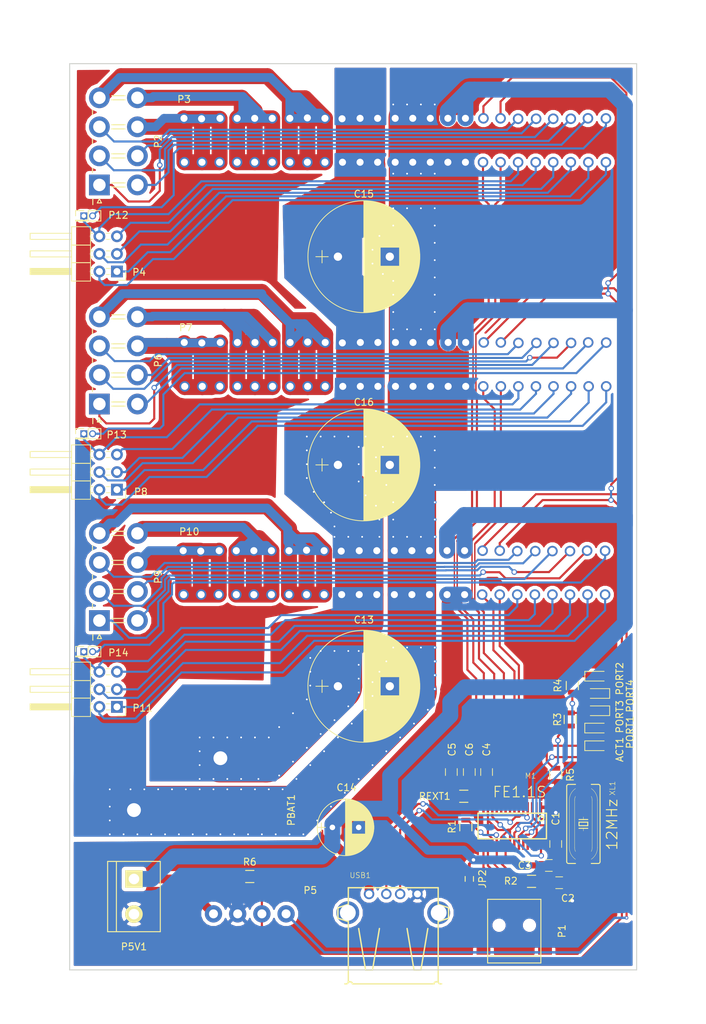
<source format=kicad_pcb>
(kicad_pcb (version 4) (host pcbnew 4.0.4-stable)
  (layers (0 F.Cu signal) (31 B.Cu signal) (34 B.Paste user) (35 F.Paste user) (36 B.SilkS user) (37 F.SilkS user) (38 B.Mask user) (39 F.Mask user) (44 Edge.Cuts user))
  (net 0 "")
  (net 1 /USB_Hub/N$8)
  (net 2 GND)
  (net 3 +5V)
  (net 4 VDD)
  (net 5 /VBAT)
  (net 6 /PGND)
  (net 7 /USB_DP_2)
  (net 8 /USB_Hub/N$25)
  (net 9 /USB_DP_3)
  (net 10 /USB_DM_2)
  (net 11 /USB_DM_1)
  (net 12 /USB_DM_3)
  (net 13 /DP_4)
  (net 14 /USB_Hub/N$23)
  (net 15 /USB_Hub/N$24)
  (net 16 /USB_Hub/N$13)
  (net 17 /DM_4)
  (net 18 /USB_DP_1)
  (net 19 /USB_Hub/N$9)
  (net 20 /USB_Hub/N$7)
  (net 21 /USB_Hub/DP_U)
  (net 22 /USB_Hub/DM_U)
  (net 23 /USB_Hub/N$1)
  (net 24 /Motor_Controller_A/H1)
  (net 25 /Motor_Controller_A/H2)
  (net 26 "Net-(P2-Pad3)")
  (net 27 /Motor_Controller_A/Y)
  (net 28 /Motor_Controller_A/H3)
  (net 29 "Net-(P2-Pad6)")
  (net 30 /Motor_Controller_A/W)
  (net 31 /Motor_Controller_A/X)
  (net 32 /CANH)
  (net 33 /CAN_Bus/CANL)
  (net 34 "Net-(P3-Pad16)")
  (net 35 "Net-(P3-Pad17)")
  (net 36 "Net-(P3-Pad18)")
  (net 37 "Net-(P3-Pad19)")
  (net 38 "Net-(P3-Pad20)")
  (net 39 /Motor_Controller_B/H1)
  (net 40 /Motor_Controller_B/H2)
  (net 41 "Net-(P6-Pad3)")
  (net 42 /Motor_Controller_B/Y)
  (net 43 /Motor_Controller_B/H3)
  (net 44 "Net-(P6-Pad6)")
  (net 45 /Motor_Controller_B/W)
  (net 46 /Motor_Controller_B/X)
  (net 47 "Net-(P7-Pad16)")
  (net 48 "Net-(P7-Pad17)")
  (net 49 "Net-(P7-Pad18)")
  (net 50 "Net-(P7-Pad19)")
  (net 51 "Net-(P7-Pad20)")
  (net 52 /Motor_Controller_C/H1)
  (net 53 /Motor_Controller_C/H2)
  (net 54 "Net-(P10-Pad10)")
  (net 55 /Motor_Controller_C/Y)
  (net 56 /Motor_Controller_C/H3)
  (net 57 "Net-(P10-Pad11)")
  (net 58 /Motor_Controller_C/W)
  (net 59 /Motor_Controller_C/X)
  (net 60 "Net-(P10-Pad15)")
  (net 61 "Net-(P10-Pad16)")
  (net 62 "Net-(P10-Pad17)")
  (net 63 "Net-(P10-Pad18)")
  (net 64 "Net-(P10-Pad19)")
  (net 65 "Net-(P10-Pad20)")
  (net 66 /USB_Hub/N$20)
  (net 67 /USB_Hub/N$6)
  (net 68 /USB_Hub/N$22)
  (net 69 "Net-(JP2-Pad2)")
  (net 70 /Motor_Controller_A/GND_AUX)
  (net 71 "Net-(P12-Pad2)")
  (net 72 /Motor_Controller_B/GND_AUX)
  (net 73 "Net-(P13-Pad2)")
  (net 74 /Motor_Controller_C/GND_AUX)
  (module USST-footprints:VIA_STICH_0.5 (layer F.Cu) (at 70.5 83)
    (fp_text reference REF** hide)
    (fp_text value VIA_STICH_0.5 hide)
    (pad 1 thru_hole circle (at 0 0) (size 0.508 0.508) (drill 0.254) (layers *.Cu) (net 5 /VBAT))
  )
  (module USST-footprints:VIA_STICH_0.5 (layer F.Cu) (at 68.5 83)
    (fp_text reference REF** hide)
    (fp_text value VIA_STICH_0.5 hide)
    (pad 1 thru_hole circle (at 0 0) (size 0.508 0.508) (drill 0.254) (layers *.Cu) (net 5 /VBAT))
  )
  (module USST-footprints:VIA_STICH_0.5 (layer F.Cu) (at 66.5 83)
    (fp_text reference REF** hide)
    (fp_text value VIA_STICH_0.5 hide)
    (pad 1 thru_hole circle (at 0 0) (size 0.508 0.508) (drill 0.254) (layers *.Cu) (net 5 /VBAT))
  )
  (module USST-footprints:VIA_STICH_0.5 (layer F.Cu) (at 66.5 81.5)
    (fp_text reference REF** hide)
    (fp_text value VIA_STICH_0.5 hide)
    (pad 1 thru_hole circle (at 0 0) (size 0.508 0.508) (drill 0.254) (layers *.Cu) (net 5 /VBAT))
  )
  (module USST-footprints:VIA_STICH_0.5 (layer F.Cu) (at 66 79.5)
    (fp_text reference REF** hide)
    (fp_text value VIA_STICH_0.5 hide)
    (pad 1 thru_hole circle (at 0 0) (size 0.508 0.508) (drill 0.254) (layers *.Cu) (net 5 /VBAT))
  )
  (module USST-footprints:VIA_STICH_0.5 (layer F.Cu) (at 65 78)
    (fp_text reference REF** hide)
    (fp_text value VIA_STICH_0.5 hide)
    (pad 1 thru_hole circle (at 0 0) (size 0.508 0.508) (drill 0.254) (layers *.Cu) (net 5 /VBAT))
  )
  (module USST-footprints:VIA_STICH_0.5 (layer F.Cu) (at 65 78)
    (fp_text reference REF** hide)
    (fp_text value VIA_STICH_0.5 hide)
    (pad 1 thru_hole circle (at 0 0) (size 0.508 0.508) (drill 0.254) (layers *.Cu) (net 5 /VBAT))
  )
  (module USST-footprints:VIA_STICH_0.5 (layer F.Cu) (at 63.5 76.5)
    (fp_text reference REF** hide)
    (fp_text value VIA_STICH_0.5 hide)
    (pad 1 thru_hole circle (at 0 0) (size 0.508 0.508) (drill 0.254) (layers *.Cu) (net 5 /VBAT))
  )
  (module USST-footprints:VIA_STICH_0.5 (layer F.Cu) (at 62.5 74.5)
    (fp_text reference REF** hide)
    (fp_text value VIA_STICH_0.5 hide)
    (pad 1 thru_hole circle (at 0 0) (size 0.508 0.508) (drill 0.254) (layers *.Cu) (net 5 /VBAT))
  )
  (module USST-footprints:VIA_STICH_0.5 (layer F.Cu) (at 62.5 72.5)
    (fp_text reference REF** hide)
    (fp_text value VIA_STICH_0.5 hide)
    (pad 1 thru_hole circle (at 0 0) (size 0.508 0.508) (drill 0.254) (layers *.Cu) (net 5 /VBAT))
  )
  (module USST-footprints:VIA_STICH_0.5 (layer F.Cu) (at 62.5 70.5)
    (fp_text reference REF** hide)
    (fp_text value VIA_STICH_0.5 hide)
    (pad 1 thru_hole circle (at 0 0) (size 0.508 0.508) (drill 0.254) (layers *.Cu) (net 5 /VBAT))
  )
  (module USST-footprints:VIA_STICH_0.5 (layer F.Cu) (at 62.5 68.5)
    (fp_text reference REF** hide)
    (fp_text value VIA_STICH_0.5 hide)
    (pad 1 thru_hole circle (at 0 0) (size 0.508 0.508) (drill 0.254) (layers *.Cu) (net 5 /VBAT))
  )
  (module USST-footprints:VIA_STICH_0.5 (layer F.Cu) (at 64.5 68.5)
    (fp_text reference REF** hide)
    (fp_text value VIA_STICH_0.5 hide)
    (pad 1 thru_hole circle (at 0 0) (size 0.508 0.508) (drill 0.254) (layers *.Cu) (net 5 /VBAT))
  )
  (module USST-footprints:VIA_STICH_0.5 (layer F.Cu) (at 66.5 68.5)
    (fp_text reference REF** hide)
    (fp_text value VIA_STICH_0.5 hide)
    (pad 1 thru_hole circle (at 0 0) (size 0.508 0.508) (drill 0.254) (layers *.Cu) (net 5 /VBAT))
  )
  (module USST-footprints:VIA_STICH_0.5 (layer F.Cu) (at 68.5 68.5)
    (fp_text reference REF** hide)
    (fp_text value VIA_STICH_0.5 hide)
    (pad 1 thru_hole circle (at 0 0) (size 0.508 0.508) (drill 0.254) (layers *.Cu) (net 5 /VBAT))
  )
  (module USST-footprints:VIA_STICH_0.5 (layer F.Cu) (at 71 68.5)
    (fp_text reference REF** hide)
    (fp_text value VIA_STICH_0.5 hide)
    (pad 1 thru_hole circle (at 0 0) (size 0.508 0.508) (drill 0.254) (layers *.Cu) (net 5 /VBAT))
  )
  (module USST-footprints:VIA_STICH_0.5 (layer F.Cu) (at 70 70)
    (fp_text reference REF** hide)
    (fp_text value VIA_STICH_0.5 hide)
    (pad 1 thru_hole circle (at 0 0) (size 0.508 0.508) (drill 0.254) (layers *.Cu) (net 5 /VBAT))
  )
  (module USST-footprints:VIA_STICH_0.5 (layer F.Cu) (at 70 72.5)
    (fp_text reference REF** hide)
    (fp_text value VIA_STICH_0.5 hide)
    (pad 1 thru_hole circle (at 0 0) (size 0.508 0.508) (drill 0.254) (layers *.Cu) (net 5 /VBAT))
  )
  (module USST-footprints:VIA_STICH_0.5 (layer F.Cu) (at 70 75)
    (fp_text reference REF** hide)
    (fp_text value VIA_STICH_0.5 hide)
    (pad 1 thru_hole circle (at 0 0) (size 0.508 0.508) (drill 0.254) (layers *.Cu) (net 5 /VBAT))
  )
  (module USST-footprints:VIA_STICH_0.5 (layer F.Cu) (at 71 77)
    (fp_text reference REF** hide)
    (fp_text value VIA_STICH_0.5 hide)
    (pad 1 thru_hole circle (at 0 0) (size 0.508 0.508) (drill 0.254) (layers *.Cu) (net 5 /VBAT))
  )
  (module USST-footprints:VIA_STICH_0.5 (layer F.Cu) (at 72.5 78.5)
    (fp_text reference REF** hide)
    (fp_text value VIA_STICH_0.5 hide)
    (pad 1 thru_hole circle (at 0 0) (size 0.508 0.508) (drill 0.254) (layers *.Cu) (net 5 /VBAT))
  )
  (module USST-footprints:VIA_STICH_0.5 (layer F.Cu) (at 73 80.5)
    (fp_text reference REF** hide)
    (fp_text value VIA_STICH_0.5 hide)
    (pad 1 thru_hole circle (at 0 0) (size 0.508 0.508) (drill 0.254) (layers *.Cu) (net 5 /VBAT))
  )
  (module USST-footprints:VIA_STICH_0.5 (layer F.Cu) (at 73 83)
    (fp_text reference REF** hide)
    (fp_text value VIA_STICH_0.5 hide)
    (pad 1 thru_hole circle (at 0 0) (size 0.508 0.508) (drill 0.254) (layers *.Cu) (net 5 /VBAT))
  )
  (module USST-footprints:VIA_STICH_0.5 (layer F.Cu) (at 63 100.5)
    (fp_text reference REF** hide)
    (fp_text value VIA_STICH_0.5 hide)
    (pad 1 thru_hole circle (at 0 0) (size 0.508 0.508) (drill 0.254) (layers *.Cu) (net 5 /VBAT))
  )
  (module USST-footprints:VIA_STICH_0.5 (layer F.Cu) (at 63 102.5)
    (fp_text reference REF** hide)
    (fp_text value VIA_STICH_0.5 hide)
    (pad 1 thru_hole circle (at 0 0) (size 0.508 0.508) (drill 0.254) (layers *.Cu) (net 5 /VBAT))
  )
  (module USST-footprints:VIA_STICH_0.5 (layer F.Cu) (at 63 104.5)
    (fp_text reference REF** hide)
    (fp_text value VIA_STICH_0.5 hide)
    (pad 1 thru_hole circle (at 0 0) (size 0.508 0.508) (drill 0.254) (layers *.Cu) (net 5 /VBAT))
  )
  (module USST-footprints:VIA_STICH_0.5 (layer F.Cu) (at 49 118)
    (fp_text reference REF** hide)
    (fp_text value VIA_STICH_0.5 hide)
    (pad 1 thru_hole circle (at 0 0) (size 0.508 0.508) (drill 0.254) (layers *.Cu) (net 5 /VBAT))
  )
  (module USST-footprints:VIA_STICH_0.5 (layer F.Cu) (at 51 118)
    (fp_text reference REF** hide)
    (fp_text value VIA_STICH_0.5 hide)
    (pad 1 thru_hole circle (at 0 0) (size 0.508 0.508) (drill 0.254) (layers *.Cu) (net 5 /VBAT))
  )
  (module USST-footprints:VIA_STICH_0.5 (layer F.Cu) (at 53 118)
    (fp_text reference REF** hide)
    (fp_text value VIA_STICH_0.5 hide)
    (pad 1 thru_hole circle (at 0 0) (size 0.508 0.508) (drill 0.254) (layers *.Cu) (net 5 /VBAT))
  )
  (module USST-footprints:VIA_STICH_0.5 (layer F.Cu) (at 55.5 118)
    (fp_text reference REF** hide)
    (fp_text value VIA_STICH_0.5 hide)
    (pad 1 thru_hole circle (at 0 0) (size 0.508 0.508) (drill 0.254) (layers *.Cu) (net 5 /VBAT))
  )
  (module USST-footprints:VIA_STICH_0.5 (layer F.Cu) (at 58.5 117.5)
    (fp_text reference REF** hide)
    (fp_text value VIA_STICH_0.5 hide)
    (pad 1 thru_hole circle (at 0 0) (size 0.508 0.508) (drill 0.254) (layers *.Cu) (net 5 /VBAT))
  )
  (module USST-footprints:VIA_STICH_0.5 (layer F.Cu) (at 60.5 115.5)
    (fp_text reference REF** hide)
    (fp_text value VIA_STICH_0.5 hide)
    (pad 1 thru_hole circle (at 0 0) (size 0.508 0.508) (drill 0.254) (layers *.Cu) (net 5 /VBAT))
  )
  (module USST-footprints:VIA_STICH_0.5 (layer F.Cu) (at 62.5 113.5)
    (fp_text reference REF** hide)
    (fp_text value VIA_STICH_0.5 hide)
    (pad 1 thru_hole circle (at 0 0) (size 0.508 0.508) (drill 0.254) (layers *.Cu) (net 5 /VBAT))
  )
  (module USST-footprints:VIA_STICH_0.5 (layer F.Cu) (at 64.5 111.5)
    (fp_text reference REF** hide)
    (fp_text value VIA_STICH_0.5 hide)
    (pad 1 thru_hole circle (at 0 0) (size 0.508 0.508) (drill 0.254) (layers *.Cu) (net 5 /VBAT))
  )
  (module USST-footprints:VIA_STICH_0.5 (layer F.Cu) (at 66.5 109.5)
    (fp_text reference REF** hide)
    (fp_text value VIA_STICH_0.5 hide)
    (pad 1 thru_hole circle (at 0 0) (size 0.508 0.508) (drill 0.254) (layers *.Cu) (net 5 /VBAT))
  )
  (module USST-footprints:VIA_STICH_0.5 (layer F.Cu) (at 68.5 107.5)
    (fp_text reference REF** hide)
    (fp_text value VIA_STICH_0.5 hide)
    (pad 1 thru_hole circle (at 0 0) (size 0.508 0.508) (drill 0.254) (layers *.Cu) (net 5 /VBAT))
  )
  (module USST-footprints:VIA_STICH_0.5 (layer F.Cu) (at 70 105.5)
    (fp_text reference REF** hide)
    (fp_text value VIA_STICH_0.5 hide)
    (pad 1 thru_hole circle (at 0 0) (size 0.508 0.508) (drill 0.254) (layers *.Cu) (net 5 /VBAT))
  )
  (module USST-footprints:VIA_STICH_0.5 (layer F.Cu) (at 70 103.5)
    (fp_text reference REF** hide)
    (fp_text value VIA_STICH_0.5 hide)
    (pad 1 thru_hole circle (at 0 0) (size 0.508 0.508) (drill 0.254) (layers *.Cu) (net 5 /VBAT))
  )
  (module USST-footprints:VIA_STICH_0.5 (layer F.Cu) (at 70 101.5)
    (fp_text reference REF** hide)
    (fp_text value VIA_STICH_0.5 hide)
    (pad 1 thru_hole circle (at 0 0) (size 0.508 0.508) (drill 0.254) (layers *.Cu) (net 5 /VBAT))
  )
  (module USST-footprints:VIA_STICH_0.5 (layer F.Cu) (at 70 99.5)
    (fp_text reference REF** hide)
    (fp_text value VIA_STICH_0.5 hide)
    (pad 1 thru_hole circle (at 0 0) (size 0.508 0.508) (drill 0.254) (layers *.Cu) (net 5 /VBAT))
  )
  (module USST-footprints:VIA_STICH_0.5 (layer F.Cu) (at 68.5 99.5)
    (fp_text reference REF** hide)
    (fp_text value VIA_STICH_0.5 hide)
    (pad 1 thru_hole circle (at 0 0) (size 0.508 0.508) (drill 0.254) (layers *.Cu) (net 5 /VBAT))
  )
  (module USST-footprints:VIA_STICH_0.5 (layer F.Cu) (at 66.5 99.5)
    (fp_text reference REF** hide)
    (fp_text value VIA_STICH_0.5 hide)
    (pad 1 thru_hole circle (at 0 0) (size 0.508 0.508) (drill 0.254) (layers *.Cu) (net 5 /VBAT))
  )
  (module USST-footprints:VIA_STICH_0.5 (layer F.Cu) (at 64.5 99.5)
    (fp_text reference REF** hide)
    (fp_text value VIA_STICH_0.5 hide)
    (pad 1 thru_hole circle (at 0 0) (size 0.508 0.508) (drill 0.254) (layers *.Cu) (net 5 /VBAT))
  )
  (module USST-footprints:VIA_STICH_0.5 (layer F.Cu) (at 62.5 106.5)
    (fp_text reference REF** hide)
    (fp_text value VIA_STICH_0.5 hide)
    (pad 1 thru_hole circle (at 0 0) (size 0.508 0.508) (drill 0.254) (layers *.Cu) (net 5 /VBAT))
  )
  (module USST-footprints:VIA_STICH_0.5 (layer F.Cu) (at 60.5 108.5)
    (fp_text reference REF** hide)
    (fp_text value VIA_STICH_0.5 hide)
    (pad 1 thru_hole circle (at 0 0) (size 0.508 0.508) (drill 0.254) (layers *.Cu) (net 5 /VBAT))
  )
  (module USST-footprints:VIA_STICH_0.5 (layer F.Cu) (at 58.5 110.5)
    (fp_text reference REF** hide)
    (fp_text value VIA_STICH_0.5 hide)
    (pad 1 thru_hole circle (at 0 0) (size 0.508 0.508) (drill 0.254) (layers *.Cu) (net 5 /VBAT))
  )
  (module USST-footprints:VIA_STICH_0.5 (layer F.Cu) (at 57 112)
    (fp_text reference REF** hide)
    (fp_text value VIA_STICH_0.5 hide)
    (pad 1 thru_hole circle (at 0 0) (size 0.508 0.508) (drill 0.254) (layers *.Cu) (net 5 /VBAT))
  )
  (module USST-footprints:VIA_STICH_0.5 (layer F.Cu) (at 55 112)
    (fp_text reference REF** hide)
    (fp_text value VIA_STICH_0.5 hide)
    (pad 1 thru_hole circle (at 0 0) (size 0.508 0.508) (drill 0.254) (layers *.Cu) (net 5 /VBAT))
  )
  (module USST-footprints:VIA_STICH_0.5 (layer F.Cu) (at 53 112)
    (fp_text reference REF** hide)
    (fp_text value VIA_STICH_0.5 hide)
    (pad 1 thru_hole circle (at 0 0) (size 0.508 0.508) (drill 0.254) (layers *.Cu) (net 5 /VBAT))
  )
  (module USST-footprints:VIA_STICH_0.5 (layer F.Cu) (at 51 112)
    (fp_text reference REF** hide)
    (fp_text value VIA_STICH_0.5 hide)
    (pad 1 thru_hole circle (at 0 0) (size 0.508 0.508) (drill 0.254) (layers *.Cu) (net 5 /VBAT))
  )
  (module USST-footprints:VIA_STICH_0.5 (layer F.Cu) (at 49 112)
    (fp_text reference REF** hide)
    (fp_text value VIA_STICH_0.5 hide)
    (pad 1 thru_hole circle (at 0 0) (size 0.508 0.508) (drill 0.254) (layers *.Cu) (net 5 /VBAT))
  )
  (module USST-footprints:VIA_STICH_0.5 (layer F.Cu) (at 47 112)
    (fp_text reference REF** hide)
    (fp_text value VIA_STICH_0.5 hide)
    (pad 1 thru_hole circle (at 0 0) (size 0.508 0.508) (drill 0.254) (layers *.Cu) (net 5 /VBAT))
  )
  (module USST-footprints:VIA_STICH_0.5 (layer F.Cu) (at 47 114)
    (fp_text reference REF** hide)
    (fp_text value VIA_STICH_0.5 hide)
    (pad 1 thru_hole circle (at 0 0) (size 0.508 0.508) (drill 0.254) (layers *.Cu) (net 5 /VBAT))
  )
  (module USST-footprints:VIA_STICH_0.5 (layer F.Cu) (at 47 116)
    (fp_text reference REF** hide)
    (fp_text value VIA_STICH_0.5 hide)
    (pad 1 thru_hole circle (at 0 0) (size 0.508 0.508) (drill 0.254) (layers *.Cu) (net 5 /VBAT))
  )
  (module USST-footprints:VIA_STICH_0.5 (layer F.Cu) (at 47 118)
    (fp_text reference REF** hide)
    (fp_text value VIA_STICH_0.5 hide)
    (pad 1 thru_hole circle (at 0 0) (size 0.508 0.508) (drill 0.254) (layers *.Cu) (net 5 /VBAT))
  )
  (module USST-footprints:VIA_STICH_0.5 (layer F.Cu) (at 75 20.5)
    (fp_text reference REF** hide)
    (fp_text value VIA_STICH_0.5 hide)
    (pad 1 thru_hole circle (at 0 0) (size 0.508 0.508) (drill 0.254) (layers *.Cu) (net 6 /PGND))
  )
  (module USST-footprints:VIA_STICH_0.5 (layer F.Cu) (at 77 20.5)
    (fp_text reference REF** hide)
    (fp_text value VIA_STICH_0.5 hide)
    (pad 1 thru_hole circle (at 0 0) (size 0.508 0.508) (drill 0.254) (layers *.Cu) (net 6 /PGND))
  )
  (module USST-footprints:VIA_STICH_0.5 (layer F.Cu) (at 79 20.5)
    (fp_text reference REF** hide)
    (fp_text value VIA_STICH_0.5 hide)
    (pad 1 thru_hole circle (at 0 0) (size 0.508 0.508) (drill 0.254) (layers *.Cu) (net 6 /PGND))
  )
  (module USST-footprints:VIA_STICH_0.5 (layer F.Cu) (at 81 20.5)
    (fp_text reference REF** hide)
    (fp_text value VIA_STICH_0.5 hide)
    (pad 1 thru_hole circle (at 0 0) (size 0.508 0.508) (drill 0.254) (layers *.Cu) (net 6 /PGND))
  )
  (module USST-footprints:VIA_STICH_0.5 (layer F.Cu) (at 81 30.5)
    (fp_text reference REF** hide)
    (fp_text value VIA_STICH_0.5 hide)
    (pad 1 thru_hole circle (at 0 0) (size 0.508 0.508) (drill 0.254) (layers *.Cu) (net 6 /PGND))
  )
  (module USST-footprints:VIA_STICH_0.5 (layer F.Cu) (at 79 30.5)
    (fp_text reference REF** hide)
    (fp_text value VIA_STICH_0.5 hide)
    (pad 1 thru_hole circle (at 0 0) (size 0.508 0.508) (drill 0.254) (layers *.Cu) (net 6 /PGND))
  )
  (module USST-footprints:VIA_STICH_0.5 (layer F.Cu) (at 77 30.5)
    (fp_text reference REF** hide)
    (fp_text value VIA_STICH_0.5 hide)
    (pad 1 thru_hole circle (at 0 0) (size 0.508 0.508) (drill 0.254) (layers *.Cu) (net 6 /PGND))
  )
  (module USST-footprints:VIA_STICH_0.5 (layer F.Cu) (at 75 30.5)
    (fp_text reference REF** hide)
    (fp_text value VIA_STICH_0.5 hide)
    (pad 1 thru_hole circle (at 0 0) (size 0.508 0.508) (drill 0.254) (layers *.Cu) (net 6 /PGND))
  )
  (module USST-footprints:VIA_STICH_0.5 (layer F.Cu) (at 75 46)
    (fp_text reference REF** hide)
    (fp_text value VIA_STICH_0.5 hide)
    (pad 1 thru_hole circle (at 0 0) (size 0.508 0.508) (drill 0.254) (layers *.Cu) (net 6 /PGND))
  )
  (module USST-footprints:VIA_STICH_0.5 (layer F.Cu) (at 73.5 45)
    (fp_text reference REF** hide)
    (fp_text value VIA_STICH_0.5 hide)
    (pad 1 thru_hole circle (at 0 0) (size 0.508 0.508) (drill 0.254) (layers *.Cu) (net 6 /PGND))
  )
  (module USST-footprints:VIA_STICH_0.5 (layer F.Cu) (at 72 43.5)
    (fp_text reference REF** hide)
    (fp_text value VIA_STICH_0.5 hide)
    (pad 1 thru_hole circle (at 0 0) (size 0.508 0.508) (drill 0.254) (layers *.Cu) (net 6 /PGND))
  )
  (module USST-footprints:VIA_STICH_0.5 (layer F.Cu) (at 72 41.5)
    (fp_text reference REF** hide)
    (fp_text value VIA_STICH_0.5 hide)
    (pad 1 thru_hole circle (at 0 0) (size 0.508 0.508) (drill 0.254) (layers *.Cu) (net 6 /PGND))
  )
  (module USST-footprints:VIA_STICH_0.5 (layer F.Cu) (at 73 39.5)
    (fp_text reference REF** hide)
    (fp_text value VIA_STICH_0.5 hide)
    (pad 1 thru_hole circle (at 0 0) (size 0.508 0.508) (drill 0.254) (layers *.Cu) (net 6 /PGND))
  )
  (module USST-footprints:VIA_STICH_0.5 (layer F.Cu) (at 75 38)
    (fp_text reference REF** hide)
    (fp_text value VIA_STICH_0.5 hide)
    (pad 1 thru_hole circle (at 0 0) (size 0.508 0.508) (drill 0.254) (layers *.Cu) (net 6 /PGND))
  )
  (module USST-footprints:VIA_STICH_0.5 (layer F.Cu) (at 75 35.5)
    (fp_text reference REF** hide)
    (fp_text value VIA_STICH_0.5 hide)
    (pad 1 thru_hole circle (at 0 0) (size 0.508 0.508) (drill 0.254) (layers *.Cu) (net 6 /PGND))
  )
  (module USST-footprints:VIA_STICH_0.5 (layer F.Cu) (at 77 35.5)
    (fp_text reference REF** hide)
    (fp_text value VIA_STICH_0.5 hide)
    (pad 1 thru_hole circle (at 0 0) (size 0.508 0.508) (drill 0.254) (layers *.Cu) (net 6 /PGND))
  )
  (module USST-footprints:VIA_STICH_0.5 (layer F.Cu) (at 79 35.5)
    (fp_text reference REF** hide)
    (fp_text value VIA_STICH_0.5 hide)
    (pad 1 thru_hole circle (at 0 0) (size 0.508 0.508) (drill 0.254) (layers *.Cu) (net 6 /PGND))
  )
  (module USST-footprints:VIA_STICH_0.5 (layer F.Cu) (at 81 35.5)
    (fp_text reference REF** hide)
    (fp_text value VIA_STICH_0.5 hide)
    (pad 1 thru_hole circle (at 0 0) (size 0.508 0.508) (drill 0.254) (layers *.Cu) (net 6 /PGND))
  )
  (module USST-footprints:VIA_STICH_0.5 (layer F.Cu) (at 81 38)
    (fp_text reference REF** hide)
    (fp_text value VIA_STICH_0.5 hide)
    (pad 1 thru_hole circle (at 0 0) (size 0.508 0.508) (drill 0.254) (layers *.Cu) (net 6 /PGND))
  )
  (module USST-footprints:VIA_STICH_0.5 (layer F.Cu) (at 81 40.5)
    (fp_text reference REF** hide)
    (fp_text value VIA_STICH_0.5 hide)
    (pad 1 thru_hole circle (at 0 0) (size 0.508 0.508) (drill 0.254) (layers *.Cu) (net 6 /PGND))
  )
  (module USST-footprints:VIA_STICH_0.5 (layer F.Cu) (at 81 43)
    (fp_text reference REF** hide)
    (fp_text value VIA_STICH_0.5 hide)
    (pad 1 thru_hole circle (at 0 0) (size 0.508 0.508) (drill 0.254) (layers *.Cu) (net 6 /PGND))
  )
  (module USST-footprints:VIA_STICH_0.5 (layer F.Cu) (at 81 45.5)
    (fp_text reference REF** hide)
    (fp_text value VIA_STICH_0.5 hide)
    (pad 1 thru_hole circle (at 0 0) (size 0.508 0.508) (drill 0.254) (layers *.Cu) (net 6 /PGND))
  )
  (module USST-footprints:VIA_STICH_0.5 (layer F.Cu) (at 81 48)
    (fp_text reference REF** hide)
    (fp_text value VIA_STICH_0.5 hide)
    (pad 1 thru_hole circle (at 0 0) (size 0.508 0.508) (drill 0.254) (layers *.Cu) (net 6 /PGND))
  )
  (module USST-footprints:VIA_STICH_0.5 (layer F.Cu) (at 81 50.5)
    (fp_text reference REF** hide)
    (fp_text value VIA_STICH_0.5 hide)
    (pad 1 thru_hole circle (at 0 0) (size 0.508 0.508) (drill 0.254) (layers *.Cu) (net 6 /PGND))
  )
  (module USST-footprints:VIA_STICH_0.5 (layer F.Cu) (at 75 48)
    (fp_text reference REF** hide)
    (fp_text value VIA_STICH_0.5 hide)
    (pad 1 thru_hole circle (at 0 0) (size 0.508 0.508) (drill 0.254) (layers *.Cu) (net 6 /PGND))
  )
  (module USST-footprints:VIA_STICH_0.5 (layer F.Cu) (at 75 50.5)
    (fp_text reference REF** hide)
    (fp_text value VIA_STICH_0.5 hide)
    (pad 1 thru_hole circle (at 0 0) (size 0.508 0.508) (drill 0.254) (layers *.Cu) (net 6 /PGND))
  )
  (module USST-footprints:VIA_STICH_0.5 (layer F.Cu) (at 75 53)
    (fp_text reference REF** hide)
    (fp_text value VIA_STICH_0.5 hide)
    (pad 1 thru_hole circle (at 0 0) (size 0.508 0.508) (drill 0.254) (layers *.Cu) (net 6 /PGND))
  )
  (module USST-footprints:VIA_STICH_0.5 (layer F.Cu) (at 77 53)
    (fp_text reference REF** hide)
    (fp_text value VIA_STICH_0.5 hide)
    (pad 1 thru_hole circle (at 0 0) (size 0.508 0.508) (drill 0.254) (layers *.Cu) (net 6 /PGND))
  )
  (module USST-footprints:VIA_STICH_0.5 (layer F.Cu) (at 79 53)
    (fp_text reference REF** hide)
    (fp_text value VIA_STICH_0.5 hide)
    (pad 1 thru_hole circle (at 0 0) (size 0.508 0.508) (drill 0.254) (layers *.Cu) (net 6 /PGND))
  )
  (module USST-footprints:VIA_STICH_0.5 (layer F.Cu) (at 81 53)
    (fp_text reference REF** hide)
    (fp_text value VIA_STICH_0.5 hide)
    (pad 1 thru_hole circle (at 0 0) (size 0.508 0.508) (drill 0.254) (layers *.Cu) (net 6 /PGND))
  )
  (module USST-footprints:VIA_STICH_0.5 (layer F.Cu) (at 75 80.5)
    (fp_text reference REF** hide)
    (fp_text value VIA_STICH_0.5 hide)
    (pad 1 thru_hole circle (at 0 0) (size 0.508 0.508) (drill 0.254) (layers *.Cu) (net 6 /PGND))
  )
  (module USST-footprints:VIA_STICH_0.5 (layer F.Cu) (at 75 78)
    (fp_text reference REF** hide)
    (fp_text value VIA_STICH_0.5 hide)
    (pad 1 thru_hole circle (at 0 0) (size 0.508 0.508) (drill 0.254) (layers *.Cu) (net 6 /PGND))
  )
  (module USST-footprints:VIA_STICH_0.5 (layer F.Cu) (at 74 75.5)
    (fp_text reference REF** hide)
    (fp_text value VIA_STICH_0.5 hide)
    (pad 1 thru_hole circle (at 0 0) (size 0.508 0.508) (drill 0.254) (layers *.Cu) (net 6 /PGND))
  )
  (module USST-footprints:VIA_STICH_0.5 (layer F.Cu) (at 72.5 73.5)
    (fp_text reference REF** hide)
    (fp_text value VIA_STICH_0.5 hide)
    (pad 1 thru_hole circle (at 0 0) (size 0.508 0.508) (drill 0.254) (layers *.Cu) (net 6 /PGND))
  )
  (module USST-footprints:VIA_STICH_0.5 (layer F.Cu) (at 72.5 71.5)
    (fp_text reference REF** hide)
    (fp_text value VIA_STICH_0.5 hide)
    (pad 1 thru_hole circle (at 0 0) (size 0.508 0.508) (drill 0.254) (layers *.Cu) (net 6 /PGND))
  )
  (module USST-footprints:VIA_STICH_0.5 (layer F.Cu) (at 73.5 70)
    (fp_text reference REF** hide)
    (fp_text value VIA_STICH_0.5 hide)
    (pad 1 thru_hole circle (at 0 0) (size 0.508 0.508) (drill 0.254) (layers *.Cu) (net 6 /PGND))
  )
  (module USST-footprints:VIA_STICH_0.5 (layer F.Cu) (at 75 68.5)
    (fp_text reference REF** hide)
    (fp_text value VIA_STICH_0.5 hide)
    (pad 1 thru_hole circle (at 0 0) (size 0.508 0.508) (drill 0.254) (layers *.Cu) (net 6 /PGND))
  )
  (module USST-footprints:VIA_STICH_0.5 (layer F.Cu) (at 77 68.5)
    (fp_text reference REF** hide)
    (fp_text value VIA_STICH_0.5 hide)
    (pad 1 thru_hole circle (at 0 0) (size 0.508 0.508) (drill 0.254) (layers *.Cu) (net 6 /PGND))
  )
  (module USST-footprints:VIA_STICH_0.5 (layer F.Cu) (at 79 68.5)
    (fp_text reference REF** hide)
    (fp_text value VIA_STICH_0.5 hide)
    (pad 1 thru_hole circle (at 0 0) (size 0.508 0.508) (drill 0.254) (layers *.Cu) (net 6 /PGND))
  )
  (module USST-footprints:VIA_STICH_0.5 (layer F.Cu) (at 81 68.5)
    (fp_text reference REF** hide)
    (fp_text value VIA_STICH_0.5 hide)
    (pad 1 thru_hole circle (at 0 0) (size 0.508 0.508) (drill 0.254) (layers *.Cu) (net 6 /PGND))
  )
  (module USST-footprints:VIA_STICH_0.5 (layer F.Cu) (at 81 70.5)
    (fp_text reference REF** hide)
    (fp_text value VIA_STICH_0.5 hide)
    (pad 1 thru_hole circle (at 0 0) (size 0.508 0.508) (drill 0.254) (layers *.Cu) (net 6 /PGND))
  )
  (module USST-footprints:VIA_STICH_0.5 (layer F.Cu) (at 81 73)
    (fp_text reference REF** hide)
    (fp_text value VIA_STICH_0.5 hide)
    (pad 1 thru_hole circle (at 0 0) (size 0.508 0.508) (drill 0.254) (layers *.Cu) (net 6 /PGND))
  )
  (module USST-footprints:VIA_STICH_0.5 (layer F.Cu) (at 81 75.5)
    (fp_text reference REF** hide)
    (fp_text value VIA_STICH_0.5 hide)
    (pad 1 thru_hole circle (at 0 0) (size 0.508 0.508) (drill 0.254) (layers *.Cu) (net 6 /PGND))
  )
  (module USST-footprints:VIA_STICH_0.5 (layer F.Cu) (at 81 78)
    (fp_text reference REF** hide)
    (fp_text value VIA_STICH_0.5 hide)
    (pad 1 thru_hole circle (at 0 0) (size 0.508 0.508) (drill 0.254) (layers *.Cu) (net 6 /PGND))
  )
  (module USST-footprints:VIA_STICH_0.5 (layer F.Cu) (at 81 80.5)
    (fp_text reference REF** hide)
    (fp_text value VIA_STICH_0.5 hide)
    (pad 1 thru_hole circle (at 0 0) (size 0.508 0.508) (drill 0.254) (layers *.Cu) (net 6 /PGND))
  )
  (module USST-footprints:VIA_STICH_0.5 (layer F.Cu) (at 75 83)
    (fp_text reference REF** hide)
    (fp_text value VIA_STICH_0.5 hide)
    (pad 1 thru_hole circle (at 0 0) (size 0.508 0.508) (drill 0.254) (layers *.Cu) (net 6 /PGND))
  )
  (module USST-footprints:VIA_STICH_0.5 (layer F.Cu) (at 77 83)
    (fp_text reference REF** hide)
    (fp_text value VIA_STICH_0.5 hide)
    (pad 1 thru_hole circle (at 0 0) (size 0.508 0.508) (drill 0.254) (layers *.Cu) (net 6 /PGND))
  )
  (module USST-footprints:VIA_STICH_0.5 (layer F.Cu) (at 79 83)
    (fp_text reference REF** hide)
    (fp_text value VIA_STICH_0.5 hide)
    (pad 1 thru_hole circle (at 0 0) (size 0.508 0.508) (drill 0.254) (layers *.Cu) (net 6 /PGND))
  )
  (module USST-footprints:VIA_STICH_0.5 (layer F.Cu) (at 81 83)
    (fp_text reference REF** hide)
    (fp_text value VIA_STICH_0.5 hide)
    (pad 1 thru_hole circle (at 0 0) (size 0.508 0.508) (drill 0.254) (layers *.Cu) (net 6 /PGND))
  )
  (module USST-footprints:VIA_STICH_0.5 (layer F.Cu) (at 34 119.5)
    (fp_text reference REF** hide)
    (fp_text value VIA_STICH_0.5 hide)
    (pad 1 thru_hole circle (at 0 0) (size 0.508 0.508) (drill 0.254) (layers *.Cu) (net 6 /PGND))
  )
  (module USST-footprints:VIA_STICH_0.5 (layer F.Cu) (at 37 119.5)
    (fp_text reference REF** hide)
    (fp_text value VIA_STICH_0.5 hide)
    (pad 1 thru_hole circle (at 0 0) (size 0.508 0.508) (drill 0.254) (layers *.Cu) (net 6 /PGND))
  )
  (module USST-footprints:VIA_STICH_0.5 (layer F.Cu) (at 39 119.5)
    (fp_text reference REF** hide)
    (fp_text value VIA_STICH_0.5 hide)
    (pad 1 thru_hole circle (at 0 0) (size 0.508 0.508) (drill 0.254) (layers *.Cu) (net 6 /PGND))
  )
  (module USST-footprints:VIA_STICH_0.5 (layer F.Cu) (at 41 119.5)
    (fp_text reference REF** hide)
    (fp_text value VIA_STICH_0.5 hide)
    (pad 1 thru_hole circle (at 0 0) (size 0.508 0.508) (drill 0.254) (layers *.Cu) (net 6 /PGND))
  )
  (module USST-footprints:VIA_STICH_0.5 (layer F.Cu) (at 43 119.5)
    (fp_text reference REF** hide)
    (fp_text value VIA_STICH_0.5 hide)
    (pad 1 thru_hole circle (at 0 0) (size 0.508 0.508) (drill 0.254) (layers *.Cu) (net 6 /PGND))
  )
  (module USST-footprints:VIA_STICH_0.5 (layer F.Cu) (at 45 119.5)
    (fp_text reference REF** hide)
    (fp_text value VIA_STICH_0.5 hide)
    (pad 1 thru_hole circle (at 0 0) (size 0.508 0.508) (drill 0.254) (layers *.Cu) (net 6 /PGND))
  )
  (module USST-footprints:VIA_STICH_0.5 (layer F.Cu) (at 47 119.5)
    (fp_text reference REF** hide)
    (fp_text value VIA_STICH_0.5 hide)
    (pad 1 thru_hole circle (at 0 0) (size 0.508 0.508) (drill 0.254) (layers *.Cu) (net 6 /PGND))
  )
  (module USST-footprints:VIA_STICH_0.5 (layer F.Cu) (at 49 119.5)
    (fp_text reference REF** hide)
    (fp_text value VIA_STICH_0.5 hide)
    (pad 1 thru_hole circle (at 0 0) (size 0.508 0.508) (drill 0.254) (layers *.Cu) (net 6 /PGND))
  )
  (module USST-footprints:VIA_STICH_0.5 (layer F.Cu) (at 51 119.5)
    (fp_text reference REF** hide)
    (fp_text value VIA_STICH_0.5 hide)
    (pad 1 thru_hole circle (at 0 0) (size 0.508 0.508) (drill 0.254) (layers *.Cu) (net 6 /PGND))
  )
  (module USST-footprints:VIA_STICH_0.5 (layer F.Cu) (at 53 119.5)
    (fp_text reference REF** hide)
    (fp_text value VIA_STICH_0.5 hide)
    (pad 1 thru_hole circle (at 0 0) (size 0.508 0.508) (drill 0.254) (layers *.Cu) (net 6 /PGND))
  )
  (module USST-footprints:VIA_STICH_0.5 (layer F.Cu) (at 55 119.5)
    (fp_text reference REF** hide)
    (fp_text value VIA_STICH_0.5 hide)
    (pad 1 thru_hole circle (at 0 0) (size 0.508 0.508) (drill 0.254) (layers *.Cu) (net 6 /PGND))
  )
  (module USST-footprints:VIA_STICH_0.5 (layer F.Cu) (at 57 119.5)
    (fp_text reference REF** hide)
    (fp_text value VIA_STICH_0.5 hide)
    (pad 1 thru_hole circle (at 0 0) (size 0.508 0.508) (drill 0.254) (layers *.Cu) (net 6 /PGND))
  )
  (module USST-footprints:VIA_STICH_0.5 (layer F.Cu) (at 59 119.5)
    (fp_text reference REF** hide)
    (fp_text value VIA_STICH_0.5 hide)
    (pad 1 thru_hole circle (at 0 0) (size 0.508 0.508) (drill 0.254) (layers *.Cu) (net 6 /PGND))
  )
  (module USST-footprints:VIA_STICH_0.5 (layer F.Cu) (at 61 118)
    (fp_text reference REF** hide)
    (fp_text value VIA_STICH_0.5 hide)
    (pad 1 thru_hole circle (at 0 0) (size 0.508 0.508) (drill 0.254) (layers *.Cu) (net 6 /PGND))
  )
  (module USST-footprints:VIA_STICH_0.5 (layer F.Cu) (at 63 116)
    (fp_text reference REF** hide)
    (fp_text value VIA_STICH_0.5 hide)
    (pad 1 thru_hole circle (at 0 0) (size 0.508 0.508) (drill 0.254) (layers *.Cu) (net 6 /PGND))
  )
  (module USST-footprints:VIA_STICH_0.5 (layer F.Cu) (at 65 114)
    (fp_text reference REF** hide)
    (fp_text value VIA_STICH_0.5 hide)
    (pad 1 thru_hole circle (at 0 0) (size 0.508 0.508) (drill 0.254) (layers *.Cu) (net 6 /PGND))
  )
  (module USST-footprints:VIA_STICH_0.5 (layer F.Cu) (at 67 112)
    (fp_text reference REF** hide)
    (fp_text value VIA_STICH_0.5 hide)
    (pad 1 thru_hole circle (at 0 0) (size 0.508 0.508) (drill 0.254) (layers *.Cu) (net 6 /PGND))
  )
  (module USST-footprints:VIA_STICH_0.5 (layer F.Cu) (at 69 110)
    (fp_text reference REF** hide)
    (fp_text value VIA_STICH_0.5 hide)
    (pad 1 thru_hole circle (at 0 0) (size 0.508 0.508) (drill 0.254) (layers *.Cu) (net 6 /PGND))
  )
  (module USST-footprints:VIA_STICH_0.5 (layer F.Cu) (at 71 108)
    (fp_text reference REF** hide)
    (fp_text value VIA_STICH_0.5 hide)
    (pad 1 thru_hole circle (at 0 0) (size 0.508 0.508) (drill 0.254) (layers *.Cu) (net 6 /PGND))
  )
  (module USST-footprints:VIA_STICH_0.5 (layer F.Cu) (at 72 106)
    (fp_text reference REF** hide)
    (fp_text value VIA_STICH_0.5 hide)
    (pad 1 thru_hole circle (at 0 0) (size 0.508 0.508) (drill 0.254) (layers *.Cu) (net 6 /PGND))
  )
  (module USST-footprints:VIA_STICH_0.5 (layer F.Cu) (at 72 104)
    (fp_text reference REF** hide)
    (fp_text value VIA_STICH_0.5 hide)
    (pad 1 thru_hole circle (at 0 0) (size 0.508 0.508) (drill 0.254) (layers *.Cu) (net 6 /PGND))
  )
  (module USST-footprints:VIA_STICH_0.5 (layer F.Cu) (at 73 102.5)
    (fp_text reference REF** hide)
    (fp_text value VIA_STICH_0.5 hide)
    (pad 1 thru_hole circle (at 0 0) (size 0.508 0.508) (drill 0.254) (layers *.Cu) (net 6 /PGND))
  )
  (module USST-footprints:VIA_STICH_0.5 (layer F.Cu) (at 74 101)
    (fp_text reference REF** hide)
    (fp_text value VIA_STICH_0.5 hide)
    (pad 1 thru_hole circle (at 0 0) (size 0.508 0.508) (drill 0.254) (layers *.Cu) (net 6 /PGND))
  )
  (module USST-footprints:VIA_STICH_0.5 (layer F.Cu) (at 75 99)
    (fp_text reference REF** hide)
    (fp_text value VIA_STICH_0.5 hide)
    (pad 1 thru_hole circle (at 0 0) (size 0.508 0.508) (drill 0.254) (layers *.Cu) (net 6 /PGND))
  )
  (module USST-footprints:VIA_STICH_0.5 (layer F.Cu) (at 77 99)
    (fp_text reference REF** hide)
    (fp_text value VIA_STICH_0.5 hide)
    (pad 1 thru_hole circle (at 0 0) (size 0.508 0.508) (drill 0.254) (layers *.Cu) (net 6 /PGND))
  )
  (module USST-footprints:VIA_STICH_0.5 (layer F.Cu) (at 79 99)
    (fp_text reference REF** hide)
    (fp_text value VIA_STICH_0.5 hide)
    (pad 1 thru_hole circle (at 0 0) (size 0.508 0.508) (drill 0.254) (layers *.Cu) (net 6 /PGND))
  )
  (module USST-footprints:VIA_STICH_0.5 (layer F.Cu) (at 81 99)
    (fp_text reference REF** hide)
    (fp_text value VIA_STICH_0.5 hide)
    (pad 1 thru_hole circle (at 0 0) (size 0.508 0.508) (drill 0.254) (layers *.Cu) (net 6 /PGND))
  )
  (module USST-footprints:VIA_STICH_0.5 (layer F.Cu) (at 81 101)
    (fp_text reference REF** hide)
    (fp_text value VIA_STICH_0.5 hide)
    (pad 1 thru_hole circle (at 0 0) (size 0.508 0.508) (drill 0.254) (layers *.Cu) (net 6 /PGND))
  )
  (module USST-footprints:VIA_STICH_0.5 (layer F.Cu) (at 81 103)
    (fp_text reference REF** hide)
    (fp_text value VIA_STICH_0.5 hide)
    (pad 1 thru_hole circle (at 0 0) (size 0.508 0.508) (drill 0.254) (layers *.Cu) (net 6 /PGND))
  )
  (module USST-footprints:VIA_STICH_0.5 (layer F.Cu) (at 81 105)
    (fp_text reference REF** hide)
    (fp_text value VIA_STICH_0.5 hide)
    (pad 1 thru_hole circle (at 0 0) (size 0.508 0.508) (drill 0.254) (layers *.Cu) (net 6 /PGND))
  )
  (module USST-footprints:VIA_STICH_0.5 (layer F.Cu) (at 80 108)
    (fp_text reference REF** hide)
    (fp_text value VIA_STICH_0.5 hide)
    (pad 1 thru_hole circle (at 0 0) (size 0.508 0.508) (drill 0.254) (layers *.Cu) (net 6 /PGND))
  )
  (module USST-footprints:VIA_STICH_0.5 (layer F.Cu) (at 78 110)
    (fp_text reference REF** hide)
    (fp_text value VIA_STICH_0.5 hide)
    (pad 1 thru_hole circle (at 0 0) (size 0.508 0.508) (drill 0.254) (layers *.Cu) (net 6 /PGND))
  )
  (module USST-footprints:VIA_STICH_0.5 (layer F.Cu) (at 76 112)
    (fp_text reference REF** hide)
    (fp_text value VIA_STICH_0.5 hide)
    (pad 1 thru_hole circle (at 0 0) (size 0.508 0.508) (drill 0.254) (layers *.Cu) (net 6 /PGND))
  )
  (module USST-footprints:VIA_STICH_0.5 (layer F.Cu) (at 74 114)
    (fp_text reference REF** hide)
    (fp_text value VIA_STICH_0.5 hide)
    (pad 1 thru_hole circle (at 0 0) (size 0.508 0.508) (drill 0.254) (layers *.Cu) (net 6 /PGND))
  )
  (module USST-footprints:VIA_STICH_0.5 (layer F.Cu) (at 72 116)
    (fp_text reference REF** hide)
    (fp_text value VIA_STICH_0.5 hide)
    (pad 1 thru_hole circle (at 0 0) (size 0.508 0.508) (drill 0.254) (layers *.Cu) (net 6 /PGND))
  )
  (module USST-footprints:VIA_STICH_0.5 (layer F.Cu) (at 70 118)
    (fp_text reference REF** hide)
    (fp_text value VIA_STICH_0.5 hide)
    (pad 1 thru_hole circle (at 0 0) (size 0.508 0.508) (drill 0.254) (layers *.Cu) (net 6 /PGND))
  )
  (module USST-footprints:VIA_STICH_0.5 (layer F.Cu) (at 68 120)
    (fp_text reference REF** hide)
    (fp_text value VIA_STICH_0.5 hide)
    (pad 1 thru_hole circle (at 0 0) (size 0.508 0.508) (drill 0.254) (layers *.Cu) (net 6 /PGND))
  )
  (module USST-footprints:VIA_STICH_0.5 (layer F.Cu) (at 66 122)
    (fp_text reference REF** hide)
    (fp_text value VIA_STICH_0.5 hide)
    (pad 1 thru_hole circle (at 0 0) (size 0.508 0.508) (drill 0.254) (layers *.Cu) (net 6 /PGND))
  )
  (module USST-footprints:VIA_STICH_0.5 (layer F.Cu) (at 64 124)
    (fp_text reference REF** hide)
    (fp_text value VIA_STICH_0.5 hide)
    (pad 1 thru_hole circle (at 0 0) (size 0.508 0.508) (drill 0.254) (layers *.Cu) (net 6 /PGND))
  )
  (module USST-footprints:VIA_STICH_0.5 (layer F.Cu) (at 62 126)
    (fp_text reference REF** hide)
    (fp_text value VIA_STICH_0.5 hide)
    (pad 1 thru_hole circle (at 0 0) (size 0.508 0.508) (drill 0.254) (layers *.Cu) (net 6 /PGND))
  )
  (module USST-footprints:VIA_STICH_0.5 (layer F.Cu) (at 60 126)
    (fp_text reference REF** hide)
    (fp_text value VIA_STICH_0.5 hide)
    (pad 1 thru_hole circle (at 0 0) (size 0.508 0.508) (drill 0.254) (layers *.Cu) (net 6 /PGND))
  )
  (module USST-footprints:VIA_STICH_0.5 (layer F.Cu) (at 58 126)
    (fp_text reference REF** hide)
    (fp_text value VIA_STICH_0.5 hide)
    (pad 1 thru_hole circle (at 0 0) (size 0.508 0.508) (drill 0.254) (layers *.Cu) (net 6 /PGND))
  )
  (module USST-footprints:VIA_STICH_0.5 (layer F.Cu) (at 56 126)
    (fp_text reference REF** hide)
    (fp_text value VIA_STICH_0.5 hide)
    (pad 1 thru_hole circle (at 0 0) (size 0.508 0.508) (drill 0.254) (layers *.Cu) (net 6 /PGND))
  )
  (module USST-footprints:VIA_STICH_0.5 (layer F.Cu) (at 54 126)
    (fp_text reference REF** hide)
    (fp_text value VIA_STICH_0.5 hide)
    (pad 1 thru_hole circle (at 0 0) (size 0.508 0.508) (drill 0.254) (layers *.Cu) (net 6 /PGND))
  )
  (module USST-footprints:VIA_STICH_0.5 (layer F.Cu) (at 52 126)
    (fp_text reference REF** hide)
    (fp_text value VIA_STICH_0.5 hide)
    (pad 1 thru_hole circle (at 0 0) (size 0.508 0.508) (drill 0.254) (layers *.Cu) (net 6 /PGND))
  )
  (module USST-footprints:VIA_STICH_0.5 (layer F.Cu) (at 50 126)
    (fp_text reference REF** hide)
    (fp_text value VIA_STICH_0.5 hide)
    (pad 1 thru_hole circle (at 0 0) (size 0.508 0.508) (drill 0.254) (layers *.Cu) (net 6 /PGND))
  )
  (module USST-footprints:VIA_STICH_0.5 (layer F.Cu) (at 48 126)
    (fp_text reference REF** hide)
    (fp_text value VIA_STICH_0.5 hide)
    (pad 1 thru_hole circle (at 0 0) (size 0.508 0.508) (drill 0.254) (layers *.Cu) (net 6 /PGND))
  )
  (module USST-footprints:VIA_STICH_0.5 (layer F.Cu) (at 46 126)
    (fp_text reference REF** hide)
    (fp_text value VIA_STICH_0.5 hide)
    (pad 1 thru_hole circle (at 0 0) (size 0.508 0.508) (drill 0.254) (layers *.Cu) (net 6 /PGND))
  )
  (module USST-footprints:VIA_STICH_0.5 (layer F.Cu) (at 44 126)
    (fp_text reference REF** hide)
    (fp_text value VIA_STICH_0.5 hide)
    (pad 1 thru_hole circle (at 0 0) (size 0.508 0.508) (drill 0.254) (layers *.Cu) (net 6 /PGND))
  )
  (module USST-footprints:VIA_STICH_0.5 (layer F.Cu) (at 34 122)
    (fp_text reference REF** hide)
    (fp_text value VIA_STICH_0.5 hide)
    (pad 1 thru_hole circle (at 0 0) (size 0.508 0.508) (drill 0.254) (layers *.Cu) (net 6 /PGND))
  )
  (module USST-footprints:VIA_STICH_0.5 (layer F.Cu) (at 34 124)
    (fp_text reference REF** hide)
    (fp_text value VIA_STICH_0.5 hide)
    (pad 1 thru_hole circle (at 0 0) (size 0.508 0.508) (drill 0.254) (layers *.Cu) (net 6 /PGND))
  )
  (module USST-footprints:VIA_STICH_0.5 (layer F.Cu) (at 34 126)
    (fp_text reference REF** hide)
    (fp_text value VIA_STICH_0.5 hide)
    (pad 1 thru_hole circle (at 0 0) (size 0.508 0.508) (drill 0.254) (layers *.Cu) (net 6 /PGND))
  )
  (module USST-footprints:VIA_STICH_0.5 (layer F.Cu) (at 36 126)
    (fp_text reference REF** hide)
    (fp_text value VIA_STICH_0.5 hide)
    (pad 1 thru_hole circle (at 0 0) (size 0.508 0.508) (drill 0.254) (layers *.Cu) (net 6 /PGND))
  )
  (module USST-footprints:VIA_STICH_0.5 (layer F.Cu) (at 38 126)
    (fp_text reference REF** hide)
    (fp_text value VIA_STICH_0.5 hide)
    (pad 1 thru_hole circle (at 0 0) (size 0.508 0.508) (drill 0.254) (layers *.Cu) (net 6 /PGND))
  )
  (module USST-footprints:VIA_STICH_0.5 (layer F.Cu) (at 40 126)
    (fp_text reference REF** hide)
    (fp_text value VIA_STICH_0.5 hide)
    (pad 1 thru_hole circle (at 0 0) (size 0.508 0.508) (drill 0.254) (layers *.Cu) (net 6 /PGND))
  )
  (module USST-footprints:TE2007088-1_Backplane (layer F.Cu) (at 80.36 36.47)
    (fp_text reference P3 (at -35.61 -16.72) (layer F.SilkS))
    (fp_text value AMP17614426-2_EDGE)
    (pad 30 thru_hole circle (at -35.56 -7.62) (size 1.524 1.524) (drill 1.02) (layers *.Cu *.Mask) (net 30 /Motor_Controller_A/W))
    (pad 30 thru_hole circle (at -33.02 -7.62) (size 1.524 1.524) (drill 1.02) (layers *.Cu *.Mask) (net 30 /Motor_Controller_A/W))
    (pad 30 thru_hole circle (at -30.48 -7.62) (size 1.524 1.524) (drill 1.02) (layers *.Cu *.Mask) (net 30 /Motor_Controller_A/W))
    (pad 29 thru_hole circle (at -27.94 -7.62) (size 1.524 1.524) (drill 1.02) (layers *.Cu *.Mask) (net 31 /Motor_Controller_A/X))
    (pad 29 thru_hole circle (at -25.4 -7.62) (size 1.524 1.524) (drill 1.02) (layers *.Cu *.Mask) (net 31 /Motor_Controller_A/X))
    (pad 29 thru_hole circle (at -22.86 -7.62) (size 1.524 1.524) (drill 1.02) (layers *.Cu *.Mask) (net 31 /Motor_Controller_A/X))
    (pad 28 thru_hole circle (at -20.32 -7.62) (size 1.524 1.524) (drill 1.02) (layers *.Cu *.Mask) (net 27 /Motor_Controller_A/Y))
    (pad 28 thru_hole circle (at -17.78 -7.62) (size 1.524 1.524) (drill 1.02) (layers *.Cu *.Mask) (net 27 /Motor_Controller_A/Y))
    (pad 28 thru_hole circle (at -15.24 -7.62) (size 1.524 1.524) (drill 1.02) (layers *.Cu *.Mask) (net 27 /Motor_Controller_A/Y))
    (pad 27 thru_hole circle (at -12.7 -7.62) (size 1.524 1.524) (drill 1.02) (layers *.Cu *.Mask) (net 5 /VBAT))
    (pad 27 thru_hole circle (at -10.16 -7.62) (size 1.524 1.524) (drill 1.02) (layers *.Cu *.Mask) (net 5 /VBAT))
    (pad 27 thru_hole circle (at -7.62 -7.62) (size 1.524 1.524) (drill 1.02) (layers *.Cu *.Mask) (net 5 /VBAT))
    (pad 26 thru_hole circle (at -5.08 -7.62) (size 1.524 1.524) (drill 1.02) (layers *.Cu *.Mask) (net 6 /PGND))
    (pad 26 thru_hole circle (at -2.54 -7.62) (size 1.524 1.524) (drill 1.02) (layers *.Cu *.Mask) (net 6 /PGND))
    (pad 26 thru_hole circle (at 0 -7.62) (size 1.524 1.524) (drill 1.02) (layers *.Cu *.Mask) (net 6 /PGND))
    (pad 25 thru_hole circle (at 2.54 -7.62) (size 1.524 1.524) (drill 1.02) (layers *.Cu *.Mask) (net 6 /PGND))
    (pad 24 thru_hole circle (at 5.08 -7.62) (size 1.524 1.524) (drill 1.02) (layers *.Cu *.Mask) (net 6 /PGND))
    (pad 23 thru_hole circle (at 7.62 -7.62) (size 1.524 1.524) (drill 1.02) (layers *.Cu *.Mask) (net 18 /USB_DP_1))
    (pad 22 thru_hole circle (at 10.16 -7.62) (size 1.524 1.524) (drill 1.02) (layers *.Cu *.Mask) (net 11 /USB_DM_1))
    (pad 21 thru_hole circle (at 12.7 -7.62) (size 1.524 1.524) (drill 1.02) (layers *.Cu *.Mask) (net 70 /Motor_Controller_A/GND_AUX))
    (pad 20 thru_hole circle (at 15.24 -7.62) (size 1.524 1.524) (drill 1.02) (layers *.Cu *.Mask) (net 38 "Net-(P3-Pad20)"))
    (pad 19 thru_hole circle (at 17.78 -7.62) (size 1.524 1.524) (drill 1.02) (layers *.Cu *.Mask) (net 37 "Net-(P3-Pad19)"))
    (pad 18 thru_hole circle (at 20.32 -7.62) (size 1.524 1.524) (drill 1.02) (layers *.Cu *.Mask) (net 36 "Net-(P3-Pad18)"))
    (pad 17 thru_hole circle (at 22.86 -7.62) (size 1.524 1.524) (drill 1.02) (layers *.Cu *.Mask) (net 35 "Net-(P3-Pad17)"))
    (pad 16 thru_hole circle (at 25.4 -7.62) (size 1.524 1.524) (drill 1.02) (layers *.Cu *.Mask) (net 34 "Net-(P3-Pad16)"))
    (pad 15 thru_hole circle (at 25.4 -13.95) (size 1.524 1.524) (drill 1.02) (layers *.Cu *.Mask) (net 71 "Net-(P12-Pad2)"))
    (pad 14 thru_hole circle (at 22.7965 -13.97) (size 1.524 1.524) (drill 1.02) (layers *.Cu *.Mask) (net 28 /Motor_Controller_A/H3))
    (pad 13 thru_hole circle (at 20.32 -13.9065) (size 1.524 1.524) (drill 1.02) (layers *.Cu *.Mask) (net 25 /Motor_Controller_A/H2))
    (pad 12 thru_hole circle (at 17.78 -13.9065) (size 1.524 1.524) (drill 1.02) (layers *.Cu *.Mask) (net 24 /Motor_Controller_A/H1))
    (pad 11 thru_hole circle (at 15.3035 -13.9065) (size 1.524 1.524) (drill 1.02) (layers *.Cu *.Mask) (net 29 "Net-(P2-Pad6)"))
    (pad 10 thru_hole circle (at 12.7 -13.9065) (size 1.524 1.524) (drill 1.02) (layers *.Cu *.Mask) (net 26 "Net-(P2-Pad3)"))
    (pad 9 thru_hole circle (at 10.16 -13.97) (size 1.524 1.524) (drill 1.02) (layers *.Cu *.Mask) (net 33 /CAN_Bus/CANL))
    (pad 8 thru_hole circle (at 7.6835 -13.97) (size 1.524 1.524) (drill 1.02) (layers *.Cu *.Mask) (net 32 /CANH))
    (pad 7 thru_hole circle (at 5.08 -13.97) (size 1.524 1.524) (drill 1.02) (layers *.Cu *.Mask) (net 3 +5V))
    (pad 6 thru_hole circle (at 2.54 -13.97) (size 1.524 1.524) (drill 1.02) (layers *.Cu *.Mask) (net 3 +5V))
    (pad 5 thru_hole circle (at 0 -13.97) (size 1.524 1.524) (drill 1.02) (layers *.Cu *.Mask) (net 6 /PGND))
    (pad 5 thru_hole circle (at -2.54 -13.97) (size 1.524 1.524) (drill 1.02) (layers *.Cu *.Mask) (net 6 /PGND))
    (pad 5 thru_hole circle (at -5.08 -13.97) (size 1.524 1.524) (drill 1.02) (layers *.Cu *.Mask) (net 6 /PGND))
    (pad 4 thru_hole circle (at -7.62 -13.97) (size 1.524 1.524) (drill 1.02) (layers *.Cu *.Mask) (net 5 /VBAT))
    (pad 4 thru_hole circle (at -10.16 -13.97) (size 1.524 1.524) (drill 1.02) (layers *.Cu *.Mask) (net 5 /VBAT))
    (pad 4 thru_hole circle (at -12.7635 -13.9065) (size 1.524 1.524) (drill 1.02) (layers *.Cu *.Mask) (net 5 /VBAT))
    (pad 3 thru_hole circle (at -15.24 -13.97) (size 1.524 1.524) (drill 1.02) (layers *.Cu *.Mask) (net 27 /Motor_Controller_A/Y))
    (pad 3 thru_hole circle (at -17.78 -14.0335) (size 1.524 1.524) (drill 1.02) (layers *.Cu *.Mask) (net 27 /Motor_Controller_A/Y))
    (pad 3 thru_hole circle (at -20.32 -13.97) (size 1.524 1.524) (drill 1.02) (layers *.Cu *.Mask) (net 27 /Motor_Controller_A/Y))
    (pad 2 thru_hole circle (at -22.86 -13.97) (size 1.524 1.524) (drill 1.02) (layers *.Cu *.Mask) (net 31 /Motor_Controller_A/X))
    (pad 2 thru_hole circle (at -25.4 -13.97) (size 1.524 1.524) (drill 1.02) (layers *.Cu *.Mask) (net 31 /Motor_Controller_A/X))
    (pad 2 thru_hole circle (at -27.94 -13.97) (size 1.524 1.524) (drill 1.02) (layers *.Cu *.Mask) (net 31 /Motor_Controller_A/X))
    (pad 1 thru_hole circle (at -30.4165 -13.97) (size 1.524 1.524) (drill 1.02) (layers *.Cu *.Mask) (net 30 /Motor_Controller_A/W))
    (pad 1 thru_hole circle (at -33.0835 -13.9065) (size 1.524 1.524) (drill 1.02) (layers *.Cu *.Mask) (net 30 /Motor_Controller_A/W))
    (pad 1 thru_hole circle (at -35.6235 -13.97) (size 1.524 1.524) (drill 1.02) (layers *.Cu *.Mask) (net 30 /Motor_Controller_A/W))
  )
  (module USST-footprints:TE2007088-1_Backplane (layer F.Cu) (at 80.24 98.97)
    (fp_text reference P10 (at -34.74 -16.72) (layer F.SilkS))
    (fp_text value AMP17614426-2_EDGE)
    (pad 30 thru_hole circle (at -35.56 -7.62) (size 1.524 1.524) (drill 1.02) (layers *.Cu *.Mask) (net 58 /Motor_Controller_C/W))
    (pad 30 thru_hole circle (at -33.02 -7.62) (size 1.524 1.524) (drill 1.02) (layers *.Cu *.Mask) (net 58 /Motor_Controller_C/W))
    (pad 30 thru_hole circle (at -30.48 -7.62) (size 1.524 1.524) (drill 1.02) (layers *.Cu *.Mask) (net 58 /Motor_Controller_C/W))
    (pad 29 thru_hole circle (at -27.94 -7.62) (size 1.524 1.524) (drill 1.02) (layers *.Cu *.Mask) (net 59 /Motor_Controller_C/X))
    (pad 29 thru_hole circle (at -25.4 -7.62) (size 1.524 1.524) (drill 1.02) (layers *.Cu *.Mask) (net 59 /Motor_Controller_C/X))
    (pad 29 thru_hole circle (at -22.86 -7.62) (size 1.524 1.524) (drill 1.02) (layers *.Cu *.Mask) (net 59 /Motor_Controller_C/X))
    (pad 28 thru_hole circle (at -20.32 -7.62) (size 1.524 1.524) (drill 1.02) (layers *.Cu *.Mask) (net 55 /Motor_Controller_C/Y))
    (pad 28 thru_hole circle (at -17.78 -7.62) (size 1.524 1.524) (drill 1.02) (layers *.Cu *.Mask) (net 55 /Motor_Controller_C/Y))
    (pad 28 thru_hole circle (at -15.24 -7.62) (size 1.524 1.524) (drill 1.02) (layers *.Cu *.Mask) (net 55 /Motor_Controller_C/Y))
    (pad 27 thru_hole circle (at -12.7 -7.62) (size 1.524 1.524) (drill 1.02) (layers *.Cu *.Mask) (net 5 /VBAT))
    (pad 27 thru_hole circle (at -10.16 -7.62) (size 1.524 1.524) (drill 1.02) (layers *.Cu *.Mask) (net 5 /VBAT))
    (pad 27 thru_hole circle (at -7.62 -7.62) (size 1.524 1.524) (drill 1.02) (layers *.Cu *.Mask) (net 5 /VBAT))
    (pad 26 thru_hole circle (at -5.08 -7.62) (size 1.524 1.524) (drill 1.02) (layers *.Cu *.Mask) (net 6 /PGND))
    (pad 26 thru_hole circle (at -2.54 -7.62) (size 1.524 1.524) (drill 1.02) (layers *.Cu *.Mask) (net 6 /PGND))
    (pad 26 thru_hole circle (at 0 -7.62) (size 1.524 1.524) (drill 1.02) (layers *.Cu *.Mask) (net 6 /PGND))
    (pad 25 thru_hole circle (at 2.54 -7.62) (size 1.524 1.524) (drill 1.02) (layers *.Cu *.Mask) (net 2 GND))
    (pad 24 thru_hole circle (at 5.08 -7.62) (size 1.524 1.524) (drill 1.02) (layers *.Cu *.Mask) (net 2 GND))
    (pad 23 thru_hole circle (at 7.62 -7.62) (size 1.524 1.524) (drill 1.02) (layers *.Cu *.Mask) (net 9 /USB_DP_3))
    (pad 22 thru_hole circle (at 10.16 -7.62) (size 1.524 1.524) (drill 1.02) (layers *.Cu *.Mask) (net 12 /USB_DM_3))
    (pad 21 thru_hole circle (at 12.7 -7.62) (size 1.524 1.524) (drill 1.02) (layers *.Cu *.Mask) (net 74 /Motor_Controller_C/GND_AUX))
    (pad 20 thru_hole circle (at 15.24 -7.62) (size 1.524 1.524) (drill 1.02) (layers *.Cu *.Mask) (net 65 "Net-(P10-Pad20)"))
    (pad 19 thru_hole circle (at 17.78 -7.62) (size 1.524 1.524) (drill 1.02) (layers *.Cu *.Mask) (net 64 "Net-(P10-Pad19)"))
    (pad 18 thru_hole circle (at 20.32 -7.62) (size 1.524 1.524) (drill 1.02) (layers *.Cu *.Mask) (net 63 "Net-(P10-Pad18)"))
    (pad 17 thru_hole circle (at 22.86 -7.62) (size 1.524 1.524) (drill 1.02) (layers *.Cu *.Mask) (net 62 "Net-(P10-Pad17)"))
    (pad 16 thru_hole circle (at 25.4 -7.62) (size 1.524 1.524) (drill 1.02) (layers *.Cu *.Mask) (net 61 "Net-(P10-Pad16)"))
    (pad 15 thru_hole circle (at 25.4 -13.95) (size 1.524 1.524) (drill 1.02) (layers *.Cu *.Mask) (net 60 "Net-(P10-Pad15)"))
    (pad 14 thru_hole circle (at 22.7965 -13.97) (size 1.524 1.524) (drill 1.02) (layers *.Cu *.Mask) (net 56 /Motor_Controller_C/H3))
    (pad 13 thru_hole circle (at 20.32 -13.9065) (size 1.524 1.524) (drill 1.02) (layers *.Cu *.Mask) (net 53 /Motor_Controller_C/H2))
    (pad 12 thru_hole circle (at 17.78 -13.9065) (size 1.524 1.524) (drill 1.02) (layers *.Cu *.Mask) (net 52 /Motor_Controller_C/H1))
    (pad 11 thru_hole circle (at 15.3035 -13.9065) (size 1.524 1.524) (drill 1.02) (layers *.Cu *.Mask) (net 57 "Net-(P10-Pad11)"))
    (pad 10 thru_hole circle (at 12.7 -13.9065) (size 1.524 1.524) (drill 1.02) (layers *.Cu *.Mask) (net 54 "Net-(P10-Pad10)"))
    (pad 9 thru_hole circle (at 10.16 -13.97) (size 1.524 1.524) (drill 1.02) (layers *.Cu *.Mask) (net 33 /CAN_Bus/CANL))
    (pad 8 thru_hole circle (at 7.6835 -13.97) (size 1.524 1.524) (drill 1.02) (layers *.Cu *.Mask) (net 32 /CANH))
    (pad 7 thru_hole circle (at 5.08 -13.97) (size 1.524 1.524) (drill 1.02) (layers *.Cu *.Mask) (net 3 +5V))
    (pad 6 thru_hole circle (at 2.54 -13.97) (size 1.524 1.524) (drill 1.02) (layers *.Cu *.Mask) (net 3 +5V))
    (pad 5 thru_hole circle (at 0 -13.97) (size 1.524 1.524) (drill 1.02) (layers *.Cu *.Mask) (net 6 /PGND))
    (pad 5 thru_hole circle (at -2.54 -13.97) (size 1.524 1.524) (drill 1.02) (layers *.Cu *.Mask) (net 6 /PGND))
    (pad 5 thru_hole circle (at -5.08 -13.97) (size 1.524 1.524) (drill 1.02) (layers *.Cu *.Mask) (net 6 /PGND))
    (pad 4 thru_hole circle (at -7.62 -13.97) (size 1.524 1.524) (drill 1.02) (layers *.Cu *.Mask) (net 5 /VBAT))
    (pad 4 thru_hole circle (at -10.16 -13.97) (size 1.524 1.524) (drill 1.02) (layers *.Cu *.Mask) (net 5 /VBAT))
    (pad 4 thru_hole circle (at -12.7635 -13.9065) (size 1.524 1.524) (drill 1.02) (layers *.Cu *.Mask) (net 5 /VBAT))
    (pad 3 thru_hole circle (at -15.24 -13.97) (size 1.524 1.524) (drill 1.02) (layers *.Cu *.Mask) (net 55 /Motor_Controller_C/Y))
    (pad 3 thru_hole circle (at -17.78 -14.0335) (size 1.524 1.524) (drill 1.02) (layers *.Cu *.Mask) (net 55 /Motor_Controller_C/Y))
    (pad 3 thru_hole circle (at -20.32 -13.97) (size 1.524 1.524) (drill 1.02) (layers *.Cu *.Mask) (net 55 /Motor_Controller_C/Y))
    (pad 2 thru_hole circle (at -22.86 -13.97) (size 1.524 1.524) (drill 1.02) (layers *.Cu *.Mask) (net 59 /Motor_Controller_C/X))
    (pad 2 thru_hole circle (at -25.4 -13.97) (size 1.524 1.524) (drill 1.02) (layers *.Cu *.Mask) (net 59 /Motor_Controller_C/X))
    (pad 2 thru_hole circle (at -27.94 -13.97) (size 1.524 1.524) (drill 1.02) (layers *.Cu *.Mask) (net 59 /Motor_Controller_C/X))
    (pad 1 thru_hole circle (at -30.4165 -13.97) (size 1.524 1.524) (drill 1.02) (layers *.Cu *.Mask) (net 58 /Motor_Controller_C/W))
    (pad 1 thru_hole circle (at -33.0835 -13.9065) (size 1.524 1.524) (drill 1.02) (layers *.Cu *.Mask) (net 58 /Motor_Controller_C/W))
    (pad 1 thru_hole circle (at -35.6235 -13.97) (size 1.524 1.524) (drill 1.02) (layers *.Cu *.Mask) (net 58 /Motor_Controller_C/W))
  )
  (module Resistors_SMD:R_0805 (layer F.Cu) (at 100.9 104.5 90)
    (fp_text reference R4 (at 0 -2.1 90) (layer F.SilkS))
    (fp_text value 330)
    (pad 1 smd rect (at -0.95 0 90) (size 0.7 1.3) (layers F.Cu F.Paste F.Mask) (net 15 /USB_Hub/N$24))
    (pad 2 smd rect (at 0.95 0 90) (size 0.7 1.3) (layers F.Cu F.Paste F.Mask) (net 67 /USB_Hub/N$6))
  )
  (module LEDs:LED_0805 (layer F.Cu) (at 104.5 110.643548)
    (fp_text reference PORT1 (at 4.75 0.606452 90) (layer F.SilkS))
    (fp_text value ~)
    (pad 2 smd rect (at 1.1 0 180) (size 1.2 1.2) (layers F.Cu F.Paste F.Mask) (net 8 /USB_Hub/N$25))
    (pad 1 smd rect (at -1.1 0 180) (size 1.2 1.2) (layers F.Cu F.Paste F.Mask) (net 66 /USB_Hub/N$20))
  )
  (module Resistors_SMD:R_0805 (layer F.Cu) (at 85.2 120.5)
    (fp_text reference REXT1 (at -4.2 0) (layer F.SilkS))
    (fp_text value 2.7K)
    (pad 1 smd rect (at -0.95 0) (size 0.7 1.3) (layers F.Cu F.Paste F.Mask) (net 2 GND))
    (pad 2 smd rect (at 0.95 0) (size 0.7 1.3) (layers F.Cu F.Paste F.Mask) (net 23 /USB_Hub/N$1))
  )
  (module Capacitors_SMD:C_0805 (layer F.Cu) (at 86 117 90)
    (fp_text reference C6 (at 3.25 0 90) (layer F.SilkS))
    (fp_text value 0.1uF)
    (pad 1 smd rect (at -1 0 90) (size 1 1.25) (layers F.Cu F.Paste F.Mask) (net 4 VDD))
    (pad 2 smd rect (at 1 0 90) (size 1 1.25) (layers F.Cu F.Paste F.Mask) (net 2 GND))
  )
  (module LEDs:LED_0805 (layer F.Cu) (at 104.5 113.2)
    (fp_text reference ACT1 (at 3.25 0.55 90) (layer F.SilkS))
    (fp_text value ~)
    (pad 2 smd rect (at 1.1 0 180) (size 1.2 1.2) (layers F.Cu F.Paste F.Mask) (net 8 /USB_Hub/N$25))
    (pad 1 smd rect (at -1.1 0 180) (size 1.2 1.2) (layers F.Cu F.Paste F.Mask) (net 68 /USB_Hub/N$22))
  )
  (module Resistors_SMD:R_0805 (layer F.Cu) (at 100.6 109.4 90)
    (fp_text reference R3 (at 0 -1.85 90) (layer F.SilkS))
    (fp_text value 330)
    (pad 1 smd rect (at -0.95 0 90) (size 0.7 1.3) (layers F.Cu F.Paste F.Mask) (net 14 /USB_Hub/N$23))
    (pad 2 smd rect (at 0.95 0 90) (size 0.7 1.3) (layers F.Cu F.Paste F.Mask) (net 66 /USB_Hub/N$20))
  )
  (module Capacitors_SMD:C_0805 (layer F.Cu) (at 99 133)
    (fp_text reference C2 (at 1.25 2.25) (layer F.SilkS))
    (fp_text value 10uF)
    (pad 1 smd rect (at -1 0) (size 1 1.25) (layers F.Cu F.Paste F.Mask) (net 3 +5V))
    (pad 2 smd rect (at 1 0) (size 1 1.25) (layers F.Cu F.Paste F.Mask) (net 2 GND))
  )
  (module LEDs:LED_0805 (layer F.Cu) (at 104.5 108.143548 180)
    (fp_text reference PORT3 (at -3.25 -0.856452 270) (layer F.SilkS))
    (fp_text value ~)
    (pad 2 smd rect (at 1.1 0) (size 1.2 1.2) (layers F.Cu F.Paste F.Mask) (net 66 /USB_Hub/N$20))
    (pad 1 smd rect (at -1.1 0) (size 1.2 1.2) (layers F.Cu F.Paste F.Mask) (net 8 /USB_Hub/N$25))
  )
  (module Capacitors_SMD:C_0805 (layer F.Cu) (at 88.5 117 90)
    (fp_text reference C4 (at 3.25 0 90) (layer F.SilkS))
    (fp_text value 0.1uF)
    (pad 1 smd rect (at -1 0 90) (size 1 1.25) (layers F.Cu F.Paste F.Mask) (net 1 /USB_Hub/N$8))
    (pad 2 smd rect (at 1 0 90) (size 1 1.25) (layers F.Cu F.Paste F.Mask) (net 2 GND))
  )
  (module Resistors_SMD:R_0805 (layer F.Cu) (at 95 132.8 180)
    (fp_text reference R2 (at 3 0.05 180) (layer F.SilkS))
    (fp_text value 47K)
    (pad 1 smd rect (at -0.95 0 180) (size 0.7 1.3) (layers F.Cu F.Paste F.Mask) (net 3 +5V))
    (pad 2 smd rect (at 0.95 0 180) (size 0.7 1.3) (layers F.Cu F.Paste F.Mask) (net 16 /USB_Hub/N$13))
  )
  (module Capacitors_SMD:C_0805 (layer F.Cu) (at 97.5 130.5)
    (fp_text reference C3 (at -3.5 0) (layer F.SilkS))
    (fp_text value 0.1uF)
    (pad 1 smd rect (at -1 0) (size 1 1.25) (layers F.Cu F.Paste F.Mask) (net 3 +5V))
    (pad 2 smd rect (at 1 0) (size 1 1.25) (layers F.Cu F.Paste F.Mask) (net 2 GND))
  )
  (module LEDs:LED_0805 (layer F.Cu) (at 104.5 105.643548 180)
    (fp_text reference PORT4 (at -4.75 -0.356452 270) (layer F.SilkS))
    (fp_text value ~)
    (pad 2 smd rect (at 1.1 0) (size 1.2 1.2) (layers F.Cu F.Paste F.Mask) (net 67 /USB_Hub/N$6))
    (pad 1 smd rect (at -1.1 0) (size 1.2 1.2) (layers F.Cu F.Paste F.Mask) (net 8 /USB_Hub/N$25))
  )
  (module Resistors_SMD:R_0805 (layer F.Cu) (at 85.5 124.9 270)
    (fp_text reference R1 (at 0 2 270) (layer F.SilkS))
    (fp_text value 100K)
    (pad 1 smd rect (at -0.95 0 270) (size 0.7 1.3) (layers F.Cu F.Paste F.Mask) (net 16 /USB_Hub/N$13))
    (pad 2 smd rect (at 0.95 0 270) (size 0.7 1.3) (layers F.Cu F.Paste F.Mask) (net 2 GND))
  )
  (module LEDs:LED_0805 (layer F.Cu) (at 104.5 103.143548)
    (fp_text reference PORT2 (at 3.25 0.356452 90) (layer F.SilkS))
    (fp_text value ~)
    (pad 2 smd rect (at 1.1 0 180) (size 1.2 1.2) (layers F.Cu F.Paste F.Mask) (net 8 /USB_Hub/N$25))
    (pad 1 smd rect (at -1.1 0 180) (size 1.2 1.2) (layers F.Cu F.Paste F.Mask) (net 67 /USB_Hub/N$6))
  )
  (module USST-footprints:HC49UP_SMT_Crystal (layer F.Cu) (at 102.5 124.5 90)
    (fp_text reference XL1 (at 6.25 3.75 270) (layer F.SilkS) (effects (font (size 0.77216 0.77216) (thickness 0.077216)) (justify right top)))
    (fp_text value 12MHz (at 3.75 3.25 90) (layer F.SilkS) (effects (justify right top)))
    (pad 1 smd rect (at -4.826 0 90) (size 5.334 1.9304) (layers F.Cu F.Paste F.Mask) (net 19 /USB_Hub/N$9))
    (pad 2 smd rect (at 4.826 0 90) (size 5.334 1.9304) (layers F.Cu F.Paste F.Mask) (net 20 /USB_Hub/N$7))
  )
  (module USST-footprints:FE1.1S_SSOP-28 (layer F.Cu) (at 92.209 124.8 180)
    (fp_text reference M1 (at -1.791 6.8 360) (layer F.SilkS) (effects (font (size 0.77216 0.77216) (thickness 0.077216)) (justify left bottom)))
    (fp_text value FE1.1S (at -5.041 5.8 360) (layer F.SilkS) (effects (justify right top)))
    (pad 21 smd rect (at 0.32 -2.7 180) (size 0.35 1.5) (layers F.Cu F.Paste F.Mask) (net 4 VDD))
    (pad 8 smd rect (at 0.32 2.7 180) (size 0.35 1.5) (layers F.Cu F.Paste F.Mask) (net 10 /USB_DM_2))
    (pad 22 smd rect (at -0.3 -2.7 180) (size 0.35 1.5) (layers F.Cu F.Paste F.Mask) (net 8 /USB_Hub/N$25))
    (pad 7 smd rect (at -0.32 2.7 180) (size 0.35 1.5) (layers F.Cu F.Paste F.Mask) (net 9 /USB_DP_3))
    (pad 9 smd rect (at 0.96 2.7 180) (size 0.35 1.5) (layers F.Cu F.Paste F.Mask) (net 7 /USB_DP_2))
    (pad 20 smd rect (at 0.96 -2.7 180) (size 0.35 1.5) (layers F.Cu F.Paste F.Mask) (net 3 +5V))
    (pad 19 smd rect (at 1.6 -2.7 180) (size 0.35 1.5) (layers F.Cu F.Paste F.Mask) (net 4 VDD))
    (pad 10 smd rect (at 1.6 2.7 180) (size 0.35 1.5) (layers F.Cu F.Paste F.Mask) (net 11 /USB_DM_1))
    (pad 6 smd rect (at -0.96 2.7 180) (size 0.35 1.5) (layers F.Cu F.Paste F.Mask) (net 12 /USB_DM_3))
    (pad 5 smd rect (at -1.6 2.7 180) (size 0.35 1.5) (layers F.Cu F.Paste F.Mask) (net 13 /DP_4))
    (pad 23 smd rect (at -0.96 -2.7 180) (size 0.35 1.5) (layers F.Cu F.Paste F.Mask) (net 14 /USB_Hub/N$23))
    (pad 24 smd rect (at -1.6 -2.7 180) (size 0.35 1.5) (layers F.Cu F.Paste F.Mask) (net 15 /USB_Hub/N$24))
    (pad 18 smd rect (at 2.24 -2.7 180) (size 0.35 1.5) (layers F.Cu F.Paste F.Mask) (net 16 /USB_Hub/N$13))
    (pad 25 smd rect (at -2.24 -2.7 180) (size 0.35 1.5) (layers F.Cu F.Paste F.Mask))
    (pad 4 smd rect (at -2.24 2.7 180) (size 0.35 1.5) (layers F.Cu F.Paste F.Mask) (net 17 /DM_4))
    (pad 11 smd rect (at 2.24 2.7 180) (size 0.35 1.5) (layers F.Cu F.Paste F.Mask) (net 18 /USB_DP_1))
    (pad 17 smd rect (at 2.88 -2.7 180) (size 0.35 1.5) (layers F.Cu F.Paste F.Mask) (net 4 VDD))
    (pad 12 smd rect (at 2.88 2.7 180) (size 0.35 1.5) (layers F.Cu F.Paste F.Mask) (net 1 /USB_Hub/N$8))
    (pad 3 smd rect (at -2.88 2.7 180) (size 0.35 1.5) (layers F.Cu F.Paste F.Mask) (net 19 /USB_Hub/N$9))
    (pad 26 smd rect (at -2.88 -2.7 180) (size 0.35 1.5) (layers F.Cu F.Paste F.Mask) (net 4 VDD))
    (pad 27 smd rect (at -3.52 -2.7 180) (size 0.35 1.5) (layers F.Cu F.Paste F.Mask))
    (pad 2 smd rect (at -3.52 2.7 180) (size 0.35 1.5) (layers F.Cu F.Paste F.Mask) (net 20 /USB_Hub/N$7))
    (pad 13 smd rect (at 3.52 2.7 180) (size 0.35 1.5) (layers F.Cu F.Paste F.Mask) (net 4 VDD))
    (pad 16 smd rect (at 3.52 -2.7 180) (size 0.35 1.5) (layers F.Cu F.Paste F.Mask) (net 21 /USB_Hub/DP_U))
    (pad 15 smd rect (at 4.16 -2.7 180) (size 0.35 1.5) (layers F.Cu F.Paste F.Mask) (net 22 /USB_Hub/DM_U))
    (pad 14 smd rect (at 4.16 2.7 180) (size 0.35 1.5) (layers F.Cu F.Paste F.Mask) (net 23 /USB_Hub/N$1))
    (pad 1 smd rect (at -4.16 2.7 180) (size 0.35 1.5) (layers F.Cu F.Paste F.Mask) (net 2 GND))
    (pad 28 smd rect (at -4.16 -2.7 180) (size 0.35 1.5) (layers F.Cu F.Paste F.Mask) (net 1 /USB_Hub/N$8))
  )
  (module Capacitors_SMD:C_0805 (layer F.Cu) (at 83.4 117 90)
    (fp_text reference C5 (at 3.25 0.1 90) (layer F.SilkS))
    (fp_text value 10uF)
    (pad 1 smd rect (at -1 0 90) (size 1 1.25) (layers F.Cu F.Paste F.Mask) (net 4 VDD))
    (pad 2 smd rect (at 1 0 90) (size 1 1.25) (layers F.Cu F.Paste F.Mask) (net 2 GND))
  )
  (module Capacitors_SMD:C_0805 (layer F.Cu) (at 98.5 127.4 270)
    (fp_text reference C1 (at -3.65 0 270) (layer F.SilkS))
    (fp_text value 10uF)
    (pad 1 smd rect (at -1 0 270) (size 1 1.25) (layers F.Cu F.Paste F.Mask) (net 1 /USB_Hub/N$8))
    (pad 2 smd rect (at 1 0 270) (size 1 1.25) (layers F.Cu F.Paste F.Mask) (net 2 GND))
  )
  (module Resistors_SMD:R_0805 (layer F.Cu) (at 98.5 117.4 270)
    (fp_text reference R5 (at 0 -2.1 270) (layer F.SilkS))
    (fp_text value 330)
    (pad 1 smd rect (at -0.95 0 270) (size 0.7 1.3) (layers F.Cu F.Paste F.Mask) (net 68 /USB_Hub/N$22))
    (pad 2 smd rect (at 0.95 0 270) (size 0.7 1.3) (layers F.Cu F.Paste F.Mask) (net 2 GND))
  )
  (module Capacitors_THT:CP_Radial_D16.0mm_P7.50mm (layer F.Cu) (at 67 104.6)
    (fp_text reference C13 (at 3.75 -9.6) (layer F.SilkS))
    (fp_text value 2200u)
    (pad 1 thru_hole rect (at 0 0) (size 2.4 2.4) (drill 1.2) (layers *.Cu *.Mask) (net 5 /VBAT))
    (pad 2 thru_hole circle (at 7.5 0) (size 2.4 2.4) (drill 1.2) (layers *.Cu *.Mask) (net 6 /PGND))
  )
  (module Capacitors_THT:CP_Radial_D16.0mm_P7.50mm (layer F.Cu) (at 67 42.5)
    (fp_text reference C15 (at 3.75 -9.06) (layer F.SilkS))
    (fp_text value 2200u)
    (pad 1 thru_hole rect (at 0 0) (size 2.4 2.4) (drill 1.2) (layers *.Cu *.Mask) (net 5 /VBAT))
    (pad 2 thru_hole circle (at 7.5 0) (size 2.4 2.4) (drill 1.2) (layers *.Cu *.Mask) (net 6 /PGND))
  )
  (module Capacitors_THT:CP_Radial_D16.0mm_P7.50mm (layer F.Cu) (at 67 72.6)
    (fp_text reference C16 (at 3.75 -9.06) (layer F.SilkS))
    (fp_text value 2200u)
    (pad 1 thru_hole rect (at 0 0) (size 2.4 2.4) (drill 1.2) (layers *.Cu *.Mask) (net 5 /VBAT))
    (pad 2 thru_hole circle (at 7.5 0) (size 2.4 2.4) (drill 1.2) (layers *.Cu *.Mask) (net 6 /PGND))
  )
  (module Connectors:USB_Mini-B (layer F.Cu) (at 92.5 140 90)
    (fp_text reference P1 (at 0 6.90118 90) (layer F.SilkS))
    (fp_text value USB_OTG)
    (pad 1 smd rect (at 3.44932 -1.6002 90) (size 2.30124 0.50038) (layers F.Cu F.Paste F.Mask) (net 69 "Net-(JP2-Pad2)"))
    (pad 2 smd rect (at 3.44932 -0.8001 90) (size 2.30124 0.50038) (layers F.Cu F.Paste F.Mask) (net 22 /USB_Hub/DM_U))
    (pad 3 smd rect (at 3.44932 0 90) (size 2.30124 0.50038) (layers F.Cu F.Paste F.Mask) (net 21 /USB_Hub/DP_U))
    (pad 4 smd rect (at 3.44932 0.8001 90) (size 2.30124 0.50038) (layers F.Cu F.Paste F.Mask))
    (pad 5 smd rect (at 3.44932 1.6002 90) (size 2.30124 0.50038) (layers F.Cu F.Paste F.Mask) (net 2 GND))
    (pad 6 smd rect (at 3.35026 -4.45008 90) (size 2.49936 1.99898) (layers F.Cu F.Paste F.Mask) (net 2 GND))
    (pad 6 smd rect (at -2.14884 -4.45008 90) (size 2.49936 1.99898) (layers F.Cu F.Paste F.Mask) (net 2 GND))
    (pad 6 smd rect (at 3.35026 4.45008 90) (size 2.49936 1.99898) (layers F.Cu F.Paste F.Mask) (net 2 GND))
    (pad 6 smd rect (at -2.14884 4.45008 90) (size 2.49936 1.99898) (layers F.Cu F.Paste F.Mask) (net 2 GND))
    (pad "" np_thru_hole circle (at 0.8509 -2.19964 90) (size 0.89916 0.89916) (drill 0.89916) (layers *.Cu *.Mask))
    (pad "" np_thru_hole circle (at 0.8509 2.19964 90) (size 0.89916 0.89916) (drill 0.89916) (layers *.Cu *.Mask))
  )
  (module USST-footprints:Molex_39502_1004R (layer F.Cu) (at 49 137.5)
    (fp_text reference P5 (at 14 -3.4) (layer F.SilkS))
    (fp_text value CONN_01X04)
    (pad 1 thru_hole circle (at 0 0) (size 2.5 2.5) (drill 1.3) (layers *.Cu *.Mask) (net 3 +5V))
    (pad 2 thru_hole circle (at 3.5 0) (size 2.5 2.5) (drill 1.3) (layers *.Cu *.Mask) (net 2 GND))
    (pad 3 thru_hole circle (at 7 0) (size 2.5 2.5) (drill 1.3) (layers *.Cu *.Mask) (net 33 /CAN_Bus/CANL))
    (pad 4 thru_hole circle (at 10.5 0) (size 2.5 2.5) (drill 1.3) (layers *.Cu *.Mask) (net 32 /CANH))
  )
  (module USST-footprints:Molex_39531_1002 (layer F.Cu) (at 37.5 135 270)
    (fp_text reference P5V1 (at 7.25 0 360) (layer F.SilkS))
    (fp_text value CONN_01X02)
    (pad 1 thru_hole rect (at -2.54 0 270) (size 2.54 2.54) (drill 1.524) (layers *.Cu *.Mask F.SilkS) (net 3 +5V))
    (pad 2 thru_hole circle (at 2.54 0 270) (size 2.54 2.54) (drill 1.524) (layers *.Cu *.Mask F.SilkS) (net 2 GND))
  )
  (module Resistors_SMD:R_0805 (layer F.Cu) (at 54.25 132.1)
    (fp_text reference R6 (at 0 -2.1) (layer F.SilkS))
    (fp_text value 120)
    (pad 1 smd rect (at -0.95 0) (size 0.7 1.3) (layers F.Cu F.Paste F.Mask) (net 2 GND))
    (pad 2 smd rect (at 0.95 0) (size 0.7 1.3) (layers F.Cu F.Paste F.Mask) (net 33 /CAN_Bus/CANL))
  )
  (module USST-footprints:USB_A_PTH_AMP787616-1 (layer F.Cu) (at 75 140)
    (fp_text reference USB1 (at -6.35 -7.62 180) (layer F.SilkS) (effects (font (size 0.77216 0.77216) (thickness 0.077216)) (justify left bottom)))
    (fp_text value USB-TYPA hide)
    (pad VBUS thru_hole circle (at -3.5001 -5.3701) (size 1.508 1.508) (drill 1) (layers *.Cu *.Mask) (net 3 +5V))
    (pad D- thru_hole circle (at -1 -5.3701) (size 1.508 1.508) (drill 1) (layers *.Cu *.Mask) (net 17 /DM_4))
    (pad D+ thru_hole circle (at 1 -5.3701) (size 1.508 1.508) (drill 1) (layers *.Cu *.Mask) (net 13 /DP_4))
    (pad GND thru_hole circle (at 3.5001 -5.3701) (size 1.508 1.508) (drill 1) (layers *.Cu *.Mask) (net 2 GND))
    (pad "" thru_hole circle (at -6.5701 -2.6601) (size 3.302 3.302) (drill 2.286) (layers *.Cu *.Mask))
    (pad "" thru_hole circle (at 6.5701 -2.6601) (size 3.302 3.302) (drill 2.286) (layers *.Cu *.Mask))
  )
  (module USST-footprints:TE2007088-1_Backplane (layer F.Cu) (at 80.4 68.87)
    (fp_text reference P7 (at -35.4 -16.12) (layer F.SilkS))
    (fp_text value AMP17614426-2_EDGE)
    (pad 30 thru_hole circle (at -35.56 -7.62) (size 1.524 1.524) (drill 1.02) (layers *.Cu *.Mask) (net 45 /Motor_Controller_B/W))
    (pad 30 thru_hole circle (at -33.02 -7.62) (size 1.524 1.524) (drill 1.02) (layers *.Cu *.Mask) (net 45 /Motor_Controller_B/W))
    (pad 30 thru_hole circle (at -30.48 -7.62) (size 1.524 1.524) (drill 1.02) (layers *.Cu *.Mask) (net 45 /Motor_Controller_B/W))
    (pad 29 thru_hole circle (at -27.94 -7.62) (size 1.524 1.524) (drill 1.02) (layers *.Cu *.Mask) (net 46 /Motor_Controller_B/X))
    (pad 29 thru_hole circle (at -25.4 -7.62) (size 1.524 1.524) (drill 1.02) (layers *.Cu *.Mask) (net 46 /Motor_Controller_B/X))
    (pad 29 thru_hole circle (at -22.86 -7.62) (size 1.524 1.524) (drill 1.02) (layers *.Cu *.Mask) (net 46 /Motor_Controller_B/X))
    (pad 28 thru_hole circle (at -20.32 -7.62) (size 1.524 1.524) (drill 1.02) (layers *.Cu *.Mask) (net 42 /Motor_Controller_B/Y))
    (pad 28 thru_hole circle (at -17.78 -7.62) (size 1.524 1.524) (drill 1.02) (layers *.Cu *.Mask) (net 42 /Motor_Controller_B/Y))
    (pad 28 thru_hole circle (at -15.24 -7.62) (size 1.524 1.524) (drill 1.02) (layers *.Cu *.Mask) (net 42 /Motor_Controller_B/Y))
    (pad 27 thru_hole circle (at -12.7 -7.62) (size 1.524 1.524) (drill 1.02) (layers *.Cu *.Mask) (net 5 /VBAT))
    (pad 27 thru_hole circle (at -10.16 -7.62) (size 1.524 1.524) (drill 1.02) (layers *.Cu *.Mask) (net 5 /VBAT))
    (pad 27 thru_hole circle (at -7.62 -7.62) (size 1.524 1.524) (drill 1.02) (layers *.Cu *.Mask) (net 5 /VBAT))
    (pad 26 thru_hole circle (at -5.08 -7.62) (size 1.524 1.524) (drill 1.02) (layers *.Cu *.Mask) (net 6 /PGND))
    (pad 26 thru_hole circle (at -2.54 -7.62) (size 1.524 1.524) (drill 1.02) (layers *.Cu *.Mask) (net 6 /PGND))
    (pad 26 thru_hole circle (at 0 -7.62) (size 1.524 1.524) (drill 1.02) (layers *.Cu *.Mask) (net 6 /PGND))
    (pad 25 thru_hole circle (at 2.54 -7.62) (size 1.524 1.524) (drill 1.02) (layers *.Cu *.Mask) (net 6 /PGND))
    (pad 24 thru_hole circle (at 5.08 -7.62) (size 1.524 1.524) (drill 1.02) (layers *.Cu *.Mask) (net 6 /PGND))
    (pad 23 thru_hole circle (at 7.62 -7.62) (size 1.524 1.524) (drill 1.02) (layers *.Cu *.Mask) (net 7 /USB_DP_2))
    (pad 22 thru_hole circle (at 10.16 -7.62) (size 1.524 1.524) (drill 1.02) (layers *.Cu *.Mask) (net 10 /USB_DM_2))
    (pad 21 thru_hole circle (at 12.7 -7.62) (size 1.524 1.524) (drill 1.02) (layers *.Cu *.Mask) (net 72 /Motor_Controller_B/GND_AUX))
    (pad 20 thru_hole circle (at 15.24 -7.62) (size 1.524 1.524) (drill 1.02) (layers *.Cu *.Mask) (net 51 "Net-(P7-Pad20)"))
    (pad 19 thru_hole circle (at 17.78 -7.62) (size 1.524 1.524) (drill 1.02) (layers *.Cu *.Mask) (net 50 "Net-(P7-Pad19)"))
    (pad 18 thru_hole circle (at 20.32 -7.62) (size 1.524 1.524) (drill 1.02) (layers *.Cu *.Mask) (net 49 "Net-(P7-Pad18)"))
    (pad 17 thru_hole circle (at 22.86 -7.62) (size 1.524 1.524) (drill 1.02) (layers *.Cu *.Mask) (net 48 "Net-(P7-Pad17)"))
    (pad 16 thru_hole circle (at 25.4 -7.62) (size 1.524 1.524) (drill 1.02) (layers *.Cu *.Mask) (net 47 "Net-(P7-Pad16)"))
    (pad 15 thru_hole circle (at 25.4 -13.95) (size 1.524 1.524) (drill 1.02) (layers *.Cu *.Mask) (net 73 "Net-(P13-Pad2)"))
    (pad 14 thru_hole circle (at 22.7965 -13.97) (size 1.524 1.524) (drill 1.02) (layers *.Cu *.Mask) (net 43 /Motor_Controller_B/H3))
    (pad 13 thru_hole circle (at 20.32 -13.9065) (size 1.524 1.524) (drill 1.02) (layers *.Cu *.Mask) (net 40 /Motor_Controller_B/H2))
    (pad 12 thru_hole circle (at 17.78 -13.9065) (size 1.524 1.524) (drill 1.02) (layers *.Cu *.Mask) (net 39 /Motor_Controller_B/H1))
    (pad 11 thru_hole circle (at 15.3035 -13.9065) (size 1.524 1.524) (drill 1.02) (layers *.Cu *.Mask) (net 44 "Net-(P6-Pad6)"))
    (pad 10 thru_hole circle (at 12.7 -13.9065) (size 1.524 1.524) (drill 1.02) (layers *.Cu *.Mask) (net 41 "Net-(P6-Pad3)"))
    (pad 9 thru_hole circle (at 10.16 -13.97) (size 1.524 1.524) (drill 1.02) (layers *.Cu *.Mask) (net 33 /CAN_Bus/CANL))
    (pad 8 thru_hole circle (at 7.6835 -13.97) (size 1.524 1.524) (drill 1.02) (layers *.Cu *.Mask) (net 32 /CANH))
    (pad 7 thru_hole circle (at 5.08 -13.97) (size 1.524 1.524) (drill 1.02) (layers *.Cu *.Mask) (net 3 +5V))
    (pad 6 thru_hole circle (at 2.54 -13.97) (size 1.524 1.524) (drill 1.02) (layers *.Cu *.Mask) (net 3 +5V))
    (pad 5 thru_hole circle (at 0 -13.97) (size 1.524 1.524) (drill 1.02) (layers *.Cu *.Mask) (net 6 /PGND))
    (pad 5 thru_hole circle (at -2.54 -13.97) (size 1.524 1.524) (drill 1.02) (layers *.Cu *.Mask) (net 6 /PGND))
    (pad 5 thru_hole circle (at -5.08 -13.97) (size 1.524 1.524) (drill 1.02) (layers *.Cu *.Mask) (net 6 /PGND))
    (pad 4 thru_hole circle (at -7.62 -13.97) (size 1.524 1.524) (drill 1.02) (layers *.Cu *.Mask) (net 5 /VBAT))
    (pad 4 thru_hole circle (at -10.16 -13.97) (size 1.524 1.524) (drill 1.02) (layers *.Cu *.Mask) (net 5 /VBAT))
    (pad 4 thru_hole circle (at -12.7635 -13.9065) (size 1.524 1.524) (drill 1.02) (layers *.Cu *.Mask) (net 5 /VBAT))
    (pad 3 thru_hole circle (at -15.24 -13.97) (size 1.524 1.524) (drill 1.02) (layers *.Cu *.Mask) (net 42 /Motor_Controller_B/Y))
    (pad 3 thru_hole circle (at -17.78 -14.0335) (size 1.524 1.524) (drill 1.02) (layers *.Cu *.Mask) (net 42 /Motor_Controller_B/Y))
    (pad 3 thru_hole circle (at -20.32 -13.97) (size 1.524 1.524) (drill 1.02) (layers *.Cu *.Mask) (net 42 /Motor_Controller_B/Y))
    (pad 2 thru_hole circle (at -22.86 -13.97) (size 1.524 1.524) (drill 1.02) (layers *.Cu *.Mask) (net 46 /Motor_Controller_B/X))
    (pad 2 thru_hole circle (at -25.4 -13.97) (size 1.524 1.524) (drill 1.02) (layers *.Cu *.Mask) (net 46 /Motor_Controller_B/X))
    (pad 2 thru_hole circle (at -27.94 -13.97) (size 1.524 1.524) (drill 1.02) (layers *.Cu *.Mask) (net 46 /Motor_Controller_B/X))
    (pad 1 thru_hole circle (at -30.4165 -13.97) (size 1.524 1.524) (drill 1.02) (layers *.Cu *.Mask) (net 45 /Motor_Controller_B/W))
    (pad 1 thru_hole circle (at -33.0835 -13.9065) (size 1.524 1.524) (drill 1.02) (layers *.Cu *.Mask) (net 45 /Motor_Controller_B/W))
    (pad 1 thru_hole circle (at -35.6235 -13.97) (size 1.524 1.524) (drill 1.02) (layers *.Cu *.Mask) (net 45 /Motor_Controller_B/W))
  )
  (module Capacitors_ThroughHole:CP_Radial_D8.0mm_P3.80mm (layer F.Cu) (at 66.2 125)
    (fp_text reference C14 (at 2.05 -5.75) (layer F.SilkS))
    (fp_text value 100u)
    (pad 1 thru_hole rect (at 0 0) (size 1.6 1.6) (drill 0.8) (layers *.Cu *.Mask) (net 3 +5V))
    (pad 2 thru_hole circle (at 3.8 0) (size 1.6 1.6) (drill 0.8) (layers *.Cu *.Mask) (net 2 GND))
  )
  (module Pin_Headers:Pin_Header_Angled_2x03_Pitch2.54mm (layer F.Cu) (at 35.04 44.64 180)
    (fp_text reference P4 (at -3.21 -0.11 180) (layer F.SilkS))
    (fp_text value CONN_01X06)
    (pad 1 thru_hole rect (at 0 0 180) (size 1.7 1.7) (drill 1) (layers *.Cu *.Mask) (net 35 "Net-(P3-Pad17)"))
    (pad 2 thru_hole oval (at 2.54 0 180) (size 1.7 1.7) (drill 1) (layers *.Cu *.Mask) (net 34 "Net-(P3-Pad16)"))
    (pad 3 thru_hole oval (at 0 2.54 180) (size 1.7 1.7) (drill 1) (layers *.Cu *.Mask) (net 37 "Net-(P3-Pad19)"))
    (pad 4 thru_hole oval (at 2.54 2.54 180) (size 1.7 1.7) (drill 1) (layers *.Cu *.Mask) (net 36 "Net-(P3-Pad18)"))
    (pad 5 thru_hole oval (at 0 5.08 180) (size 1.7 1.7) (drill 1) (layers *.Cu *.Mask) (net 38 "Net-(P3-Pad20)"))
    (pad 6 thru_hole oval (at 2.54 5.08 180) (size 1.7 1.7) (drill 1) (layers *.Cu *.Mask) (net 70 /Motor_Controller_A/GND_AUX))
  )
  (module Pin_Headers:Pin_Header_Angled_2x03_Pitch2.54mm (layer F.Cu) (at 35.04 76.18 180)
    (fp_text reference P8 (at -3.46 -0.32 180) (layer F.SilkS))
    (fp_text value CONN_01X06)
    (pad 1 thru_hole rect (at 0 0 180) (size 1.7 1.7) (drill 1) (layers *.Cu *.Mask) (net 48 "Net-(P7-Pad17)"))
    (pad 2 thru_hole oval (at 2.54 0 180) (size 1.7 1.7) (drill 1) (layers *.Cu *.Mask) (net 47 "Net-(P7-Pad16)"))
    (pad 3 thru_hole oval (at 0 2.54 180) (size 1.7 1.7) (drill 1) (layers *.Cu *.Mask) (net 50 "Net-(P7-Pad19)"))
    (pad 4 thru_hole oval (at 2.54 2.54 180) (size 1.7 1.7) (drill 1) (layers *.Cu *.Mask) (net 49 "Net-(P7-Pad18)"))
    (pad 5 thru_hole oval (at 0 5.08 180) (size 1.7 1.7) (drill 1) (layers *.Cu *.Mask) (net 51 "Net-(P7-Pad20)"))
    (pad 6 thru_hole oval (at 2.54 5.08 180) (size 1.7 1.7) (drill 1) (layers *.Cu *.Mask) (net 72 /Motor_Controller_B/GND_AUX))
  )
  (module Pin_Headers:Pin_Header_Angled_2x03_Pitch2.54mm (layer F.Cu) (at 35.04 107.58 180)
    (fp_text reference P11 (at -3.71 -0.17 180) (layer F.SilkS))
    (fp_text value CONN_01X06)
    (pad 1 thru_hole rect (at 0 0 180) (size 1.7 1.7) (drill 1) (layers *.Cu *.Mask) (net 62 "Net-(P10-Pad17)"))
    (pad 2 thru_hole oval (at 2.54 0 180) (size 1.7 1.7) (drill 1) (layers *.Cu *.Mask) (net 61 "Net-(P10-Pad16)"))
    (pad 3 thru_hole oval (at 0 2.54 180) (size 1.7 1.7) (drill 1) (layers *.Cu *.Mask) (net 64 "Net-(P10-Pad19)"))
    (pad 4 thru_hole oval (at 2.54 2.54 180) (size 1.7 1.7) (drill 1) (layers *.Cu *.Mask) (net 63 "Net-(P10-Pad18)"))
    (pad 5 thru_hole oval (at 0 5.08 180) (size 1.7 1.7) (drill 1) (layers *.Cu *.Mask) (net 65 "Net-(P10-Pad20)"))
    (pad 6 thru_hole oval (at 2.54 5.08 180) (size 1.7 1.7) (drill 1) (layers *.Cu *.Mask) (net 74 /Motor_Controller_C/GND_AUX))
  )
  (module USST-footprints:J_0603 (layer F.Cu) (at 86 132.45 270)
    (fp_text reference JP2 (at 0 -1.9 270) (layer F.SilkS))
    (fp_text value J)
    (pad 1 smd rect (at -0.75 0 270) (size 0.8 0.75) (layers F.Cu F.Paste F.Mask) (net 3 +5V))
    (pad 2 smd rect (at 0.75 0 270) (size 0.8 0.75) (layers F.Cu F.Paste F.Mask) (net 69 "Net-(JP2-Pad2)"))
    (pad 2 smd trapezoid (at 0.5588 0 90) (size 0.6 0.75) (rect_delta 0 0.55) (layers F.Cu F.Paste F.Mask) (net 69 "Net-(JP2-Pad2)"))
    (pad 2 smd trapezoid (at 0.5588 0 270) (size 0.6 0.75) (rect_delta 0 0.55) (layers F.Cu F.Paste F.Mask) (net 69 "Net-(JP2-Pad2)"))
    (pad 1 smd trapezoid (at -0.508 0.18796 90) (size 0.7 0.376) (rect_delta 0 0.3) (layers F.Cu F.Paste F.Mask) (net 3 +5V))
    (pad 1 smd trapezoid (at -0.508 -0.18796 270) (size 0.7 0.376) (rect_delta 0 0.3) (layers F.Cu F.Paste F.Mask) (net 3 +5V))
  )
  (module USST-footprints:Phoenix_Contact_PLA5 (layer F.Cu) (at 37.5 122.5 90)
    (fp_text reference PBAT1 (at 0 22.75 90) (layer F.SilkS))
    (fp_text value CONN_01X02)
    (pad 2 thru_hole circle (at 0 0 90) (size 3 3) (drill 2) (layers *.Cu *.Mask) (net 6 /PGND))
    (pad 1 thru_hole circle (at 7.5 12.5 90) (size 3 3) (drill 2) (layers *.Cu *.Mask) (net 5 /VBAT))
  )
  (module Pin_Headers:Pin_Header_Straight_2x01_Pitch1.27mm (layer F.Cu) (at 30.25 36.6)
    (fp_text reference P12 (at 5 -0.1) (layer F.SilkS))
    (fp_text value CONN_01X02)
    (pad 1 thru_hole rect (at 0 0) (size 1 1) (drill 0.65) (layers *.Cu *.Mask) (net 70 /Motor_Controller_A/GND_AUX))
    (pad 2 thru_hole oval (at 1.27 0) (size 1 1) (drill 0.65) (layers *.Cu *.Mask) (net 71 "Net-(P12-Pad2)"))
  )
  (module Pin_Headers:Pin_Header_Straight_2x01_Pitch1.27mm (layer F.Cu) (at 30.25 68.1)
    (fp_text reference P13 (at 4.75 0.15) (layer F.SilkS))
    (fp_text value CONN_01X02)
    (pad 1 thru_hole rect (at 0 0) (size 1 1) (drill 0.65) (layers *.Cu *.Mask) (net 72 /Motor_Controller_B/GND_AUX))
    (pad 2 thru_hole oval (at 1.27 0) (size 1 1) (drill 0.65) (layers *.Cu *.Mask) (net 73 "Net-(P13-Pad2)"))
  )
  (module Pin_Headers:Pin_Header_Straight_2x01_Pitch1.27mm (layer F.Cu) (at 30.25 99.6)
    (fp_text reference P14 (at 5 0.15) (layer F.SilkS))
    (fp_text value CONN_01X02)
    (pad 1 thru_hole rect (at 0 0) (size 1 1) (drill 0.65) (layers *.Cu *.Mask) (net 74 /Motor_Controller_C/GND_AUX))
    (pad 2 thru_hole oval (at 1.27 0) (size 1 1) (drill 0.65) (layers *.Cu *.Mask) (net 60 "Net-(P10-Pad15)"))
  )
  (module USST-footprints:Molex_MiniFit-JR-5569-08A2_2x04x4.20mm_Angled_Overhang (layer F.Cu) (at 32.5 32.131 90)
    (fp_text reference P2 (at 6.3 8.5 90) (layer F.SilkS))
    (fp_text value EC90_Flat)
    (pad 1 thru_hole rect (at 0 0 90) (size 3 3) (drill 1.8) (layers *.Cu *.Mask) (net 24 /Motor_Controller_A/H1))
    (pad 2 thru_hole circle (at 4.2 0 90) (size 3 3) (drill 1.8) (layers *.Cu *.Mask) (net 25 /Motor_Controller_A/H2))
    (pad 3 thru_hole circle (at 8.4 0 90) (size 3 3) (drill 1.8) (layers *.Cu *.Mask) (net 26 "Net-(P2-Pad3)"))
    (pad 4 thru_hole circle (at 12.6 0 90) (size 3 3) (drill 1.8) (layers *.Cu *.Mask) (net 27 /Motor_Controller_A/Y))
    (pad 5 thru_hole circle (at 0 5.5 90) (size 3 3) (drill 1.8) (layers *.Cu *.Mask) (net 28 /Motor_Controller_A/H3))
    (pad 6 thru_hole circle (at 4.2 5.5 90) (size 3 3) (drill 1.8) (layers *.Cu *.Mask) (net 29 "Net-(P2-Pad6)"))
    (pad 7 thru_hole circle (at 8.4 5.5 90) (size 3 3) (drill 1.8) (layers *.Cu *.Mask) (net 30 /Motor_Controller_A/W))
    (pad 8 thru_hole circle (at 12.6 5.5 90) (size 3 3) (drill 1.8) (layers *.Cu *.Mask) (net 31 /Motor_Controller_A/X))
  )
  (module USST-footprints:Molex_MiniFit-JR-5569-08A2_2x04x4.20mm_Angled_Overhang (layer F.Cu) (at 32.5 63.8 90)
    (fp_text reference P6 (at 6.3 8.5 90) (layer F.SilkS))
    (fp_text value EC90_Flat)
    (pad 1 thru_hole rect (at 0 0 90) (size 3 3) (drill 1.8) (layers *.Cu *.Mask) (net 39 /Motor_Controller_B/H1))
    (pad 2 thru_hole circle (at 4.2 0 90) (size 3 3) (drill 1.8) (layers *.Cu *.Mask) (net 40 /Motor_Controller_B/H2))
    (pad 3 thru_hole circle (at 8.4 0 90) (size 3 3) (drill 1.8) (layers *.Cu *.Mask) (net 41 "Net-(P6-Pad3)"))
    (pad 4 thru_hole circle (at 12.6 0 90) (size 3 3) (drill 1.8) (layers *.Cu *.Mask) (net 42 /Motor_Controller_B/Y))
    (pad 5 thru_hole circle (at 0 5.5 90) (size 3 3) (drill 1.8) (layers *.Cu *.Mask) (net 43 /Motor_Controller_B/H3))
    (pad 6 thru_hole circle (at 4.2 5.5 90) (size 3 3) (drill 1.8) (layers *.Cu *.Mask) (net 44 "Net-(P6-Pad6)"))
    (pad 7 thru_hole circle (at 8.4 5.5 90) (size 3 3) (drill 1.8) (layers *.Cu *.Mask) (net 45 /Motor_Controller_B/W))
    (pad 8 thru_hole circle (at 12.6 5.5 90) (size 3 3) (drill 1.8) (layers *.Cu *.Mask) (net 46 /Motor_Controller_B/X))
  )
  (module USST-footprints:Molex_MiniFit-JR-5569-08A2_2x04x4.20mm_Angled_Overhang (layer F.Cu) (at 32.5 95.1 90)
    (fp_text reference P9 (at 6.3 8.5 90) (layer F.SilkS))
    (fp_text value EC90_Flat)
    (pad 1 thru_hole rect (at 0 0 90) (size 3 3) (drill 1.8) (layers *.Cu *.Mask) (net 52 /Motor_Controller_C/H1))
    (pad 2 thru_hole circle (at 4.2 0 90) (size 3 3) (drill 1.8) (layers *.Cu *.Mask) (net 53 /Motor_Controller_C/H2))
    (pad 3 thru_hole circle (at 8.4 0 90) (size 3 3) (drill 1.8) (layers *.Cu *.Mask) (net 54 "Net-(P10-Pad10)"))
    (pad 4 thru_hole circle (at 12.6 0 90) (size 3 3) (drill 1.8) (layers *.Cu *.Mask) (net 55 /Motor_Controller_C/Y))
    (pad 5 thru_hole circle (at 0 5.5 90) (size 3 3) (drill 1.8) (layers *.Cu *.Mask) (net 56 /Motor_Controller_C/H3))
    (pad 6 thru_hole circle (at 4.2 5.5 90) (size 3 3) (drill 1.8) (layers *.Cu *.Mask) (net 57 "Net-(P10-Pad11)"))
    (pad 7 thru_hole circle (at 8.4 5.5 90) (size 3 3) (drill 1.8) (layers *.Cu *.Mask) (net 58 /Motor_Controller_C/W))
    (pad 8 thru_hole circle (at 12.6 5.5 90) (size 3 3) (drill 1.8) (layers *.Cu *.Mask) (net 59 /Motor_Controller_C/X))
  )
  (module USST-footprints:VIA_STICH_0.5 (layer F.Cu) (at 42 126)
    (fp_text reference REF** hide)
    (fp_text value VIA_STICH_0.5 hide)
    (pad 1 thru_hole circle (at 0 0) (size 0.508 0.508) (drill 0.254) (layers *.Cu) (net 6 /PGND))
  )
  (gr_line (start 110.2 145.6) (end 28.2 145.6) (layer Edge.Cuts) (width 0.15))
  (gr_line (start 110.2 14.6) (end 110.2 145.6) (layer Edge.Cuts) (width 0.15))
  (gr_line (start 28.2 14.6) (end 110.2 14.6) (layer Edge.Cuts) (width 0.15))
  (gr_line (start 28.2 145.6) (end 28.2 14.6) (layer Edge.Cuts) (width 0.15))
  (segment (start 89.329 123.480181) (end 90.076041 124.227222) (width 0.3048) (layer F.Cu) (net 1))
  (segment (start 94.948819 129.1) (end 90.876039 125.02722) (width 0.3048) (layer B.Cu) (net 1))
  (segment (start 96.4 129.1) (end 94.948819 129.1) (width 0.3048) (layer B.Cu) (net 1))
  (segment (start 89.329 122.1) (end 89.329 123.480181) (width 0.3048) (layer F.Cu) (net 1))
  (via (at 90.47604 124.627221) (size 0.8) (drill 0.5) (layers F.Cu B.Cu) (net 1))
  (segment (start 90.876039 125.02722) (end 90.47604 124.627221) (width 0.3048) (layer B.Cu) (net 1))
  (segment (start 90.076041 124.227222) (end 90.47604 124.627221) (width 0.3048) (layer F.Cu) (net 1))
  (segment (start 96.369 127.5) (end 96.369 129.069) (width 0.3048) (layer F.Cu) (net 1))
  (segment (start 96.369 129.069) (end 96.4 129.1) (width 0.3048) (layer F.Cu) (net 1))
  (via (at 96.4 129.1) (size 0.8) (drill 0.5) (layers F.Cu B.Cu) (net 1))
  (segment (start 88.5 118) (end 88.5 118.8048) (width 0.3048) (layer F.Cu) (net 1))
  (segment (start 88.5 118.8048) (end 89.329 119.6338) (width 0.3048) (layer F.Cu) (net 1))
  (segment (start 89.329 119.6338) (end 89.329 122.1) (width 0.3048) (layer F.Cu) (net 1))
  (segment (start 96.369 127.5) (end 96.369 126.031) (width 0.4064) (layer F.Cu) (net 1))
  (segment (start 96.369 126.031) (end 97 125.4) (width 0.4064) (layer F.Cu) (net 1))
  (segment (start 97 125.4) (end 98.4064 125.4) (width 0.4064) (layer F.Cu) (net 1))
  (segment (start 98.4064 125.4) (end 98.5 125.4936) (width 0.4064) (layer F.Cu) (net 1))
  (segment (start 98.5 125.4936) (end 98.5 126.4) (width 0.4064) (layer F.Cu) (net 1))
  (segment (start 43.236051 133.6) (end 52.47 133.6) (width 2.3) (layer B.Cu) (net 2))
  (segment (start 52.5 137.5) (end 52.5 135.732234) (width 1.71) (layer B.Cu) (net 2))
  (segment (start 52.47 133.6) (end 59.5 133.6) (width 2.3) (layer B.Cu) (net 2))
  (segment (start 52.5 135.732234) (end 52.47 135.702234) (width 1.27) (layer B.Cu) (net 2))
  (segment (start 52.47 135.702234) (end 52.47 133.6) (width 1.71) (layer B.Cu) (net 2))
  (segment (start 83.25 94.35) (end 82.78 93.88) (width 1.5) (layer F.Cu) (net 2))
  (segment (start 82.78 93.88) (end 82.78 91.35) (width 1.5) (layer F.Cu) (net 2))
  (segment (start 83.25 96.1) (end 83.25 94.35) (width 1.5) (layer F.Cu) (net 2))
  (segment (start 83.25 110.61863) (end 83.25 96.1) (width 2.3) (layer F.Cu) (net 2))
  (segment (start 70 125) (end 70 123.86863) (width 2.3) (layer F.Cu) (net 2))
  (segment (start 70 123.86863) (end 83.25 110.61863) (width 2.3) (layer F.Cu) (net 2))
  (segment (start 70 128.9) (end 70 125) (width 2.3) (layer B.Cu) (net 2))
  (segment (start 65.3 133.6) (end 70 128.9) (width 2.3) (layer B.Cu) (net 2))
  (segment (start 59.5 133.6) (end 65.3 133.6) (width 2.3) (layer B.Cu) (net 2))
  (segment (start 39.296051 137.54) (end 43.236051 133.6) (width 2.3) (layer B.Cu) (net 2))
  (segment (start 37.5 137.54) (end 39.296051 137.54) (width 2.3) (layer B.Cu) (net 2))
  (segment (start 82.78 91.35) (end 85.32 91.35) (width 2.3) (layer B.Cu) (net 2))
  (segment (start 98.503435 123.433587) (end 98.503435 122.867902) (width 0.3048) (layer B.Cu) (net 2))
  (segment (start 98.503435 134.196565) (end 98.503435 123.433587) (width 0.3048) (layer B.Cu) (net 2))
  (segment (start 98.503435 122.302217) (end 98.503435 122.867902) (width 0.3048) (layer F.Cu) (net 2))
  (segment (start 98.513142 122.29251) (end 98.503435 122.302217) (width 0.3048) (layer F.Cu) (net 2))
  (segment (start 98.51684 122.29251) (end 98.513142 122.29251) (width 0.3048) (layer F.Cu) (net 2))
  (segment (start 98.5 134.2) (end 98.503435 134.196565) (width 0.3048) (layer B.Cu) (net 2))
  (via (at 98.503435 122.867902) (size 0.8) (drill 0.5) (layers F.Cu B.Cu) (net 2))
  (segment (start 96.369 122.1) (end 98.32433 122.1) (width 0.3048) (layer F.Cu) (net 2))
  (segment (start 98.32433 122.1) (end 98.51684 122.29251) (width 0.3048) (layer F.Cu) (net 2))
  (segment (start 98.5 122.27567) (end 98.51684 122.29251) (width 0.3048) (layer F.Cu) (net 2))
  (segment (start 98.5 118.35) (end 98.5 122.27567) (width 0.3048) (layer F.Cu) (net 2))
  (segment (start 94.8 134.2) (end 98.5 134.2) (width 0.635) (layer B.Cu) (net 2))
  (segment (start 98.5 134.2) (end 99.5 134.2) (width 0.635) (layer B.Cu) (net 2))
  (segment (start 99.5 134.2) (end 100.9 135.6) (width 0.635) (layer B.Cu) (net 2))
  (segment (start 92 131.4) (end 94.8 134.2) (width 0.635) (layer B.Cu) (net 2))
  (segment (start 85.9 131.4) (end 92 131.4) (width 0.635) (layer B.Cu) (net 2))
  (segment (start 84.9001 130.4001) (end 85.9 131.4) (width 0.635) (layer B.Cu) (net 2))
  (segment (start 78.5001 130.4001) (end 84.9001 130.4001) (width 0.635) (layer B.Cu) (net 2))
  (segment (start 100 133) (end 100 134.3) (width 0.3048) (layer F.Cu) (net 2))
  (segment (start 99.94992 134.24992) (end 100 134.3) (width 0.3048) (layer F.Cu) (net 2))
  (segment (start 100 134.3) (end 100 134.7) (width 0.3048) (layer F.Cu) (net 2))
  (segment (start 94.1002 136.55068) (end 94.1002 135.09526) (width 0.3048) (layer F.Cu) (net 2))
  (segment (start 94.1002 135.09526) (end 94.94554 134.24992) (width 0.3048) (layer F.Cu) (net 2))
  (segment (start 94.94554 134.24992) (end 99.94992 134.24992) (width 0.3048) (layer F.Cu) (net 2))
  (segment (start 100 134.7) (end 100.9 135.6) (width 0.3048) (layer F.Cu) (net 2))
  (via (at 100.9 135.6) (size 0.8) (drill 0.5) (layers F.Cu B.Cu) (net 2))
  (segment (start 100 133.549125) (end 100 133) (width 0.3048) (layer F.Cu) (net 2))
  (segment (start 98.5 130.5) (end 99.3048 130.5) (width 0.3048) (layer F.Cu) (net 2))
  (segment (start 99.3048 130.5) (end 100 131.1952) (width 0.3048) (layer F.Cu) (net 2))
  (segment (start 100 131.1952) (end 100 132.0702) (width 0.3048) (layer F.Cu) (net 2))
  (segment (start 100 132.0702) (end 100 133) (width 0.3048) (layer F.Cu) (net 2))
  (segment (start 81.5 116.9702) (end 81.5 119.37) (width 0.3048) (layer F.Cu) (net 2))
  (segment (start 81.5 119.37) (end 82.63 120.5) (width 0.3048) (layer F.Cu) (net 2))
  (segment (start 83.4 116) (end 82.4702 116) (width 0.3048) (layer F.Cu) (net 2))
  (segment (start 82.4702 116) (end 81.5 116.9702) (width 0.3048) (layer F.Cu) (net 2))
  (segment (start 86 116) (end 83.4 116) (width 0.3048) (layer F.Cu) (net 2))
  (segment (start 84.25 119.5452) (end 84.25 120.5) (width 0.3048) (layer F.Cu) (net 2))
  (segment (start 88.5 116) (end 86 116) (width 0.3048) (layer F.Cu) (net 2))
  (segment (start 78.5001 134.6299) (end 78.5001 124.6299) (width 1.27) (layer F.Cu) (net 2))
  (segment (start 78.5001 124.6299) (end 82.63 120.5) (width 1.27) (layer F.Cu) (net 2))
  (segment (start 82.63 120.5) (end 84.25 120.5) (width 1.27) (layer F.Cu) (net 2))
  (segment (start 84.25 120.5) (end 84.25 125.343227) (width 0.3048) (layer F.Cu) (net 2))
  (segment (start 84.25 125.343227) (end 84.756773 125.85) (width 0.3048) (layer F.Cu) (net 2))
  (segment (start 84.756773 125.85) (end 85.5 125.85) (width 0.3048) (layer F.Cu) (net 2))
  (segment (start 78.5001 130.4001) (end 73.1 125) (width 1.27) (layer B.Cu) (net 2))
  (segment (start 73.1 125) (end 70 125) (width 1.27) (layer B.Cu) (net 2))
  (segment (start 78.5001 134.6299) (end 78.5001 130.4001) (width 1.27) (layer B.Cu) (net 2))
  (segment (start 98.5 130.5) (end 98.5 128.4) (width 0.3048) (layer F.Cu) (net 2))
  (segment (start 88.04992 136.64974) (end 88.04992 138.30582) (width 0.4064) (layer F.Cu) (net 2))
  (segment (start 88.04992 138.30582) (end 88.04992 142.14884) (width 0.4064) (layer F.Cu) (net 2))
  (segment (start 96.95008 142.14884) (end 95.54419 142.14884) (width 0.4064) (layer F.Cu) (net 2))
  (segment (start 95.54419 142.14884) (end 88.04992 142.14884) (width 0.4064) (layer F.Cu) (net 2))
  (segment (start 96.95008 136.64974) (end 96.95008 142.14884) (width 0.4064) (layer F.Cu) (net 2))
  (segment (start 94.1002 136.55068) (end 96.85102 136.55068) (width 0.4064) (layer F.Cu) (net 2))
  (segment (start 96.85102 136.55068) (end 96.95008 136.64974) (width 0.4064) (layer F.Cu) (net 2))
  (segment (start 74.55 122.3) (end 74.55 117.521968) (width 2.3) (layer B.Cu) (net 3))
  (segment (start 74.55 117.521968) (end 83.25 108.821968) (width 2.3) (layer B.Cu) (net 3))
  (segment (start 83.25 108.821968) (end 83.25 106.86908) (width 2.3) (layer B.Cu) (net 3))
  (segment (start 99.240049 104.745247) (end 108.5 95.485296) (width 2.3) (layer B.Cu) (net 3))
  (segment (start 83.25 106.86908) (end 85.373833 104.745247) (width 2.3) (layer B.Cu) (net 3))
  (segment (start 108.5 95.485296) (end 108.5 80) (width 2.3) (layer B.Cu) (net 3))
  (segment (start 85.373833 104.745247) (end 99.240049 104.745247) (width 2.3) (layer B.Cu) (net 3))
  (segment (start 108.5 81.25) (end 108.5 50.25) (width 2.3) (layer B.Cu) (net 3))
  (segment (start 108.5 80) (end 108.5 81.25) (width 2.3) (layer B.Cu) (net 3))
  (segment (start 85.25 79.85) (end 108.35 79.85) (width 2.3) (layer B.Cu) (net 3))
  (segment (start 108.35 79.85) (end 108.5 80) (width 2.3) (layer B.Cu) (net 3))
  (segment (start 85.32 85) (end 85.32 79.92) (width 2.3) (layer B.Cu) (net 3))
  (segment (start 85.32 79.92) (end 85.25 79.85) (width 2.3) (layer B.Cu) (net 3))
  (segment (start 85.25 79.85) (end 82.78 82.32) (width 2.3) (layer B.Cu) (net 3))
  (segment (start 82.78 82.32) (end 82.78 85) (width 2.3) (layer B.Cu) (net 3))
  (segment (start 85.775659 50.25) (end 85.48 50.545659) (width 2.3) (layer B.Cu) (net 3))
  (segment (start 85.48 50.545659) (end 85.48 55) (width 2.3) (layer B.Cu) (net 3))
  (segment (start 82.94 55) (end 82.94 53.085659) (width 2.3) (layer B.Cu) (net 3))
  (segment (start 82.94 53.085659) (end 85.775659 50.25) (width 2.3) (layer B.Cu) (net 3))
  (segment (start 85.775659 50.25) (end 108.5 50.25) (width 2.3) (layer B.Cu) (net 3))
  (segment (start 108.5 50.25) (end 108.5 20.6) (width 2.3) (layer B.Cu) (net 3))
  (segment (start 82.9 22.5) (end 82.9 21.42237) (width 2.3) (layer B.Cu) (net 3))
  (segment (start 82.9 21.42237) (end 85.97237 18.35) (width 2.3) (layer B.Cu) (net 3))
  (segment (start 85.97237 18.35) (end 86.75 18.35) (width 2.3) (layer B.Cu) (net 3))
  (segment (start 108.5 20.6) (end 106.25 18.35) (width 2.3) (layer B.Cu) (net 3))
  (segment (start 106.25 18.35) (end 86.75 18.35) (width 2.3) (layer B.Cu) (net 3))
  (segment (start 86.75 18.35) (end 85.44 19.66) (width 2.3) (layer B.Cu) (net 3))
  (segment (start 85.44 19.66) (end 85.44 22.5) (width 2.3) (layer B.Cu) (net 3))
  (segment (start 37.5 132.46) (end 40.04 132.46) (width 2.3) (layer B.Cu) (net 3))
  (segment (start 64.7 129.2) (end 43.3 129.2) (width 2.3) (layer B.Cu) (net 3))
  (segment (start 43.3 129.2) (end 40.04 132.46) (width 2.3) (layer B.Cu) (net 3))
  (segment (start 66.2 127.7) (end 64.7 129.2) (width 2.3) (layer B.Cu) (net 3))
  (segment (start 66.2 125) (end 66.2 127.7) (width 2.3) (layer B.Cu) (net 3))
  (segment (start 66.2 125) (end 66.2 124.510536) (width 2.3) (layer B.Cu) (net 3))
  (segment (start 66.2 124.510536) (end 66.5 124.210536) (width 1.27) (layer B.Cu) (net 3))
  (segment (start 68.410536 122.3) (end 66.5 124.210536) (width 2.3) (layer B.Cu) (net 3))
  (segment (start 74.55 122.3) (end 68.410536 122.3) (width 2.3) (layer B.Cu) (net 3))
  (segment (start 74 122.3) (end 74.55 122.3) (width 1.27) (layer B.Cu) (net 3))
  (segment (start 68.410536 122.3) (end 74 122.3) (width 1.27) (layer B.Cu) (net 3))
  (segment (start 74 122.3) (end 80 128.3) (width 1.27) (layer B.Cu) (net 3))
  (segment (start 80 128.3) (end 85.2 128.3) (width 1.27) (layer B.Cu) (net 3))
  (segment (start 85.2 128.3) (end 86.6 129.7) (width 1.27) (layer B.Cu) (net 3))
  (segment (start 94.5 130.5) (end 92.681817 130.5) (width 0.3048) (layer F.Cu) (net 3))
  (segment (start 92.681817 130.5) (end 91.249 129.067183) (width 0.3048) (layer F.Cu) (net 3))
  (segment (start 91.249 129.067183) (end 91.249 127.5) (width 0.3048) (layer F.Cu) (net 3))
  (segment (start 95.95 132.8) (end 97.8 132.8) (width 0.889) (layer F.Cu) (net 3))
  (segment (start 97.8 132.8) (end 98 133) (width 0.889) (layer F.Cu) (net 3))
  (segment (start 96.5 130.5) (end 96.5 132.25) (width 0.889) (layer F.Cu) (net 3))
  (segment (start 96.5 132.25) (end 95.95 132.8) (width 0.889) (layer F.Cu) (net 3))
  (segment (start 94.5 130.5) (end 96.5 130.5) (width 0.889) (layer F.Cu) (net 3))
  (segment (start 92.4 129.7) (end 93.2 130.5) (width 1.27) (layer B.Cu) (net 3))
  (segment (start 93.2 130.5) (end 94.5 130.5) (width 1.27) (layer B.Cu) (net 3))
  (via (at 94.5 130.5) (size 0.8) (drill 0.5) (layers F.Cu B.Cu) (net 3))
  (segment (start 86.6 129.7) (end 92.4 129.7) (width 1.27) (layer B.Cu) (net 3))
  (segment (start 66.2 125) (end 66.2 127.07) (width 1.27) (layer F.Cu) (net 3))
  (segment (start 66.2 127.07) (end 71.53 132.4) (width 1.27) (layer F.Cu) (net 3))
  (segment (start 71.4999 132.4301) (end 71.4999 134.6299) (width 1.27) (layer F.Cu) (net 3))
  (segment (start 71.53 132.4) (end 71.4999 132.4301) (width 1.27) (layer F.Cu) (net 3))
  (segment (start 37.5 132.46) (end 43.96 132.46) (width 1.27) (layer F.Cu) (net 3))
  (segment (start 43.96 132.46) (end 49 137.5) (width 1.27) (layer F.Cu) (net 3))
  (segment (start 86.6 129.7) (end 91.6058 129.7) (width 0.4064) (layer B.Cu) (net 3))
  (segment (start 91.6058 129.7) (end 92 129.3058) (width 0.4064) (layer B.Cu) (net 3))
  (segment (start 86 131.7) (end 86 130.3) (width 0.4064) (layer F.Cu) (net 3))
  (segment (start 86 130.3) (end 86.6 129.7) (width 0.4064) (layer F.Cu) (net 3))
  (via (at 86.6 129.7) (size 0.8) (drill 0.5) (layers F.Cu B.Cu) (net 3))
  (segment (start 90.114886 125.379623) (end 91.578377 125.379623) (width 0.3048) (layer F.Cu) (net 4))
  (segment (start 95.752217 125.238661) (end 95.752217 126.034056) (width 0.3048) (layer F.Cu) (net 4))
  (segment (start 92.8983 124.352402) (end 94.865958 124.352402) (width 0.3048) (layer F.Cu) (net 4))
  (segment (start 89.329 126.639118) (end 89.329 127.5) (width 0.3048) (layer F.Cu) (net 4))
  (segment (start 94.865958 124.352402) (end 95.752217 125.238661) (width 0.3048) (layer F.Cu) (net 4))
  (segment (start 91.578377 125.379623) (end 91.629 125.329) (width 0.3048) (layer F.Cu) (net 4))
  (segment (start 88.689 124.2) (end 88.689 125.999118) (width 0.3048) (layer F.Cu) (net 4))
  (segment (start 88.689 125.999118) (end 89.329 126.639118) (width 0.3048) (layer F.Cu) (net 4))
  (segment (start 88.689 124.2) (end 88.935263 124.2) (width 0.3048) (layer F.Cu) (net 4))
  (segment (start 91.921702 125.329) (end 92.8983 124.352402) (width 0.3048) (layer F.Cu) (net 4))
  (segment (start 95.752217 126.034056) (end 95.089 126.697273) (width 0.3048) (layer F.Cu) (net 4))
  (segment (start 91.629 125.329) (end 91.921702 125.329) (width 0.3048) (layer F.Cu) (net 4))
  (segment (start 95.089 126.697273) (end 95.089 127.5) (width 0.3048) (layer F.Cu) (net 4))
  (segment (start 88.935263 124.2) (end 90.114886 125.379623) (width 0.3048) (layer F.Cu) (net 4))
  (segment (start 83.4 118) (end 86 118) (width 0.3048) (layer F.Cu) (net 4))
  (segment (start 88.689 122.1) (end 88.689 120.489) (width 0.3048) (layer F.Cu) (net 4))
  (segment (start 86.3 119.2) (end 86 118.9) (width 0.3048) (layer F.Cu) (net 4))
  (segment (start 88.689 120.489) (end 87.4 119.2) (width 0.3048) (layer F.Cu) (net 4))
  (segment (start 87.4 119.2) (end 86.3 119.2) (width 0.3048) (layer F.Cu) (net 4))
  (segment (start 86 118.9) (end 86 118) (width 0.3048) (layer F.Cu) (net 4))
  (segment (start 90.609 127.5) (end 90.609 126.4452) (width 0.3048) (layer F.Cu) (net 4))
  (segment (start 90.609 126.4452) (end 91.629 125.4252) (width 0.3048) (layer F.Cu) (net 4))
  (segment (start 91.629 125.4252) (end 91.629 125.329) (width 0.3048) (layer F.Cu) (net 4))
  (segment (start 88.689 122.1) (end 88.689 124.2) (width 0.3048) (layer F.Cu) (net 4))
  (segment (start 91.889 125.589) (end 91.629 125.329) (width 0.3048) (layer F.Cu) (net 4))
  (segment (start 91.889 127.5) (end 91.889 125.589) (width 0.3048) (layer F.Cu) (net 4))
  (segment (start 67 104.6) (end 56.6 115) (width 7) (layer F.Cu) (net 5))
  (segment (start 56.6 115) (end 50 115) (width 7) (layer F.Cu) (net 5))
  (segment (start 70.2 28.85) (end 70.2 22.5) (width 7) (layer F.Cu) (net 5))
  (segment (start 67 37.6) (end 70.2 34.4) (width 7) (layer F.Cu) (net 5))
  (segment (start 70.2 34.4) (end 70.2 28.85) (width 7) (layer F.Cu) (net 5))
  (segment (start 67 42.5) (end 67 37.6) (width 7) (layer F.Cu) (net 5))
  (segment (start 67 46.6) (end 67 42.5) (width 7) (layer F.Cu) (net 5))
  (segment (start 70.24 49.84) (end 67 46.6) (width 7) (layer F.Cu) (net 5))
  (segment (start 70.24 55) (end 70.24 49.84) (width 7) (layer F.Cu) (net 5))
  (segment (start 70.24 61.35) (end 70.24 55) (width 7) (layer F.Cu) (net 5))
  (segment (start 70.24 65.36) (end 70.24 61.35) (width 7) (layer F.Cu) (net 5))
  (segment (start 67 72.6) (end 67 68.6) (width 7) (layer F.Cu) (net 5))
  (segment (start 67 68.6) (end 70.24 65.36) (width 7) (layer F.Cu) (net 5))
  (segment (start 67 72.6) (end 67 75.6) (width 7) (layer F.Cu) (net 5))
  (segment (start 67 75.6) (end 70.08 78.68) (width 7) (layer F.Cu) (net 5))
  (segment (start 70.08 85) (end 70.08 78.68) (width 7) (layer F.Cu) (net 5))
  (segment (start 67 98.4) (end 67 104.6) (width 7) (layer F.Cu) (net 5))
  (segment (start 70.08 91.35) (end 70.08 95.32) (width 7) (layer F.Cu) (net 5))
  (segment (start 70.08 95.32) (end 67 98.4) (width 7) (layer F.Cu) (net 5))
  (segment (start 70.08 85) (end 70.08 91.35) (width 7) (layer F.Cu) (net 5))
  (segment (start 77.86 61.25) (end 75.32 61.25) (width 2.3) (layer B.Cu) (net 6))
  (segment (start 77.82 28.85) (end 75.28 28.85) (width 2.3) (layer B.Cu) (net 6))
  (segment (start 80.4 61.25) (end 77.86 61.25) (width 2.3) (layer B.Cu) (net 6))
  (segment (start 85.48 61.25) (end 82.94 61.25) (width 2.3) (layer B.Cu) (net 6))
  (segment (start 82.94 61.25) (end 80.4 61.25) (width 2.3) (layer B.Cu) (net 6))
  (segment (start 80.36 28.85) (end 77.82 28.85) (width 2.3) (layer B.Cu) (net 6))
  (segment (start 85.44 28.85) (end 82.9 28.85) (width 2.3) (layer B.Cu) (net 6))
  (segment (start 80.36 28.85) (end 82.9 28.85) (width 2.3) (layer B.Cu) (net 6))
  (segment (start 77.1 104.6) (end 77.1 106.5) (width 7) (layer F.Cu) (net 6))
  (segment (start 77.1 106.5) (end 61.1 122.5) (width 7) (layer F.Cu) (net 6))
  (segment (start 61.1 122.5) (end 37.5 122.5) (width 7) (layer F.Cu) (net 6))
  (segment (start 77.86 55) (end 77.86 42.1) (width 7) (layer F.Cu) (net 6))
  (segment (start 77.86 42.1) (end 77.86 28.89) (width 7) (layer F.Cu) (net 6))
  (segment (start 74.5 42.5) (end 77.46 42.5) (width 7) (layer F.Cu) (net 6))
  (segment (start 77.46 42.5) (end 77.86 42.1) (width 7) (layer F.Cu) (net 6))
  (segment (start 77.82 22.5) (end 77.82 28.85) (width 7) (layer F.Cu) (net 6))
  (segment (start 77.86 28.89) (end 77.82 28.85) (width 7) (layer F.Cu) (net 6))
  (segment (start 77.86 61.35) (end 77.86 55) (width 7) (layer F.Cu) (net 6))
  (segment (start 74.5 72.6) (end 77.1 72.6) (width 7) (layer F.Cu) (net 6))
  (segment (start 77.7 85) (end 77.7 61.51) (width 7) (layer F.Cu) (net 6))
  (segment (start 77.7 61.51) (end 77.86 61.35) (width 7) (layer F.Cu) (net 6))
  (segment (start 77.7 91.35) (end 77.7 85) (width 7) (layer F.Cu) (net 6))
  (segment (start 77.800001 105.300001) (end 77.7 105.2) (width 7) (layer F.Cu) (net 6))
  (segment (start 77.7 105.2) (end 77.7 91.35) (width 7) (layer F.Cu) (net 6))
  (segment (start 77.800001 105.300001) (end 77.1 104.6) (width 7) (layer F.Cu) (net 6))
  (segment (start 77.1 104.6) (end 74.5 104.6) (width 7) (layer F.Cu) (net 6))
  (segment (start 77.7 104) (end 77.7 97.9) (width 5) (layer F.Cu) (net 6))
  (segment (start 77.1 104.6) (end 77.7 104) (width 5) (layer F.Cu) (net 6))
  (segment (start 77.7 97.9) (end 77.7 91.35) (width 5) (layer F.Cu) (net 6))
  (segment (start 77.86 55) (end 77.86 42) (width 5) (layer F.Cu) (net 6))
  (segment (start 77.86 42) (end 77.86 28.89) (width 5) (layer F.Cu) (net 6))
  (segment (start 74.5 42.5) (end 77.36 42.5) (width 5) (layer F.Cu) (net 6))
  (segment (start 77.36 42.5) (end 77.86 42) (width 5) (layer F.Cu) (net 6))
  (segment (start 77.7 85) (end 77.7 72) (width 5) (layer F.Cu) (net 6))
  (segment (start 77.7 72) (end 77.7 61.51) (width 5) (layer F.Cu) (net 6))
  (segment (start 77.1 72.6) (end 77.7 72) (width 5) (layer F.Cu) (net 6))
  (segment (start 86.393188 83.593188) (end 86.393188 83.506812) (width 0.2032) (layer F.Cu) (net 7))
  (segment (start 86.393188 83.506812) (end 87.3 82.6) (width 0.2032) (layer F.Cu) (net 7))
  (segment (start 86.393188 92.926459) (end 86.393188 83.593188) (width 0.2032) (layer F.Cu) (net 7))
  (segment (start 88.02 61.35) (end 88.02 62.924445) (width 0.3048) (layer F.Cu) (net 7))
  (segment (start 88.02 62.924445) (end 89.672758 64.577203) (width 0.3048) (layer F.Cu) (net 7))
  (segment (start 89.672758 64.577203) (end 89.672758 80.227242) (width 0.3048) (layer F.Cu) (net 7))
  (segment (start 89.672758 80.227242) (end 86.415507 83.484493) (width 0.3048) (layer F.Cu) (net 7))
  (segment (start 86.415507 83.484493) (end 86.415507 83.532933) (width 0.3048) (layer F.Cu) (net 7))
  (segment (start 87.4 93.9) (end 87.366729 93.9) (width 0.3048) (layer F.Cu) (net 7))
  (segment (start 87.366729 93.9) (end 86.393188 92.926459) (width 0.3048) (layer F.Cu) (net 7))
  (segment (start 87.4 100.6) (end 87.4 93.9) (width 0.3048) (layer F.Cu) (net 7))
  (segment (start 89.6 102.8) (end 87.4 100.6) (width 0.3048) (layer F.Cu) (net 7))
  (segment (start 89.6 108.3) (end 89.6 108) (width 0.3048) (layer F.Cu) (net 7))
  (segment (start 89.6 111.3) (end 89.6 108.3) (width 0.3048) (layer F.Cu) (net 7))
  (segment (start 89.6 108.3) (end 89.6 102.8) (width 0.3048) (layer F.Cu) (net 7))
  (segment (start 91.249 112.949) (end 89.6 111.3) (width 0.3048) (layer F.Cu) (net 7))
  (segment (start 91.249 122.1) (end 91.249 112.949) (width 0.3048) (layer F.Cu) (net 7))
  (segment (start 92.659827 125.654944) (end 93.059826 125.254945) (width 0.3048) (layer F.Cu) (net 8))
  (segment (start 93.396685 124.352401) (end 93.059826 124.68926) (width 0.3048) (layer B.Cu) (net 8))
  (segment (start 95.177016 123.886538) (end 94.711153 124.352401) (width 0.3048) (layer B.Cu) (net 8))
  (segment (start 94.711153 124.352401) (end 93.396685 124.352401) (width 0.3048) (layer B.Cu) (net 8))
  (segment (start 97.955995 114.841312) (end 95.177016 117.620291) (width 0.3048) (layer B.Cu) (net 8))
  (via (at 93.059826 125.254945) (size 0.8) (drill 0.5) (layers F.Cu B.Cu) (net 8))
  (segment (start 92.509 125.805771) (end 92.659827 125.654944) (width 0.3048) (layer F.Cu) (net 8))
  (segment (start 95.177016 117.620291) (end 95.177016 123.886538) (width 0.3048) (layer B.Cu) (net 8))
  (segment (start 93.059826 124.68926) (end 93.059826 125.254945) (width 0.3048) (layer B.Cu) (net 8))
  (segment (start 92.509 127.5) (end 92.509 125.805771) (width 0.3048) (layer F.Cu) (net 8))
  (segment (start 104.863488 114.841312) (end 98.52168 114.841312) (width 0.3048) (layer F.Cu) (net 8))
  (segment (start 105.6 114.1048) (end 104.863488 114.841312) (width 0.3048) (layer F.Cu) (net 8))
  (segment (start 105.6 113.2) (end 105.6 114.1048) (width 0.3048) (layer F.Cu) (net 8))
  (via (at 97.955995 114.841312) (size 0.8) (drill 0.5) (layers F.Cu B.Cu) (net 8))
  (segment (start 98.52168 114.841312) (end 97.955995 114.841312) (width 0.3048) (layer F.Cu) (net 8))
  (segment (start 105.6 105.643548) (end 105.6 103.143548) (width 0.3048) (layer F.Cu) (net 8))
  (segment (start 105.6 108.143548) (end 105.6 105.643548) (width 0.3048) (layer F.Cu) (net 8))
  (segment (start 105.6 110.643548) (end 105.6 108.143548) (width 0.3048) (layer F.Cu) (net 8))
  (segment (start 105.6 113.2) (end 105.6 110.643548) (width 0.3048) (layer F.Cu) (net 8))
  (segment (start 87.86 91.35) (end 87.86 91.537481) (width 0.3048) (layer F.Cu) (net 9))
  (segment (start 89.489246 93.166727) (end 89.489246 99.389246) (width 0.3048) (layer F.Cu) (net 9))
  (segment (start 87.86 91.537481) (end 89.489246 93.166727) (width 0.3048) (layer F.Cu) (net 9))
  (segment (start 89.489246 99.389246) (end 92.529 102.429) (width 0.3048) (layer F.Cu) (net 9))
  (segment (start 92.529 102.429) (end 92.529 122.1) (width 0.3048) (layer F.Cu) (net 9))
  (segment (start 86.796399 84.003601) (end 86.9 83.9) (width 0.2032) (layer F.Cu) (net 10))
  (segment (start 86.9 83.9) (end 87 83.8) (width 0.2032) (layer F.Cu) (net 10))
  (segment (start 90.56 80.24) (end 87.9 82.9) (width 0.3048) (layer F.Cu) (net 10))
  (segment (start 87.9 82.9) (end 86.9 83.9) (width 0.3048) (layer F.Cu) (net 10))
  (segment (start 90.56 61.35) (end 90.56 80.24) (width 0.3048) (layer F.Cu) (net 10))
  (segment (start 86.796399 84.121787) (end 86.796399 84.003601) (width 0.2032) (layer F.Cu) (net 10))
  (segment (start 87.019678 92.776496) (end 86.796399 92.553217) (width 0.2032) (layer F.Cu) (net 10))
  (segment (start 86.796399 92.553217) (end 86.796399 84.121787) (width 0.2032) (layer F.Cu) (net 10))
  (segment (start 91.889 122.1) (end 91.889 111.989) (width 0.3048) (layer F.Cu) (net 10))
  (segment (start 91.889 111.989) (end 91 111.1) (width 0.3048) (layer F.Cu) (net 10))
  (segment (start 91 111.1) (end 91 102.7) (width 0.3048) (layer F.Cu) (net 10))
  (segment (start 91 102.7) (end 88.1 99.8) (width 0.3048) (layer F.Cu) (net 10))
  (segment (start 88.1 99.8) (end 88.1 93.856818) (width 0.3048) (layer F.Cu) (net 10))
  (segment (start 88.1 93.856818) (end 87.019678 92.776496) (width 0.3048) (layer F.Cu) (net 10))
  (segment (start 86.579719 94.943238) (end 84.875427 93.238946) (width 0.3048) (layer F.Cu) (net 11))
  (segment (start 86.579719 101.179719) (end 86.579719 94.943238) (width 0.3048) (layer F.Cu) (net 11))
  (segment (start 88.1 111.7) (end 88.1 102.7) (width 0.3048) (layer F.Cu) (net 11))
  (segment (start 90.609 114.209) (end 88.1 111.7) (width 0.3048) (layer F.Cu) (net 11))
  (segment (start 90.609 122.1) (end 90.609 114.209) (width 0.3048) (layer F.Cu) (net 11))
  (segment (start 88.1 102.7) (end 86.579719 101.179719) (width 0.3048) (layer F.Cu) (net 11))
  (segment (start 84.246813 91.95202) (end 84.246812 83.764791) (width 0.2032) (layer F.Cu) (net 11))
  (segment (start 84.875427 93.238946) (end 84.875427 92.580634) (width 0.2032) (layer F.Cu) (net 11))
  (segment (start 84.246812 83.764791) (end 84.246812 83.621109) (width 0.2032) (layer F.Cu) (net 11))
  (segment (start 84.875427 92.580634) (end 84.246813 91.95202) (width 0.2032) (layer F.Cu) (net 11))
  (segment (start 87.1 80.740672) (end 87.1 80.7) (width 0.3048) (layer F.Cu) (net 11))
  (segment (start 84.246812 83.621109) (end 84.246812 83.59386) (width 0.3048) (layer F.Cu) (net 11))
  (segment (start 84.246812 83.59386) (end 87.1 80.740672) (width 0.3048) (layer F.Cu) (net 11))
  (segment (start 87.1 80.7) (end 87.1 63.2) (width 0.3048) (layer F.Cu) (net 11))
  (segment (start 90.52 28.85) (end 90.519002 28.850998) (width 0.3048) (layer F.Cu) (net 11))
  (segment (start 90.519002 28.850998) (end 90.519002 34.176088) (width 0.3048) (layer F.Cu) (net 11))
  (segment (start 90.519002 34.176088) (end 89.758001 34.937089) (width 0.3048) (layer F.Cu) (net 11))
  (segment (start 89.758001 34.937089) (end 89.758001 50.941999) (width 0.3048) (layer F.Cu) (net 11))
  (segment (start 89.758001 50.941999) (end 87 53.7) (width 0.3048) (layer F.Cu) (net 11))
  (segment (start 86.956399 53.743601) (end 87 53.7) (width 0.2032) (layer F.Cu) (net 11))
  (segment (start 87 53.7) (end 87.4 53.3) (width 0.2032) (layer F.Cu) (net 11))
  (segment (start 86.956399 59.643601) (end 86.956399 53.743601) (width 0.2032) (layer F.Cu) (net 11))
  (segment (start 87.1 63.2) (end 86.956399 63.056399) (width 0.2032) (layer F.Cu) (net 11))
  (segment (start 86.956399 63.056399) (end 86.956399 59.643601) (width 0.2032) (layer F.Cu) (net 11))
  (segment (start 90.4 98.8) (end 93.169 101.569) (width 0.3048) (layer F.Cu) (net 12))
  (segment (start 93.169 101.569) (end 93.169 122.1) (width 0.3048) (layer F.Cu) (net 12))
  (segment (start 90.4 91.35) (end 90.4 98.8) (width 0.3048) (layer F.Cu) (net 12))
  (segment (start 91.914736 124.26241) (end 91.507408 123.855082) (width 0.3048) (layer B.Cu) (net 13))
  (segment (start 91.507408 123.855082) (end 80.617912 123.855082) (width 0.3048) (layer B.Cu) (net 13))
  (segment (start 80.617912 123.855082) (end 79.329834 122.567004) (width 0.3048) (layer B.Cu) (net 13))
  (segment (start 79.329834 122.567004) (end 78.764149 122.567004) (width 0.3048) (layer B.Cu) (net 13))
  (segment (start 78.36415 122.967003) (end 78.764149 122.567004) (width 0.3048) (layer F.Cu) (net 13))
  (segment (start 76 125.331153) (end 78.36415 122.967003) (width 0.3048) (layer F.Cu) (net 13))
  (segment (start 76 134.6299) (end 76 125.331153) (width 0.3048) (layer F.Cu) (net 13))
  (via (at 78.764149 122.567004) (size 0.8) (drill 0.5) (layers F.Cu B.Cu) (net 13))
  (segment (start 92.314735 123.862411) (end 91.914736 124.26241) (width 0.3048) (layer F.Cu) (net 13))
  (segment (start 92.714735 123.462411) (end 92.314735 123.862411) (width 0.3048) (layer F.Cu) (net 13))
  (segment (start 93.809 122.887444) (end 93.234033 123.462411) (width 0.3048) (layer F.Cu) (net 13))
  (segment (start 93.809 122.1) (end 93.809 122.887444) (width 0.3048) (layer F.Cu) (net 13))
  (segment (start 93.234033 123.462411) (end 92.714735 123.462411) (width 0.3048) (layer F.Cu) (net 13))
  (via (at 91.914736 124.26241) (size 0.8) (drill 0.5) (layers F.Cu B.Cu) (net 13))
  (segment (start 98.823153 112.44759) (end 98.823153 115.652547) (width 0.3048) (layer B.Cu) (net 14))
  (segment (start 98.823153 115.652547) (end 95.707212 118.768488) (width 0.3048) (layer B.Cu) (net 14))
  (segment (start 95.707212 118.768488) (end 95.707212 124.170252) (width 0.3048) (layer B.Cu) (net 14))
  (segment (start 94.399211 124.895611) (end 94.151612 125.14321) (width 0.3048) (layer B.Cu) (net 14))
  (segment (start 95.707212 124.170252) (end 94.981853 124.895611) (width 0.3048) (layer B.Cu) (net 14))
  (segment (start 94.981853 124.895611) (end 94.399211 124.895611) (width 0.3048) (layer B.Cu) (net 14))
  (segment (start 94.151612 125.276715) (end 94.151612 125.14321) (width 0.3048) (layer F.Cu) (net 14))
  (segment (start 93.169 126.259327) (end 94.151612 125.276715) (width 0.3048) (layer F.Cu) (net 14))
  (segment (start 93.169 127.5) (end 93.169 126.259327) (width 0.3048) (layer F.Cu) (net 14))
  (via (at 94.151612 125.14321) (size 0.8) (drill 0.5) (layers F.Cu B.Cu) (net 14))
  (segment (start 98.823153 111.826847) (end 98.823153 111.881905) (width 0.3048) (layer F.Cu) (net 14))
  (segment (start 100.6 110.35) (end 100.3 110.35) (width 0.3048) (layer F.Cu) (net 14))
  (via (at 98.823153 112.44759) (size 0.8) (drill 0.5) (layers F.Cu B.Cu) (net 14))
  (segment (start 98.823153 111.881905) (end 98.823153 112.44759) (width 0.3048) (layer F.Cu) (net 14))
  (segment (start 100.3 110.35) (end 98.823153 111.826847) (width 0.3048) (layer F.Cu) (net 14))
  (segment (start 100.9 107.1) (end 100.9 115.388646) (width 0.3048) (layer B.Cu) (net 15))
  (segment (start 100.9 115.388646) (end 96.212023 120.076623) (width 0.3048) (layer B.Cu) (net 15))
  (segment (start 96.212023 120.076623) (end 96.212023 124.460696) (width 0.3048) (layer B.Cu) (net 15))
  (segment (start 95.399815 125.272904) (end 94.999816 125.672903) (width 0.3048) (layer B.Cu) (net 15))
  (segment (start 96.212023 124.460696) (end 95.399815 125.272904) (width 0.3048) (layer B.Cu) (net 15))
  (segment (start 94.610872 126.061847) (end 94.999816 125.672903) (width 0.3048) (layer F.Cu) (net 15))
  (segment (start 93.809 126.4452) (end 94.192353 126.061847) (width 0.3048) (layer F.Cu) (net 15))
  (segment (start 94.192353 126.061847) (end 94.610872 126.061847) (width 0.3048) (layer F.Cu) (net 15))
  (segment (start 93.809 127.5) (end 93.809 126.4452) (width 0.3048) (layer F.Cu) (net 15))
  (via (at 94.999816 125.672903) (size 0.8) (drill 0.5) (layers F.Cu B.Cu) (net 15))
  (segment (start 100.9 105.45) (end 100.9 107.1) (width 0.3048) (layer F.Cu) (net 15))
  (via (at 100.9 107.1) (size 0.8) (drill 0.5) (layers F.Cu B.Cu) (net 15))
  (segment (start 88.037508 126.102413) (end 87.641977 125.706882) (width 0.3048) (layer B.Cu) (net 16))
  (segment (start 89.905849 126.102413) (end 88.037508 126.102413) (width 0.3048) (layer B.Cu) (net 16))
  (segment (start 87.556882 125.706882) (end 87.641977 125.706882) (width 0.3048) (layer F.Cu) (net 16))
  (segment (start 85.8 123.95) (end 87.556882 125.706882) (width 0.3048) (layer F.Cu) (net 16))
  (segment (start 85.5 123.95) (end 85.8 123.95) (width 0.3048) (layer F.Cu) (net 16))
  (via (at 87.641977 125.706882) (size 0.8) (drill 0.5) (layers F.Cu B.Cu) (net 16))
  (segment (start 89.969 127.5) (end 89.969 126.165564) (width 0.3048) (layer F.Cu) (net 16))
  (segment (start 89.969 126.165564) (end 89.905849 126.102413) (width 0.3048) (layer F.Cu) (net 16))
  (via (at 89.905849 126.102413) (size 0.8) (drill 0.5) (layers F.Cu B.Cu) (net 16))
  (segment (start 89.969 127.5) (end 89.969 129.569) (width 0.3048) (layer F.Cu) (net 16))
  (segment (start 89.969 129.569) (end 93.2 132.8) (width 0.3048) (layer F.Cu) (net 16))
  (segment (start 93.2 132.8) (end 94.05 132.8) (width 0.3048) (layer F.Cu) (net 16))
  (segment (start 94.35 123.6) (end 94.002344 123.252344) (width 0.3048) (layer B.Cu) (net 17))
  (segment (start 81.515052 123.252344) (end 79.867526 121.604818) (width 0.3048) (layer B.Cu) (net 17))
  (segment (start 94.002344 123.252344) (end 81.515052 123.252344) (width 0.3048) (layer B.Cu) (net 17))
  (segment (start 79.867526 121.604818) (end 79.301841 121.604818) (width 0.3048) (layer B.Cu) (net 17))
  (segment (start 74 134.6299) (end 74 126.19917) (width 0.3048) (layer F.Cu) (net 17))
  (segment (start 74 126.19917) (end 78.594352 121.604818) (width 0.3048) (layer F.Cu) (net 17))
  (segment (start 78.594352 121.604818) (end 78.736156 121.604818) (width 0.3048) (layer F.Cu) (net 17))
  (segment (start 78.736156 121.604818) (end 79.301841 121.604818) (width 0.3048) (layer F.Cu) (net 17))
  (via (at 79.301841 121.604818) (size 0.8) (drill 0.5) (layers F.Cu B.Cu) (net 17))
  (via (at 94.35 123.6) (size 0.8) (drill 0.5) (layers F.Cu B.Cu) (net 17))
  (segment (start 94.449 123.501) (end 94.35 123.6) (width 0.3048) (layer F.Cu) (net 17))
  (segment (start 94.449 122.1) (end 94.449 123.501) (width 0.3048) (layer F.Cu) (net 17))
  (segment (start 85.724506 94.835382) (end 84.309071 93.419947) (width 0.3048) (layer F.Cu) (net 18))
  (segment (start 85.724506 102.224506) (end 85.724506 94.835382) (width 0.3048) (layer F.Cu) (net 18))
  (segment (start 87 103.5) (end 85.724506 102.224506) (width 0.3048) (layer F.Cu) (net 18))
  (segment (start 89.969 122.1) (end 89.969 114.869) (width 0.3048) (layer F.Cu) (net 18))
  (segment (start 89.969 114.869) (end 87 111.9) (width 0.3048) (layer F.Cu) (net 18))
  (segment (start 87 111.9) (end 87 103.5) (width 0.3048) (layer F.Cu) (net 18))
  (segment (start 83.843602 83.931807) (end 83.792802 83.881007) (width 0.2032) (layer F.Cu) (net 18))
  (segment (start 83.843602 92.119035) (end 83.843602 83.931807) (width 0.2032) (layer F.Cu) (net 18))
  (segment (start 84.309071 92.584504) (end 83.843602 92.119035) (width 0.2032) (layer F.Cu) (net 18))
  (segment (start 84.309071 93.425785) (end 84.309071 92.584504) (width 0.2032) (layer F.Cu) (net 18))
  (segment (start 83.742003 83.830208) (end 83.792802 83.881007) (width 0.3048) (layer F.Cu) (net 18))
  (segment (start 83.742002 83.38476) (end 83.742003 83.830208) (width 0.3048) (layer F.Cu) (net 18))
  (segment (start 86.4 80.726762) (end 83.742002 83.38476) (width 0.3048) (layer F.Cu) (net 18))
  (segment (start 86.4 63.2) (end 86.4 80.726762) (width 0.3048) (layer F.Cu) (net 18))
  (segment (start 87.98 28.85) (end 87.98 34.083305) (width 0.3048) (layer F.Cu) (net 18))
  (segment (start 88.8 34.903305) (end 88.8 51.038188) (width 0.3048) (layer F.Cu) (net 18))
  (segment (start 87.98 34.083305) (end 88.8 34.903305) (width 0.3048) (layer F.Cu) (net 18))
  (segment (start 88.8 51.038188) (end 86.543601 53.294587) (width 0.3048) (layer F.Cu) (net 18))
  (segment (start 86.4 63.2) (end 86.543601 63.056399) (width 0.2032) (layer F.Cu) (net 18))
  (segment (start 86.543601 63.056399) (end 86.543601 53.294587) (width 0.2032) (layer F.Cu) (net 18))
  (segment (start 86.543601 53.294587) (end 86.929519 52.908669) (width 0.2032) (layer F.Cu) (net 18))
  (segment (start 95.089 122.1) (end 95.089 122.805971) (width 0.3048) (layer F.Cu) (net 19))
  (segment (start 95.202402 123.602402) (end 96.3 124.7) (width 0.3048) (layer F.Cu) (net 19))
  (segment (start 102.5 127.6242) (end 102.5 129.326) (width 0.3048) (layer F.Cu) (net 19))
  (segment (start 95.089 122.805971) (end 95.202402 122.919373) (width 0.3048) (layer F.Cu) (net 19))
  (segment (start 99.5758 124.7) (end 102.5 127.6242) (width 0.3048) (layer F.Cu) (net 19))
  (segment (start 95.202402 122.919373) (end 95.202402 123.602402) (width 0.3048) (layer F.Cu) (net 19))
  (segment (start 96.3 124.7) (end 99.5758 124.7) (width 0.3048) (layer F.Cu) (net 19))
  (segment (start 101.4 123.8) (end 102.5 122.7) (width 0.3048) (layer F.Cu) (net 20))
  (segment (start 102.5 122.7) (end 102.5 119.674) (width 0.3048) (layer F.Cu) (net 20))
  (segment (start 96.3742 123.8) (end 101.4 123.8) (width 0.3048) (layer F.Cu) (net 20))
  (segment (start 95.729 122.1) (end 95.729 123.1548) (width 0.3048) (layer F.Cu) (net 20))
  (segment (start 95.729 123.1548) (end 96.3742 123.8) (width 0.3048) (layer F.Cu) (net 20))
  (segment (start 88.689 127.5) (end 88.689 130.529188) (width 0.3048) (layer F.Cu) (net 21))
  (segment (start 88.689 130.529188) (end 92.5 134.340188) (width 0.3048) (layer F.Cu) (net 21))
  (segment (start 92.5 134.340188) (end 92.5 136.55068) (width 0.3048) (layer F.Cu) (net 21))
  (segment (start 88.049 127.5) (end 88.049 130.77331) (width 0.3048) (layer F.Cu) (net 22))
  (segment (start 88.049 130.77331) (end 91.6999 134.42421) (width 0.3048) (layer F.Cu) (net 22))
  (segment (start 91.6999 134.42421) (end 91.6999 136.55068) (width 0.3048) (layer F.Cu) (net 22))
  (segment (start 88.049 122.1) (end 88.049 121.0452) (width 0.3048) (layer F.Cu) (net 23))
  (segment (start 88.049 121.0452) (end 87.5038 120.5) (width 0.3048) (layer F.Cu) (net 23))
  (segment (start 87.5038 120.5) (end 86.8048 120.5) (width 0.3048) (layer F.Cu) (net 23))
  (segment (start 86.8048 120.5) (end 86.15 120.5) (width 0.3048) (layer F.Cu) (net 23))
  (segment (start 32.5 32.131) (end 34.3048 32.131) (width 0.3048) (layer F.Cu) (net 24))
  (segment (start 34.3048 32.131) (end 36.699687 34.525887) (width 0.3048) (layer F.Cu) (net 24))
  (segment (start 36.699687 34.525887) (end 39.701919 34.525887) (width 0.3048) (layer F.Cu) (net 24))
  (segment (start 39.701919 34.525887) (end 41.235636 32.99217) (width 0.3048) (layer F.Cu) (net 24))
  (segment (start 41.235636 32.99217) (end 41.235636 29.822477) (width 0.3048) (layer F.Cu) (net 24))
  (segment (start 41.235636 29.822477) (end 41.235636 29.256792) (width 0.3048) (layer F.Cu) (net 24))
  (segment (start 42.993129 25.215141) (end 41.235636 26.972634) (width 0.3048) (layer B.Cu) (net 24))
  (segment (start 41.235636 26.972634) (end 41.235636 28.691107) (width 0.3048) (layer B.Cu) (net 24))
  (segment (start 41.235636 28.691107) (end 41.235636 29.256792) (width 0.3048) (layer B.Cu) (net 24))
  (segment (start 98.14 22.5635) (end 95.488359 25.215141) (width 0.3048) (layer B.Cu) (net 24))
  (segment (start 95.488359 25.215141) (end 42.993129 25.215141) (width 0.3048) (layer B.Cu) (net 24))
  (via (at 41.235636 29.256792) (size 0.8) (drill 0.5) (layers F.Cu B.Cu) (net 24))
  (segment (start 97.47691 25.76659) (end 43.15559 25.76659) (width 0.3048) (layer B.Cu) (net 25))
  (segment (start 41.590798 30.009202) (end 34.578202 30.009202) (width 0.3048) (layer B.Cu) (net 25))
  (segment (start 43.15559 25.76659) (end 41.990379 26.931801) (width 0.3048) (layer B.Cu) (net 25))
  (segment (start 100.68 22.5635) (end 97.47691 25.76659) (width 0.3048) (layer B.Cu) (net 25))
  (segment (start 34.578202 30.009202) (end 33.999999 29.430999) (width 0.3048) (layer B.Cu) (net 25))
  (segment (start 41.990379 29.609621) (end 41.590798 30.009202) (width 0.3048) (layer B.Cu) (net 25))
  (segment (start 33.999999 29.430999) (end 32.5 27.931) (width 0.3048) (layer B.Cu) (net 25))
  (segment (start 41.990379 26.931801) (end 41.990379 29.609621) (width 0.3048) (layer B.Cu) (net 25))
  (segment (start 92.298001 23.325499) (end 93.06 22.5635) (width 0.3048) (layer B.Cu) (net 26))
  (segment (start 32.5 23.731) (end 34.619 25.85) (width 0.3048) (layer B.Cu) (net 26))
  (segment (start 34.619 25.85) (end 40.93045 25.85) (width 0.3048) (layer B.Cu) (net 26))
  (segment (start 40.93045 25.85) (end 42.621568 24.158882) (width 0.3048) (layer B.Cu) (net 26))
  (segment (start 42.621568 24.158882) (end 91.464618 24.158882) (width 0.3048) (layer B.Cu) (net 26))
  (segment (start 91.464618 24.158882) (end 92.298001 23.325499) (width 0.3048) (layer B.Cu) (net 26))
  (segment (start 65.12 22.5) (end 64.358001 21.738001) (width 1.27) (layer B.Cu) (net 27))
  (segment (start 64.358001 21.738001) (end 63.651407 21.738001) (width 1.27) (layer B.Cu) (net 27))
  (segment (start 63.651407 21.738001) (end 61.303406 19.39) (width 1.27) (layer B.Cu) (net 27))
  (segment (start 61.303406 19.39) (end 60.04 19.39) (width 1.27) (layer B.Cu) (net 27))
  (segment (start 65.12 22.5) (end 62.6435 22.5) (width 1.27) (layer B.Cu) (net 27))
  (segment (start 62.6435 22.5) (end 62.58 22.4365) (width 1.27) (layer B.Cu) (net 27))
  (segment (start 60.04 22.5) (end 62.5165 22.5) (width 1.27) (layer B.Cu) (net 27))
  (segment (start 62.5165 22.5) (end 62.58 22.4365) (width 1.27) (layer B.Cu) (net 27))
  (segment (start 60.04 19.39) (end 60.04 19.8965) (width 1.27) (layer B.Cu) (net 27))
  (segment (start 60.04 19.8965) (end 62.58 22.4365) (width 1.27) (layer B.Cu) (net 27))
  (segment (start 60.04 22.5) (end 60.04 19.39) (width 1.27) (layer B.Cu) (net 27))
  (segment (start 60.04 19.39) (end 57.25 16.6) (width 1.27) (layer B.Cu) (net 27))
  (segment (start 57.25 16.6) (end 35.431 16.6) (width 1.27) (layer B.Cu) (net 27))
  (segment (start 35.431 16.6) (end 32.5 19.531) (width 1.27) (layer B.Cu) (net 27))
  (segment (start 32.5 19.531) (end 35.627955 16.403045) (width 2.3) (layer F.Cu) (net 27))
  (segment (start 35.627955 16.403045) (end 56.803045 16.403045) (width 2.3) (layer F.Cu) (net 27))
  (segment (start 56.803045 16.403045) (end 60.04 19.64) (width 2.3) (layer F.Cu) (net 27))
  (segment (start 62.58 22.4365) (end 62.58 19.96) (width 2.3) (layer F.Cu) (net 27))
  (segment (start 62.58 19.96) (end 62.22 19.6) (width 2.3) (layer F.Cu) (net 27))
  (segment (start 62.22 19.6) (end 60.08 19.6) (width 2.3) (layer F.Cu) (net 27))
  (segment (start 60.08 19.6) (end 60.04 19.64) (width 2.3) (layer F.Cu) (net 27))
  (segment (start 65.12 22.5) (end 62.22 19.6) (width 2.3) (layer F.Cu) (net 27))
  (segment (start 60.04 28.85) (end 62.58 28.85) (width 2.3) (layer F.Cu) (net 27))
  (segment (start 65.12 28.85) (end 62.58 28.85) (width 2.3) (layer F.Cu) (net 27))
  (segment (start 62.58 22.4365) (end 62.58 28.85) (width 2.3) (layer F.Cu) (net 27))
  (segment (start 65.12 28.85) (end 65.12 22.5) (width 2.3) (layer F.Cu) (net 27))
  (segment (start 60.04 22.5) (end 65.12 22.5) (width 2.3) (layer F.Cu) (net 27))
  (segment (start 60.04 22.5) (end 60.04 28.85) (width 2.3) (layer F.Cu) (net 27))
  (segment (start 60.04 19.64) (end 60.04 22.5) (width 2.3) (layer F.Cu) (net 27))
  (segment (start 38 32.131) (end 40.652962 32.131) (width 0.3048) (layer B.Cu) (net 28))
  (segment (start 40.652962 32.131) (end 42.49519 30.288772) (width 0.3048) (layer B.Cu) (net 28))
  (segment (start 99.338462 26.318038) (end 102.394501 23.261999) (width 0.3048) (layer B.Cu) (net 28))
  (segment (start 42.49519 30.288772) (end 42.49519 27.1409) (width 0.3048) (layer B.Cu) (net 28))
  (segment (start 42.49519 27.1409) (end 43.318052 26.318038) (width 0.3048) (layer B.Cu) (net 28))
  (segment (start 43.318052 26.318038) (end 99.338462 26.318038) (width 0.3048) (layer B.Cu) (net 28))
  (segment (start 102.394501 23.261999) (end 103.1565 22.5) (width 0.3048) (layer B.Cu) (net 28))
  (segment (start 93.563307 24.663693) (end 42.830667 24.663693) (width 0.3048) (layer B.Cu) (net 29))
  (segment (start 42.830667 24.663693) (end 41.063359 26.431001) (width 0.3048) (layer B.Cu) (net 29))
  (segment (start 41.063359 26.431001) (end 39.499999 26.431001) (width 0.3048) (layer B.Cu) (net 29))
  (segment (start 95.6635 22.5635) (end 93.563307 24.663693) (width 0.3048) (layer B.Cu) (net 29))
  (segment (start 39.499999 26.431001) (end 38 27.931) (width 0.3048) (layer B.Cu) (net 29))
  (segment (start 47.2765 22.5635) (end 49.88 22.5635) (width 2.3) (layer F.Cu) (net 30))
  (segment (start 49.88 22.5635) (end 49.9435 22.5) (width 1.27) (layer F.Cu) (net 30))
  (segment (start 47.2765 22.5635) (end 49.88 22.5635) (width 1.27) (layer B.Cu) (net 30))
  (segment (start 49.88 22.5635) (end 49.9435 22.5) (width 1.27) (layer B.Cu) (net 30))
  (segment (start 47.2765 22.5635) (end 44.8 22.5635) (width 1.27) (layer B.Cu) (net 30))
  (segment (start 44.8 22.5635) (end 44.7365 22.5) (width 1.27) (layer B.Cu) (net 30))
  (segment (start 41.85 22.5) (end 40.619 23.731) (width 1.27) (layer B.Cu) (net 30))
  (segment (start 40.619 23.731) (end 38 23.731) (width 1.27) (layer B.Cu) (net 30))
  (segment (start 44.7365 22.5) (end 41.85 22.5) (width 1.27) (layer B.Cu) (net 30))
  (segment (start 44.8 28.85) (end 44.8 25.0255) (width 2.3) (layer F.Cu) (net 30))
  (segment (start 44.8 25.0255) (end 43.5055 23.731) (width 2.3) (layer F.Cu) (net 30))
  (segment (start 47.34 28.85) (end 49.88 28.85) (width 2.3) (layer F.Cu) (net 30))
  (segment (start 44.8 28.85) (end 47.34 28.85) (width 2.3) (layer F.Cu) (net 30))
  (segment (start 47.2765 22.5635) (end 44.8 22.5635) (width 2.3) (layer F.Cu) (net 30))
  (segment (start 44.8 22.5635) (end 44.7365 22.5) (width 2.3) (layer F.Cu) (net 30))
  (segment (start 49.88 28.85) (end 49.88 22.5635) (width 2.3) (layer F.Cu) (net 30))
  (segment (start 47.34 28.85) (end 47.34 22.627) (width 2.3) (layer F.Cu) (net 30))
  (segment (start 47.34 22.627) (end 47.2765 22.5635) (width 2.3) (layer F.Cu) (net 30))
  (segment (start 38 23.731) (end 43.5055 23.731) (width 2.3) (layer F.Cu) (net 30))
  (segment (start 43.5055 23.731) (end 44.7365 22.5) (width 2.3) (layer F.Cu) (net 30))
  (segment (start 44.8 28.85) (end 44.8 22.5635) (width 2.3) (layer F.Cu) (net 30))
  (segment (start 53.078652 19.531) (end 53.078652 21.841348) (width 2.3) (layer F.Cu) (net 31))
  (segment (start 52.443509 23.535539) (end 52.42 23.559048) (width 2.3) (layer F.Cu) (net 31))
  (segment (start 53.078652 21.841348) (end 52.443509 22.476491) (width 2.3) (layer F.Cu) (net 31))
  (segment (start 52.443509 22.476491) (end 52.443509 23.535539) (width 2.3) (layer F.Cu) (net 31))
  (segment (start 52.42 23.559048) (end 52.42 28.85) (width 2.3) (layer F.Cu) (net 31))
  (segment (start 57.5 22.5) (end 56.4 22.5) (width 1.27) (layer B.Cu) (net 31))
  (segment (start 56.4 22.5) (end 53.25 19.35) (width 1.27) (layer B.Cu) (net 31))
  (segment (start 53.25 19.35) (end 53.25 20.79) (width 1.27) (layer B.Cu) (net 31))
  (segment (start 53.25 20.79) (end 54.96 22.5) (width 1.27) (layer B.Cu) (net 31))
  (segment (start 53.25 19.35) (end 53.25 21.67) (width 1.27) (layer B.Cu) (net 31))
  (segment (start 53.25 21.67) (end 52.42 22.5) (width 1.27) (layer B.Cu) (net 31))
  (segment (start 40.30232 19.35) (end 53.25 19.35) (width 1.27) (layer B.Cu) (net 31))
  (segment (start 38 19.531) (end 40.12132 19.531) (width 1.27) (layer B.Cu) (net 31))
  (segment (start 40.12132 19.531) (end 40.30232 19.35) (width 1.27) (layer B.Cu) (net 31))
  (segment (start 53.078652 19.531) (end 54.96 21.412348) (width 2.3) (layer F.Cu) (net 31))
  (segment (start 54.96 21.412348) (end 54.96 22.5) (width 2.3) (layer F.Cu) (net 31))
  (segment (start 38 19.531) (end 53.078652 19.531) (width 2.3) (layer F.Cu) (net 31))
  (segment (start 57.5 22.5) (end 54.96 22.5) (width 1.27) (layer B.Cu) (net 31))
  (segment (start 52.42 22.5) (end 54.96 22.5) (width 1.27) (layer B.Cu) (net 31))
  (segment (start 52.42 28.85) (end 57.5 28.85) (width 2.3) (layer F.Cu) (net 31))
  (segment (start 57.5 22.5) (end 52.44351 22.5) (width 2.3) (layer F.Cu) (net 31))
  (segment (start 57.5 28.85) (end 57.5 22.5) (width 2.3) (layer F.Cu) (net 31))
  (segment (start 54.96 28.85) (end 54.96 22.5) (width 2.3) (layer F.Cu) (net 31))
  (segment (start 108.744286 138.077126) (end 107.007126 138.077126) (width 0.35) (layer B.Cu) (net 32))
  (segment (start 107.007126 138.077126) (end 102.024252 143.06) (width 0.35) (layer B.Cu) (net 32))
  (segment (start 102.024252 143.06) (end 65.034652 143.06) (width 0.35) (layer B.Cu) (net 32))
  (segment (start 63.11815 141.11815) (end 59.5 137.5) (width 0.35) (layer B.Cu) (net 32))
  (segment (start 65.034652 143.06) (end 63.11815 141.143498) (width 0.35) (layer B.Cu) (net 32))
  (segment (start 63.11815 141.143498) (end 63.11815 141.11815) (width 0.35) (layer B.Cu) (net 32))
  (via (at 108.744286 138.077126) (size 0.508) (drill 0.254) (layers F.Cu B.Cu) (net 32))
  (segment (start 108.5 76.8385) (end 108.744286 77.082786) (width 0.3048) (layer F.Cu) (net 32))
  (segment (start 108.744286 77.082786) (end 108.744286 138.077126) (width 0.3048) (layer F.Cu) (net 32))
  (segment (start 108.5 76.8385) (end 108.716735 76.8385) (width 0.3048) (layer F.Cu) (net 32))
  (segment (start 108.716735 76.8385) (end 108.716735 48.85) (width 0.3048) (layer F.Cu) (net 32))
  (segment (start 105.611255 47.065094) (end 105.581159 47.09519) (width 0.3048) (layer F.Cu) (net 32))
  (segment (start 105.581159 47.09519) (end 95.88831 47.09519) (width 0.3048) (layer F.Cu) (net 32))
  (segment (start 95.88831 47.09519) (end 88.845499 54.138001) (width 0.3048) (layer F.Cu) (net 32))
  (segment (start 106.931829 47.065094) (end 105.611255 47.065094) (width 0.3048) (layer F.Cu) (net 32))
  (segment (start 88.845499 54.138001) (end 88.0835 54.9) (width 0.3048) (layer F.Cu) (net 32))
  (segment (start 108.716735 48.85) (end 106.931829 47.065094) (width 0.3048) (layer F.Cu) (net 32))
  (segment (start 108.716735 48.85) (end 108.716735 18.816735) (width 0.3048) (layer F.Cu) (net 32))
  (segment (start 106.5 16.6) (end 92.189018 16.6) (width 0.3048) (layer F.Cu) (net 32))
  (segment (start 108.716735 18.816735) (end 106.5 16.6) (width 0.3048) (layer F.Cu) (net 32))
  (segment (start 92.189018 16.6) (end 88.0435 20.745518) (width 0.3048) (layer F.Cu) (net 32))
  (segment (start 88.0435 20.745518) (end 88.0435 22.5) (width 0.3048) (layer F.Cu) (net 32))
  (segment (start 87.9235 85) (end 87.9235 84.546156) (width 0.3048) (layer F.Cu) (net 32))
  (segment (start 87.9235 84.546156) (end 95.631156 76.8385) (width 0.3048) (layer F.Cu) (net 32))
  (segment (start 95.631156 76.8385) (end 108.5 76.8385) (width 0.3048) (layer F.Cu) (net 32))
  (segment (start 90.4 85) (end 90.4 83.896797) (width 0.3048) (layer F.Cu) (net 33))
  (segment (start 90.4 83.896797) (end 96.612047 77.68475) (width 0.3048) (layer F.Cu) (net 33))
  (segment (start 96.612047 77.68475) (end 106.800457 77.68475) (width 0.3048) (layer F.Cu) (net 33))
  (segment (start 106.800457 77.68475) (end 108.066146 78.950439) (width 0.3048) (layer F.Cu) (net 33))
  (segment (start 108.066146 78.950439) (end 108.066146 138.033854) (width 0.3048) (layer F.Cu) (net 33))
  (segment (start 108.066146 138.033854) (end 102 144.1) (width 0.3048) (layer F.Cu) (net 33))
  (segment (start 102 144.1) (end 60.832234 144.1) (width 0.3048) (layer F.Cu) (net 33))
  (segment (start 56 139.267766) (end 56 137.5) (width 0.3048) (layer F.Cu) (net 33))
  (segment (start 60.832234 144.1) (end 56 139.267766) (width 0.3048) (layer F.Cu) (net 33))
  (segment (start 108 61.1) (end 108.01632 61.11632) (width 0.3048) (layer F.Cu) (net 33))
  (segment (start 108.01632 61.11632) (end 108.01632 73.942308) (width 0.3048) (layer F.Cu) (net 33))
  (segment (start 108.01632 73.942308) (end 106.526688 75.43194) (width 0.3048) (layer F.Cu) (net 33))
  (segment (start 106.526688 75.43194) (end 106.526688 75.997625) (width 0.3048) (layer F.Cu) (net 33))
  (segment (start 106.5 76.024313) (end 106.526688 75.997625) (width 0.3048) (layer B.Cu) (net 33))
  (segment (start 106.5 77.68475) (end 106.5 76.024313) (width 0.3048) (layer B.Cu) (net 33))
  (via (at 106.526688 75.997625) (size 0.8) (drill 0.5) (layers F.Cu B.Cu) (net 33))
  (segment (start 90.52 22.5) (end 90.52 20.08) (width 0.3048) (layer F.Cu) (net 33))
  (segment (start 90.52 20.08) (end 93 17.6) (width 0.3048) (layer F.Cu) (net 33))
  (segment (start 106.25 17.6) (end 108 19.35) (width 0.3048) (layer F.Cu) (net 33))
  (segment (start 93 17.6) (end 106.25 17.6) (width 0.3048) (layer F.Cu) (net 33))
  (segment (start 108 19.35) (end 108 44.389021) (width 0.3048) (layer F.Cu) (net 33))
  (segment (start 108 44.389021) (end 106.476336 45.912685) (width 0.3048) (layer F.Cu) (net 33))
  (segment (start 106.476336 45.912685) (end 106.076337 46.312684) (width 0.3048) (layer F.Cu) (net 33))
  (segment (start 97.607861 47.852139) (end 105.510652 47.852139) (width 0.3048) (layer F.Cu) (net 33))
  (segment (start 90.56 54.9) (end 97.607861 47.852139) (width 0.3048) (layer F.Cu) (net 33))
  (segment (start 106.476336 48.252138) (end 106.076337 47.852139) (width 0.3048) (layer F.Cu) (net 33))
  (segment (start 108 49.775802) (end 106.476336 48.252138) (width 0.3048) (layer F.Cu) (net 33))
  (segment (start 108 61.1) (end 108 49.775802) (width 0.3048) (layer F.Cu) (net 33))
  (via (at 106.076337 47.852139) (size 0.8) (drill 0.5) (layers F.Cu B.Cu) (net 33))
  (segment (start 106.076337 46.312684) (end 106.076337 47.852139) (width 0.3048) (layer B.Cu) (net 33))
  (segment (start 105.510652 47.852139) (end 106.076337 47.852139) (width 0.3048) (layer F.Cu) (net 33))
  (via (at 106.076337 46.312684) (size 0.8) (drill 0.5) (layers F.Cu B.Cu) (net 33))
  (segment (start 108 60.699314) (end 108 61.1) (width 0.3048) (layer F.Cu) (net 33))
  (via (at 106.5 77.68475) (size 0.8) (drill 0.5) (layers F.Cu B.Cu) (net 33))
  (segment (start 55.2 132.1) (end 55.2 134.064004) (width 0.3048) (layer F.Cu) (net 33))
  (segment (start 55.2 134.064004) (end 56 134.864004) (width 0.3048) (layer F.Cu) (net 33))
  (segment (start 56 134.864004) (end 56 137.5) (width 0.3048) (layer F.Cu) (net 33))
  (segment (start 32.5 44.64) (end 32.5 45.842081) (width 0.3048) (layer B.Cu) (net 34))
  (segment (start 102.019088 34.330912) (end 105.76 30.59) (width 0.3048) (layer B.Cu) (net 34))
  (segment (start 32.5 45.842081) (end 33.257919 46.6) (width 0.3048) (layer B.Cu) (net 34))
  (segment (start 33.257919 46.6) (end 36.5 46.6) (width 0.3048) (layer B.Cu) (net 34))
  (segment (start 105.76 30.59) (end 105.76 28.85) (width 0.3048) (layer B.Cu) (net 34))
  (segment (start 36.5 46.6) (end 40.25 42.85) (width 0.3048) (layer B.Cu) (net 34))
  (segment (start 51.769088 34.330912) (end 102.019088 34.330912) (width 0.3048) (layer B.Cu) (net 34))
  (segment (start 40.25 42.85) (end 43.25 42.85) (width 0.3048) (layer B.Cu) (net 34))
  (segment (start 43.25 42.85) (end 51.769088 34.330912) (width 0.3048) (layer B.Cu) (net 34))
  (segment (start 103.22 28.85) (end 103.22 31.135137) (width 0.3048) (layer B.Cu) (net 35))
  (segment (start 103.22 31.135137) (end 100.575832 33.779305) (width 0.3048) (layer B.Cu) (net 35))
  (segment (start 42.75 41.85) (end 39.5 41.85) (width 0.3048) (layer B.Cu) (net 35))
  (segment (start 100.575832 33.779305) (end 50.820695 33.779305) (width 0.3048) (layer B.Cu) (net 35))
  (segment (start 50.820695 33.779305) (end 42.75 41.85) (width 0.3048) (layer B.Cu) (net 35))
  (segment (start 39.5 41.85) (end 36.71 44.64) (width 0.3048) (layer B.Cu) (net 35))
  (segment (start 36.71 44.64) (end 35.04 44.64) (width 0.3048) (layer B.Cu) (net 35))
  (segment (start 32.5 42.1) (end 33.702401 43.302401) (width 0.3048) (layer B.Cu) (net 36))
  (segment (start 33.702401 43.302401) (end 35.952401 43.302401) (width 0.3048) (layer B.Cu) (net 36))
  (segment (start 35.952401 43.302401) (end 38.5 40.754802) (width 0.3048) (layer B.Cu) (net 36))
  (segment (start 38.5 40.754802) (end 42.345198 40.754802) (width 0.3048) (layer B.Cu) (net 36))
  (segment (start 42.345198 40.754802) (end 49.837827 33.262173) (width 0.3048) (layer B.Cu) (net 36))
  (segment (start 49.837827 33.262173) (end 97.345457 33.262173) (width 0.3048) (layer B.Cu) (net 36))
  (segment (start 97.345457 33.262173) (end 100.68 29.92763) (width 0.3048) (layer B.Cu) (net 36))
  (segment (start 100.68 29.92763) (end 100.68 28.85) (width 0.3048) (layer B.Cu) (net 36))
  (segment (start 98.14 28.85) (end 98.14 30.96) (width 0.3048) (layer B.Cu) (net 37))
  (segment (start 98.14 30.96) (end 96.389435 32.710565) (width 0.3048) (layer B.Cu) (net 37))
  (segment (start 96.389435 32.710565) (end 48.889435 32.710565) (width 0.3048) (layer B.Cu) (net 37))
  (segment (start 48.889435 32.710565) (end 42.75 38.85) (width 0.3048) (layer B.Cu) (net 37))
  (segment (start 42.75 38.85) (end 38.29 38.85) (width 0.3048) (layer B.Cu) (net 37))
  (segment (start 38.29 38.85) (end 35.04 42.1) (width 0.3048) (layer B.Cu) (net 37))
  (segment (start 95.6 28.85) (end 95.6 30.25) (width 0.3048) (layer B.Cu) (net 38))
  (segment (start 95.6 30.25) (end 93.691043 32.158957) (width 0.3048) (layer B.Cu) (net 38))
  (segment (start 47.941043 32.158957) (end 42.5 37.6) (width 0.3048) (layer B.Cu) (net 38))
  (segment (start 93.691043 32.158957) (end 47.941043 32.158957) (width 0.3048) (layer B.Cu) (net 38))
  (segment (start 42.5 37.6) (end 37 37.6) (width 0.3048) (layer B.Cu) (net 38))
  (segment (start 37 37.6) (end 35.04 39.56) (width 0.3048) (layer B.Cu) (net 38))
  (segment (start 43.717594 58.151859) (end 40.833726 61.035727) (width 0.3048) (layer B.Cu) (net 39))
  (segment (start 40.833726 61.035727) (end 40.433727 61.435726) (width 0.3048) (layer B.Cu) (net 39))
  (segment (start 95.091641 58.151859) (end 43.717594 58.151859) (width 0.3048) (layer B.Cu) (net 39))
  (segment (start 98.18 55.0635) (end 95.091641 58.151859) (width 0.3048) (layer B.Cu) (net 39))
  (segment (start 40.433727 61.435726) (end 40.433727 65.916273) (width 0.3048) (layer F.Cu) (net 39))
  (segment (start 40.433727 65.916273) (end 39.75 66.6) (width 0.3048) (layer F.Cu) (net 39))
  (segment (start 39.75 66.6) (end 33.4952 66.6) (width 0.3048) (layer F.Cu) (net 39))
  (segment (start 33.4952 66.6) (end 32.5 65.6048) (width 0.3048) (layer F.Cu) (net 39))
  (segment (start 32.5 65.6048) (end 32.5 63.8) (width 0.3048) (layer F.Cu) (net 39))
  (via (at 40.433727 61.435726) (size 0.8) (drill 0.5) (layers F.Cu B.Cu) (net 39))
  (segment (start 94.350001 57.499999) (end 94.75 57.1) (width 0.3048) (layer B.Cu) (net 40))
  (segment (start 94.202952 57.647048) (end 94.350001 57.499999) (width 0.3048) (layer B.Cu) (net 40))
  (segment (start 34.5 61.6) (end 39 61.6) (width 0.3048) (layer B.Cu) (net 40))
  (segment (start 32.5 59.6) (end 34.5 61.6) (width 0.3048) (layer B.Cu) (net 40))
  (segment (start 42.952952 57.647048) (end 94.202952 57.647048) (width 0.3048) (layer B.Cu) (net 40))
  (segment (start 39 61.6) (end 42.952952 57.647048) (width 0.3048) (layer B.Cu) (net 40))
  (segment (start 94.75 57.1) (end 98.6835 57.1) (width 0.3048) (layer F.Cu) (net 40))
  (segment (start 98.6835 57.1) (end 100.72 55.0635) (width 0.3048) (layer F.Cu) (net 40))
  (via (at 94.75 57.1) (size 0.8) (drill 0.5) (layers F.Cu B.Cu) (net 40))
  (segment (start 39.75 57.6) (end 34.7 57.6) (width 0.3048) (layer B.Cu) (net 41))
  (segment (start 34.7 57.6) (end 32.5 55.4) (width 0.3048) (layer B.Cu) (net 41))
  (segment (start 40.75 56.6) (end 39.75 57.6) (width 0.3048) (layer B.Cu) (net 41))
  (segment (start 91.5635 56.6) (end 40.75 56.6) (width 0.3048) (layer B.Cu) (net 41))
  (segment (start 93.1 55.0635) (end 91.5635 56.6) (width 0.3048) (layer B.Cu) (net 41))
  (segment (start 62.62 54.8365) (end 65.0965 54.8365) (width 2.3) (layer F.Cu) (net 42))
  (segment (start 65.0965 54.8365) (end 65.16 54.9) (width 2.3) (layer F.Cu) (net 42))
  (segment (start 60.08 54.9) (end 62.5565 54.9) (width 2.3) (layer F.Cu) (net 42))
  (segment (start 62.5565 54.9) (end 62.62 54.8365) (width 2.3) (layer F.Cu) (net 42))
  (segment (start 62.11113 53.25) (end 61.04113 52.18) (width 1.27) (layer B.Cu) (net 42))
  (segment (start 62.62 53.75887) (end 62.11113 53.25) (width 1.27) (layer B.Cu) (net 42))
  (segment (start 62.11113 53.25) (end 61.73 53.25) (width 1.27) (layer B.Cu) (net 42))
  (segment (start 61.73 53.25) (end 60.08 54.9) (width 1.27) (layer B.Cu) (net 42))
  (segment (start 61.04113 52.18) (end 62.147886 52.18) (width 1.27) (layer B.Cu) (net 42))
  (segment (start 62.147886 52.18) (end 64.867886 54.9) (width 1.27) (layer B.Cu) (net 42))
  (segment (start 64.867886 54.9) (end 65.16 54.9) (width 1.27) (layer B.Cu) (net 42))
  (segment (start 62.62 54.8365) (end 62.62 53.75887) (width 1.27) (layer B.Cu) (net 42))
  (segment (start 61.04113 52.18) (end 60.08 52.18) (width 1.27) (layer B.Cu) (net 42))
  (segment (start 56 48.1) (end 60.08 52.18) (width 1.27) (layer B.Cu) (net 42))
  (segment (start 60.08 52.18) (end 60.08 54.9) (width 1.27) (layer B.Cu) (net 42))
  (segment (start 56 47.85) (end 56 48.1) (width 1.27) (layer B.Cu) (net 42))
  (segment (start 35.85 47.85) (end 56 47.85) (width 1.27) (layer B.Cu) (net 42))
  (segment (start 32.5 51.2) (end 35.85 47.85) (width 1.27) (layer B.Cu) (net 42))
  (segment (start 65.16 61.35) (end 62.62 61.35) (width 2.3) (layer F.Cu) (net 42))
  (segment (start 60.08 61.35) (end 62.62 61.35) (width 2.3) (layer F.Cu) (net 42))
  (segment (start 65.16 53.76) (end 63.08 51.68) (width 2.3) (layer F.Cu) (net 42))
  (segment (start 63.08 51.68) (end 60.44113 51.68) (width 2.3) (layer F.Cu) (net 42))
  (segment (start 65.16 55) (end 65.16 53.76) (width 2.3) (layer F.Cu) (net 42))
  (segment (start 65.16 61.35) (end 65.16 55) (width 2.3) (layer F.Cu) (net 42))
  (segment (start 62.62 54.9365) (end 62.62 53.85887) (width 2.3) (layer F.Cu) (net 42))
  (segment (start 62.62 53.85887) (end 60.44113 51.68) (width 2.3) (layer F.Cu) (net 42))
  (segment (start 60.44113 51.68) (end 60.08 51.68) (width 2.3) (layer F.Cu) (net 42))
  (segment (start 62.62 61.35) (end 62.62 54.9365) (width 2.3) (layer F.Cu) (net 42))
  (segment (start 56 47.6) (end 36.1 47.6) (width 2.3) (layer F.Cu) (net 42))
  (segment (start 36.1 47.6) (end 32.5 51.2) (width 2.3) (layer F.Cu) (net 42))
  (segment (start 60.08 51.68) (end 56 47.6) (width 2.3) (layer F.Cu) (net 42))
  (segment (start 60.08 55) (end 60.08 51.68) (width 2.3) (layer F.Cu) (net 42))
  (segment (start 60.08 61.35) (end 60.08 55) (width 2.3) (layer F.Cu) (net 42))
  (segment (start 38 63.8) (end 39.192651 63.8) (width 0.3048) (layer B.Cu) (net 43))
  (segment (start 99.53983 58.65667) (end 102.434501 55.761999) (width 0.3048) (layer B.Cu) (net 43))
  (segment (start 39.192651 63.8) (end 44.335981 58.65667) (width 0.3048) (layer B.Cu) (net 43))
  (segment (start 44.335981 58.65667) (end 99.53983 58.65667) (width 0.3048) (layer B.Cu) (net 43))
  (segment (start 102.434501 55.761999) (end 103.1965 55) (width 0.3048) (layer B.Cu) (net 43))
  (segment (start 40.12132 59.6) (end 42.579083 57.142237) (width 0.3048) (layer B.Cu) (net 44))
  (segment (start 38 59.6) (end 40.12132 59.6) (width 0.3048) (layer B.Cu) (net 44))
  (segment (start 93.624763 57.142237) (end 94.941501 55.825499) (width 0.3048) (layer B.Cu) (net 44))
  (segment (start 94.941501 55.825499) (end 95.7035 55.0635) (width 0.3048) (layer B.Cu) (net 44))
  (segment (start 42.579083 57.142237) (end 93.624763 57.142237) (width 0.3048) (layer B.Cu) (net 44))
  (segment (start 49.92 61.25) (end 49.92 54.9635) (width 2.3) (layer F.Cu) (net 45))
  (segment (start 49.92 54.9635) (end 49.95999 54.92351) (width 2.3) (layer F.Cu) (net 45))
  (segment (start 49.95999 54.92351) (end 49.95999 54.9) (width 2.3) (layer F.Cu) (net 45))
  (segment (start 49.92 61.25) (end 48.84237 61.25) (width 2.3) (layer F.Cu) (net 45))
  (segment (start 48.84237 61.25) (end 48.74237 61.35) (width 2.3) (layer F.Cu) (net 45))
  (segment (start 48.74237 61.35) (end 47.38 61.35) (width 2.3) (layer F.Cu) (net 45))
  (segment (start 49.5835 55.4) (end 42.25 55.4) (width 2.3) (layer F.Cu) (net 45))
  (segment (start 49.5835 59.1465) (end 49.5835 55.4) (width 2.3) (layer F.Cu) (net 45))
  (segment (start 47.38 61.35) (end 49.5835 59.1465) (width 2.3) (layer F.Cu) (net 45))
  (segment (start 49.9835 54.9) (end 47.38 54.9) (width 1.27) (layer B.Cu) (net 45))
  (segment (start 47.38 54.9) (end 47.3165 54.9635) (width 1.27) (layer B.Cu) (net 45))
  (segment (start 47.3165 54.9635) (end 44.84 54.9635) (width 1.27) (layer B.Cu) (net 45))
  (segment (start 44.84 54.9635) (end 44.7765 54.9) (width 1.27) (layer B.Cu) (net 45))
  (segment (start 44.7765 54.9) (end 38.5 54.9) (width 1.27) (layer B.Cu) (net 45))
  (segment (start 38.5 54.9) (end 38 55.4) (width 1.27) (layer B.Cu) (net 45))
  (segment (start 38 55.4) (end 42.25 55.4) (width 2.3) (layer F.Cu) (net 45))
  (segment (start 44.84 61.35) (end 44.078001 60.588001) (width 2.3) (layer F.Cu) (net 45))
  (segment (start 44.078001 60.588001) (end 44.078001 57.228001) (width 2.3) (layer F.Cu) (net 45))
  (segment (start 44.078001 57.228001) (end 42.25 55.4) (width 2.3) (layer F.Cu) (net 45))
  (segment (start 44.84 61.35) (end 47.38 61.35) (width 2.3) (layer F.Cu) (net 45))
  (segment (start 44.7765 55) (end 44.7765 61.2865) (width 2.3) (layer F.Cu) (net 45))
  (segment (start 44.7765 61.2865) (end 44.84 61.35) (width 2.3) (layer F.Cu) (net 45))
  (segment (start 47.3165 55.0635) (end 47.3165 61.2865) (width 2.3) (layer F.Cu) (net 45))
  (segment (start 47.3165 61.2865) (end 47.38 61.35) (width 2.3) (layer F.Cu) (net 45))
  (segment (start 55 54.9) (end 57.54 54.9) (width 2.3) (layer F.Cu) (net 46))
  (segment (start 52.46 54.9) (end 55 54.9) (width 2.3) (layer F.Cu) (net 46))
  (segment (start 55 54.9) (end 55 54.145083) (width 1.27) (layer B.Cu) (net 46))
  (segment (start 55 54.145083) (end 51.954917 51.1) (width 1.27) (layer B.Cu) (net 46))
  (segment (start 51.954917 51.1) (end 51.25 51.1) (width 1.27) (layer B.Cu) (net 46))
  (segment (start 51.25 51.1) (end 53.74 51.1) (width 1.27) (layer B.Cu) (net 46))
  (segment (start 53.74 51.1) (end 57.54 54.9) (width 1.27) (layer B.Cu) (net 46))
  (segment (start 50.5 51.1) (end 51.25 51.1) (width 1.27) (layer B.Cu) (net 46))
  (segment (start 40.22132 51.1) (end 50.5 51.1) (width 1.27) (layer B.Cu) (net 46))
  (segment (start 50.5 51.1) (end 52.46 53.06) (width 1.27) (layer B.Cu) (net 46))
  (segment (start 38 51.2) (end 40.12132 51.2) (width 1.27) (layer B.Cu) (net 46))
  (segment (start 40.12132 51.2) (end 40.22132 51.1) (width 1.27) (layer B.Cu) (net 46))
  (segment (start 52.46 54.9) (end 52.46 53.06) (width 1.27) (layer B.Cu) (net 46))
  (segment (start 55 61.35) (end 57.54 61.35) (width 2.3) (layer F.Cu) (net 46))
  (segment (start 52.46 61.35) (end 55 61.35) (width 2.3) (layer F.Cu) (net 46))
  (segment (start 54.81763 51.2) (end 53 51.2) (width 2.3) (layer F.Cu) (net 46))
  (segment (start 53 51.2) (end 50.6 51.2) (width 2.3) (layer F.Cu) (net 46))
  (segment (start 55 55) (end 55 53.2) (width 2.3) (layer F.Cu) (net 46))
  (segment (start 55 53.2) (end 53 51.2) (width 2.3) (layer F.Cu) (net 46))
  (segment (start 55 55) (end 55 61.35) (width 2.3) (layer F.Cu) (net 46))
  (segment (start 57.54 55) (end 57.54 53.92237) (width 2.3) (layer F.Cu) (net 46))
  (segment (start 57.54 53.92237) (end 54.81763 51.2) (width 2.3) (layer F.Cu) (net 46))
  (segment (start 57.54 61.35) (end 57.54 55) (width 2.3) (layer F.Cu) (net 46))
  (segment (start 52.46 61.35) (end 52.46 56.059048) (width 2.3) (layer F.Cu) (net 46))
  (segment (start 52.46 53.940952) (end 52.46 53.06) (width 2.3) (layer F.Cu) (net 46))
  (segment (start 52.46 56.059048) (end 52.483509 56.035539) (width 2.3) (layer F.Cu) (net 46))
  (segment (start 52.483509 56.035539) (end 52.483509 53.964461) (width 2.3) (layer F.Cu) (net 46))
  (segment (start 52.483509 53.964461) (end 52.46 53.940952) (width 2.3) (layer F.Cu) (net 46))
  (segment (start 52.46 53.06) (end 50.6 51.2) (width 2.3) (layer F.Cu) (net 46))
  (segment (start 50.6 51.2) (end 38 51.2) (width 2.3) (layer F.Cu) (net 46))
  (segment (start 32.5 76.18) (end 32.5 77.382081) (width 0.3048) (layer B.Cu) (net 47))
  (segment (start 32.5 77.382081) (end 33.467919 78.35) (width 0.3048) (layer B.Cu) (net 47))
  (segment (start 33.467919 78.35) (end 35.75 78.35) (width 0.3048) (layer B.Cu) (net 47))
  (segment (start 102.393684 66.956316) (end 105.8 63.55) (width 0.3048) (layer B.Cu) (net 47))
  (segment (start 35.75 78.35) (end 39.75 74.35) (width 0.3048) (layer B.Cu) (net 47))
  (segment (start 39.75 74.35) (end 48 74.35) (width 0.3048) (layer B.Cu) (net 47))
  (segment (start 48 74.35) (end 55.393684 66.956316) (width 0.3048) (layer B.Cu) (net 47))
  (segment (start 55.393684 66.956316) (end 102.393684 66.956316) (width 0.3048) (layer B.Cu) (net 47))
  (segment (start 105.8 63.55) (end 105.8 61.25) (width 0.3048) (layer B.Cu) (net 47))
  (segment (start 35.04 76.18) (end 36.1948 76.18) (width 0.3048) (layer B.Cu) (net 48))
  (segment (start 36.1948 76.18) (end 39.0248 73.35) (width 0.3048) (layer B.Cu) (net 48))
  (segment (start 39.0248 73.35) (end 47.5 73.35) (width 0.3048) (layer B.Cu) (net 48))
  (segment (start 47.5 73.35) (end 54.532235 66.317765) (width 0.3048) (layer B.Cu) (net 48))
  (segment (start 54.532235 66.317765) (end 100.532235 66.317765) (width 0.3048) (layer B.Cu) (net 48))
  (segment (start 100.532235 66.317765) (end 103.26 63.59) (width 0.3048) (layer B.Cu) (net 48))
  (segment (start 103.26 63.59) (end 103.26 61.25) (width 0.3048) (layer B.Cu) (net 48))
  (segment (start 100.72 61.25) (end 100.72 62.32763) (width 0.3048) (layer B.Cu) (net 49))
  (segment (start 33.702401 74.842401) (end 32.5 73.64) (width 0.3048) (layer B.Cu) (net 49))
  (segment (start 100.72 62.32763) (end 97.288597 65.759033) (width 0.3048) (layer B.Cu) (net 49))
  (segment (start 97.288597 65.759033) (end 52.590967 65.759033) (width 0.3048) (layer B.Cu) (net 49))
  (segment (start 52.590967 65.759033) (end 46 72.35) (width 0.3048) (layer B.Cu) (net 49))
  (segment (start 46 72.35) (end 38.75 72.35) (width 0.3048) (layer B.Cu) (net 49))
  (segment (start 38.75 72.35) (end 36.257599 74.842401) (width 0.3048) (layer B.Cu) (net 49))
  (segment (start 36.257599 74.842401) (end 33.702401 74.842401) (width 0.3048) (layer B.Cu) (net 49))
  (segment (start 98.18 61.25) (end 98.18 62.32763) (width 0.3048) (layer B.Cu) (net 50))
  (segment (start 95.333935 65.173695) (end 50.926305 65.173695) (width 0.3048) (layer B.Cu) (net 50))
  (segment (start 98.18 62.32763) (end 95.333935 65.173695) (width 0.3048) (layer B.Cu) (net 50))
  (segment (start 44.5 71.6) (end 38.282081 71.6) (width 0.3048) (layer B.Cu) (net 50))
  (segment (start 50.926305 65.173695) (end 44.5 71.6) (width 0.3048) (layer B.Cu) (net 50))
  (segment (start 38.282081 71.6) (end 36.242081 73.64) (width 0.3048) (layer B.Cu) (net 50))
  (segment (start 36.242081 73.64) (end 35.04 73.64) (width 0.3048) (layer B.Cu) (net 50))
  (segment (start 95.64 61.25) (end 95.64 62.32763) (width 0.3048) (layer B.Cu) (net 51))
  (segment (start 95.64 62.32763) (end 93.36763 64.6) (width 0.3048) (layer B.Cu) (net 51))
  (segment (start 93.36763 64.6) (end 48.75 64.6) (width 0.3048) (layer B.Cu) (net 51))
  (segment (start 48.75 64.6) (end 43.041082 70.308918) (width 0.3048) (layer B.Cu) (net 51))
  (segment (start 35.831082 70.308918) (end 35.04 71.1) (width 0.3048) (layer B.Cu) (net 51))
  (segment (start 43.041082 70.308918) (end 35.831082 70.308918) (width 0.3048) (layer B.Cu) (net 51))
  (segment (start 39.25 97.6) (end 36.8048 97.6) (width 0.3048) (layer B.Cu) (net 52))
  (segment (start 34.3048 95.1) (end 32.5 95.1) (width 0.3048) (layer B.Cu) (net 52))
  (segment (start 42.495189 89.390901) (end 42.495189 90.890901) (width 0.3048) (layer B.Cu) (net 52))
  (segment (start 98.02 85.0635) (end 93.988311 89.095189) (width 0.3048) (layer B.Cu) (net 52))
  (segment (start 36.8048 97.6) (end 34.3048 95.1) (width 0.3048) (layer B.Cu) (net 52))
  (segment (start 41 95.85) (end 39.25 97.6) (width 0.3048) (layer B.Cu) (net 52))
  (segment (start 42.790901 89.095189) (end 42.495189 89.390901) (width 0.3048) (layer B.Cu) (net 52))
  (segment (start 41 92.38609) (end 41 95.85) (width 0.3048) (layer B.Cu) (net 52))
  (segment (start 93.988311 89.095189) (end 42.790901 89.095189) (width 0.3048) (layer B.Cu) (net 52))
  (segment (start 42.495189 90.890901) (end 41 92.38609) (width 0.3048) (layer B.Cu) (net 52))
  (segment (start 82.622703 87.835567) (end 87.143322 87.835567) (width 0.3048) (layer B.Cu) (net 53))
  (segment (start 82.603461 87.854809) (end 82.622703 87.835567) (width 0.3048) (layer B.Cu) (net 53))
  (segment (start 81.495191 87.854809) (end 82.603461 87.854809) (width 0.3048) (layer B.Cu) (net 53))
  (segment (start 87.143322 87.835567) (end 87.64876 87.330129) (width 0.3048) (layer B.Cu) (net 53))
  (segment (start 92.099667 87.69278) (end 92.499666 88.092779) (width 0.3048) (layer B.Cu) (net 53))
  (segment (start 87.64876 87.330129) (end 91.737016 87.330129) (width 0.3048) (layer B.Cu) (net 53))
  (segment (start 91.737016 87.330129) (end 92.099667 87.69278) (width 0.3048) (layer B.Cu) (net 53))
  (segment (start 100.56 85.0635) (end 97.530721 88.092779) (width 0.3048) (layer F.Cu) (net 53))
  (segment (start 38.743092 92.969772) (end 41.485567 90.227297) (width 0.3048) (layer B.Cu) (net 53))
  (segment (start 41.485568 88.972702) (end 42.603461 87.854809) (width 0.3048) (layer B.Cu) (net 53))
  (segment (start 41.485567 90.227297) (end 41.485568 88.972702) (width 0.3048) (layer B.Cu) (net 53))
  (segment (start 32.5 90.9) (end 34.569772 92.969772) (width 0.3048) (layer B.Cu) (net 53))
  (segment (start 93.065351 88.092779) (end 92.499666 88.092779) (width 0.3048) (layer F.Cu) (net 53))
  (via (at 92.499666 88.092779) (size 0.8) (drill 0.5) (layers F.Cu B.Cu) (net 53))
  (segment (start 97.530721 88.092779) (end 93.065351 88.092779) (width 0.3048) (layer F.Cu) (net 53))
  (segment (start 42.603461 87.854809) (end 50.209099 87.854809) (width 0.3048) (layer B.Cu) (net 53))
  (segment (start 34.569772 92.969772) (end 38.743092 92.969772) (width 0.3048) (layer B.Cu) (net 53))
  (segment (start 81.495191 87.854809) (end 81.5 87.85) (width 0.3048) (layer B.Cu) (net 53))
  (segment (start 50.209099 87.854809) (end 81.495191 87.854809) (width 0.3048) (layer B.Cu) (net 53))
  (segment (start 50.209099 87.854809) (end 50.213908 87.85) (width 0.3048) (layer B.Cu) (net 53))
  (segment (start 34.570641 88.770641) (end 33.999999 88.199999) (width 0.3048) (layer B.Cu) (net 54))
  (segment (start 87.230561 86.320508) (end 86.76874 86.782329) (width 0.3048) (layer B.Cu) (net 54))
  (segment (start 91.682993 86.320507) (end 87.230561 86.320508) (width 0.3048) (layer B.Cu) (net 54))
  (segment (start 33.999999 88.199999) (end 32.5 86.7) (width 0.3048) (layer B.Cu) (net 54))
  (segment (start 92.94 85.0635) (end 91.682993 86.320507) (width 0.3048) (layer B.Cu) (net 54))
  (segment (start 39.929853 88.770641) (end 34.570641 88.770641) (width 0.3048) (layer B.Cu) (net 54))
  (segment (start 41.918165 86.782329) (end 39.929853 88.770641) (width 0.3048) (layer B.Cu) (net 54))
  (segment (start 86.76874 86.782329) (end 41.918165 86.782329) (width 0.3048) (layer B.Cu) (net 54))
  (segment (start 62.46 84.9365) (end 60.5 82.9765) (width 1.27) (layer B.Cu) (net 55))
  (segment (start 60.5 82.9765) (end 59.75 82.2265) (width 1.27) (layer B.Cu) (net 55))
  (segment (start 63.25 83.25) (end 60.7735 83.25) (width 1.27) (layer B.Cu) (net 55))
  (segment (start 60.7735 83.25) (end 60.5 82.9765) (width 1.27) (layer B.Cu) (net 55))
  (segment (start 65 85) (end 63.25 83.25) (width 1.27) (layer B.Cu) (net 55))
  (segment (start 59.75 82.2265) (end 59.75 81.85) (width 1.27) (layer B.Cu) (net 55))
  (segment (start 59.92 85) (end 59.92 83.92237) (width 1.27) (layer B.Cu) (net 55))
  (segment (start 59.92 83.92237) (end 59.75 83.75237) (width 1.27) (layer B.Cu) (net 55))
  (segment (start 59.75 83.75237) (end 59.75 81.85) (width 1.27) (layer B.Cu) (net 55))
  (segment (start 59.75 81.85) (end 56.75 78.85) (width 1.27) (layer B.Cu) (net 55))
  (segment (start 56.75 78.85) (end 37.112349 78.85) (width 1.27) (layer B.Cu) (net 55))
  (segment (start 37.112349 78.85) (end 34.962348 81.000001) (width 1.27) (layer B.Cu) (net 55))
  (segment (start 34.962348 81.000001) (end 33.999999 81.000001) (width 1.27) (layer B.Cu) (net 55))
  (segment (start 33.999999 81.000001) (end 32.5 82.5) (width 1.27) (layer B.Cu) (net 55))
  (segment (start 62.46 84.9365) (end 59.9835 84.9365) (width 1.27) (layer B.Cu) (net 55))
  (segment (start 59.9835 84.9365) (end 59.92 85) (width 1.27) (layer B.Cu) (net 55))
  (segment (start 65 85) (end 62.5235 85) (width 1.27) (layer B.Cu) (net 55))
  (segment (start 62.5235 85) (end 62.46 84.9365) (width 1.27) (layer B.Cu) (net 55))
  (segment (start 63.5 83.5) (end 61.0235 83.5) (width 2.3) (layer F.Cu) (net 55))
  (segment (start 61.0235 83.5) (end 59.92 82.3965) (width 2.3) (layer F.Cu) (net 55))
  (segment (start 65 85) (end 63.5 83.5) (width 2.3) (layer F.Cu) (net 55))
  (segment (start 62.46 84.9365) (end 59.92 82.3965) (width 2.3) (layer F.Cu) (net 55))
  (segment (start 59.92 82.3965) (end 59.92 81.77) (width 2.3) (layer F.Cu) (net 55))
  (segment (start 62.46 84.9365) (end 62.46 91.35) (width 2.3) (layer F.Cu) (net 55))
  (segment (start 65 91.35) (end 65 85) (width 2.3) (layer F.Cu) (net 55))
  (segment (start 65 91.35) (end 62.46 91.35) (width 2.3) (layer F.Cu) (net 55))
  (segment (start 59.92 91.35) (end 62.46 91.35) (width 2.3) (layer F.Cu) (net 55))
  (segment (start 59.92 85) (end 59.92 91.35) (width 2.3) (layer F.Cu) (net 55))
  (segment (start 56.75 78.6) (end 59.92 81.77) (width 2.3) (layer F.Cu) (net 55))
  (segment (start 59.92 81.77) (end 59.92 85) (width 2.3) (layer F.Cu) (net 55))
  (segment (start 36.4 78.6) (end 56.75 78.6) (width 2.3) (layer F.Cu) (net 55))
  (segment (start 32.5 82.5) (end 36.4 78.6) (width 2.3) (layer F.Cu) (net 55))
  (segment (start 88.016138 88.116892) (end 87.999666 88.10042) (width 0.3048) (layer F.Cu) (net 56))
  (segment (start 90.359263 88.116892) (end 88.016138 88.116892) (width 0.3048) (layer F.Cu) (net 56))
  (segment (start 91.235149 88.992778) (end 90.359263 88.116892) (width 0.3048) (layer F.Cu) (net 56))
  (segment (start 99.043722 88.992778) (end 91.235149 88.992778) (width 0.3048) (layer F.Cu) (net 56))
  (segment (start 103.0365 85) (end 99.043722 88.992778) (width 0.3048) (layer F.Cu) (net 56))
  (segment (start 38 95.1) (end 39.499999 93.600001) (width 0.3048) (layer B.Cu) (net 56))
  (segment (start 39.499999 93.172181) (end 41.990378 90.681802) (width 0.3048) (layer B.Cu) (net 56))
  (segment (start 39.499999 93.600001) (end 39.499999 93.172181) (width 0.3048) (layer B.Cu) (net 56))
  (segment (start 41.990378 90.681802) (end 41.990378 89.181802) (width 0.3048) (layer B.Cu) (net 56))
  (segment (start 41.990378 89.181802) (end 42.581802 88.590378) (width 0.3048) (layer B.Cu) (net 56))
  (via (at 87.999666 88.10042) (size 0.8) (drill 0.5) (layers F.Cu B.Cu) (net 56))
  (segment (start 42.581802 88.590378) (end 87.509708 88.590378) (width 0.3048) (layer B.Cu) (net 56))
  (segment (start 87.509708 88.590378) (end 87.599667 88.500419) (width 0.3048) (layer B.Cu) (net 56))
  (segment (start 87.599667 88.500419) (end 87.999666 88.10042) (width 0.3048) (layer B.Cu) (net 56))
  (segment (start 82.413604 87.330756) (end 82.399171 87.345189) (width 0.3048) (layer B.Cu) (net 57))
  (segment (start 87.439661 86.825318) (end 86.934223 87.330756) (width 0.3048) (layer B.Cu) (net 57))
  (segment (start 95.5435 85.0635) (end 93.781682 86.825318) (width 0.3048) (layer B.Cu) (net 57))
  (segment (start 81.495189 87.345189) (end 49.995189 87.345189) (width 0.3048) (layer B.Cu) (net 57))
  (segment (start 93.781682 86.825318) (end 87.439661 86.825318) (width 0.3048) (layer B.Cu) (net 57))
  (segment (start 86.934223 87.330756) (end 82.413604 87.330756) (width 0.3048) (layer B.Cu) (net 57))
  (segment (start 82.399171 87.345189) (end 81.495189 87.345189) (width 0.3048) (layer B.Cu) (net 57))
  (segment (start 42.399171 87.345189) (end 49.995189 87.345189) (width 0.3048) (layer B.Cu) (net 57))
  (segment (start 39.499999 89.400001) (end 40.344359 89.400001) (width 0.3048) (layer B.Cu) (net 57))
  (segment (start 38 90.9) (end 39.499999 89.400001) (width 0.3048) (layer B.Cu) (net 57))
  (segment (start 40.344359 89.400001) (end 42.399171 87.345189) (width 0.3048) (layer B.Cu) (net 57))
  (segment (start 49.995189 87.345189) (end 50 87.35) (width 0.3048) (layer B.Cu) (net 57))
  (segment (start 49.8235 85) (end 44.6165 85) (width 1.27) (layer B.Cu) (net 58))
  (segment (start 44.6165 85) (end 47.093 85) (width 2.3) (layer F.Cu) (net 58))
  (segment (start 47.093 85) (end 47.1565 85.0635) (width 1.27) (layer F.Cu) (net 58))
  (segment (start 47.1565 85.0635) (end 49.76 85.0635) (width 1.27) (layer B.Cu) (net 58))
  (segment (start 49.76 85.0635) (end 49.8235 85) (width 1.27) (layer B.Cu) (net 58))
  (segment (start 38 86.7) (end 39.7 85) (width 1.27) (layer B.Cu) (net 58))
  (segment (start 39.7 85) (end 44.6165 85) (width 1.27) (layer B.Cu) (net 58))
  (segment (start 44.68 91.35) (end 44.68 88.4635) (width 2.3) (layer F.Cu) (net 58))
  (segment (start 44.68 88.4635) (end 42.9165 86.7) (width 2.3) (layer F.Cu) (net 58))
  (segment (start 47.1565 85.0635) (end 47.1565 91.2865) (width 2.3) (layer F.Cu) (net 58))
  (segment (start 47.1565 91.2865) (end 47.22 91.35) (width 2.3) (layer F.Cu) (net 58))
  (segment (start 47.1565 85.0635) (end 49.76 85.0635) (width 2.3) (layer F.Cu) (net 58))
  (segment (start 49.76 85.0635) (end 49.8235 85) (width 2.3) (layer F.Cu) (net 58))
  (segment (start 49.76 91.35) (end 49.76 85.0635) (width 2.3) (layer F.Cu) (net 58))
  (segment (start 47.22 91.35) (end 49.76 91.35) (width 2.3) (layer F.Cu) (net 58))
  (segment (start 44.68 91.35) (end 47.22 91.35) (width 2.3) (layer F.Cu) (net 58))
  (segment (start 44.6165 85) (end 44.6165 91.2865) (width 2.3) (layer F.Cu) (net 58))
  (segment (start 44.6165 91.2865) (end 44.68 91.35) (width 2.3) (layer F.Cu) (net 58))
  (segment (start 38 86.7) (end 42.9165 86.7) (width 2.3) (layer F.Cu) (net 58))
  (segment (start 42.9165 86.7) (end 44.6165 85) (width 2.3) (layer F.Cu) (net 58))
  (segment (start 57.38 85) (end 56.618001 84.238001) (width 1.27) (layer B.Cu) (net 59))
  (segment (start 56.618001 84.238001) (end 55.888001 84.238001) (width 1.27) (layer B.Cu) (net 59))
  (segment (start 55.888001 84.238001) (end 54.84 83.19) (width 1.27) (layer B.Cu) (net 59))
  (segment (start 52.3 85) (end 53.061999 84.238001) (width 1.27) (layer B.Cu) (net 59))
  (segment (start 53.061999 84.238001) (end 53.791999 84.238001) (width 1.27) (layer B.Cu) (net 59))
  (segment (start 53.791999 84.238001) (end 54.84 83.19) (width 1.27) (layer B.Cu) (net 59))
  (segment (start 54.84 85) (end 52.3 85) (width 1.27) (layer B.Cu) (net 59))
  (segment (start 54.84 85) (end 57.38 85) (width 1.27) (layer B.Cu) (net 59))
  (segment (start 53.25 81.6) (end 54.84 83.19) (width 1.27) (layer B.Cu) (net 59))
  (segment (start 54.84 83.19) (end 54.84 85) (width 1.27) (layer B.Cu) (net 59))
  (segment (start 39.25 81.6) (end 53.25 81.6) (width 1.27) (layer B.Cu) (net 59))
  (segment (start 38 82.5) (end 38.35 82.5) (width 1.27) (layer B.Cu) (net 59))
  (segment (start 38.35 82.5) (end 39.25 81.6) (width 1.27) (layer B.Cu) (net 59))
  (segment (start 38 82.5) (end 38.128319 82.5) (width 2.3) (layer F.Cu) (net 59))
  (segment (start 38.772896 81.855423) (end 53.505423 81.855423) (width 2.3) (layer F.Cu) (net 59))
  (segment (start 38.128319 82.5) (end 38.772896 81.855423) (width 2.3) (layer F.Cu) (net 59))
  (segment (start 53.505423 81.855423) (end 54.84 83.19) (width 2.3) (layer F.Cu) (net 59))
  (segment (start 55.57 83.19) (end 54.11 83.19) (width 2.3) (layer F.Cu) (net 59))
  (segment (start 52.323509 84.976491) (end 52.323509 85) (width 2.3) (layer F.Cu) (net 59))
  (segment (start 54.11 83.19) (end 52.323509 84.976491) (width 2.3) (layer F.Cu) (net 59))
  (segment (start 57.38 85) (end 55.57 83.19) (width 2.3) (layer F.Cu) (net 59))
  (segment (start 55.57 83.19) (end 54.84 83.19) (width 2.3) (layer F.Cu) (net 59))
  (segment (start 54.84 83.19) (end 54.84 85) (width 2.3) (layer F.Cu) (net 59))
  (segment (start 54.84 91.35) (end 54.84 85) (width 2.3) (layer F.Cu) (net 59))
  (segment (start 54.84 91.35) (end 52.3 91.35) (width 2.3) (layer F.Cu) (net 59))
  (segment (start 57.38 91.35) (end 54.84 91.35) (width 2.3) (layer F.Cu) (net 59))
  (segment (start 57.38 85) (end 57.38 91.35) (width 2.3) (layer F.Cu) (net 59))
  (segment (start 54.84 85) (end 52.323509 85) (width 2.3) (layer F.Cu) (net 59))
  (segment (start 52.323509 85) (end 52.323509 86.035539) (width 2.3) (layer F.Cu) (net 59))
  (segment (start 52.323509 86.035539) (end 52.3 86.059048) (width 2.3) (layer F.Cu) (net 59))
  (segment (start 52.3 86.059048) (end 52.3 91.35) (width 2.3) (layer F.Cu) (net 59))
  (segment (start 31.52 99.6) (end 32.25 99.6) (width 0.3048) (layer B.Cu) (net 60))
  (segment (start 32.25 99.6) (end 33.25 98.6) (width 0.3048) (layer B.Cu) (net 60))
  (segment (start 33.25 98.6) (end 39.75 98.6) (width 0.3048) (layer B.Cu) (net 60))
  (segment (start 39.75 98.6) (end 41.75 96.6) (width 0.3048) (layer B.Cu) (net 60))
  (segment (start 41.75 96.6) (end 41.75 92.6) (width 0.3048) (layer B.Cu) (net 60))
  (segment (start 41.75 92.6) (end 43 91.35) (width 0.3048) (layer B.Cu) (net 60))
  (segment (start 43 89.85) (end 43.25 89.6) (width 0.3048) (layer B.Cu) (net 60))
  (segment (start 43 91.35) (end 43 89.85) (width 0.3048) (layer B.Cu) (net 60))
  (segment (start 43.25 89.6) (end 102.13763 89.6) (width 0.3048) (layer B.Cu) (net 60))
  (segment (start 105.64 86.09763) (end 105.64 85.02) (width 0.3048) (layer B.Cu) (net 60))
  (segment (start 102.13763 89.6) (end 105.64 86.09763) (width 0.3048) (layer B.Cu) (net 60))
  (segment (start 105.64 91.35) (end 105.64 93.62063) (width 0.3048) (layer B.Cu) (net 61))
  (segment (start 33.160526 109.261615) (end 32.5 108.601089) (width 0.3048) (layer B.Cu) (net 61))
  (segment (start 105.64 93.62063) (end 101.22588 98.03475) (width 0.3048) (layer B.Cu) (net 61))
  (segment (start 101.22588 98.03475) (end 63.56525 98.03475) (width 0.3048) (layer B.Cu) (net 61))
  (segment (start 63.56525 98.03475) (end 59 102.6) (width 0.3048) (layer B.Cu) (net 61))
  (segment (start 59 102.6) (end 44.370681 102.6) (width 0.3048) (layer B.Cu) (net 61))
  (segment (start 44.370681 102.6) (end 37.709066 109.261615) (width 0.3048) (layer B.Cu) (net 61))
  (segment (start 37.709066 109.261615) (end 33.160526 109.261615) (width 0.3048) (layer B.Cu) (net 61))
  (segment (start 32.5 108.601089) (end 32.5 107.58) (width 0.3048) (layer B.Cu) (net 61))
  (segment (start 103.1 91.35) (end 103.1 94.5) (width 0.3048) (layer B.Cu) (net 62))
  (segment (start 103.1 94.5) (end 100.295312 97.304688) (width 0.3048) (layer B.Cu) (net 62))
  (segment (start 100.295312 97.304688) (end 62.545312 97.304688) (width 0.3048) (layer B.Cu) (net 62))
  (segment (start 62.545312 97.304688) (end 58.596849 101.253151) (width 0.3048) (layer B.Cu) (net 62))
  (segment (start 58.596849 101.253151) (end 44.596849 101.253151) (width 0.3048) (layer B.Cu) (net 62))
  (segment (start 44.596849 101.253151) (end 38.25 107.6) (width 0.3048) (layer B.Cu) (net 62))
  (segment (start 38.25 107.6) (end 35.06 107.6) (width 0.3048) (layer B.Cu) (net 62))
  (segment (start 35.06 107.6) (end 35.04 107.58) (width 0.3048) (layer B.Cu) (net 62))
  (segment (start 100.56 91.35) (end 100.56 94.29) (width 0.3048) (layer B.Cu) (net 63))
  (segment (start 61.490609 96.609391) (end 58.75 99.35) (width 0.3048) (layer B.Cu) (net 63))
  (segment (start 100.56 94.29) (end 98.240609 96.609391) (width 0.3048) (layer B.Cu) (net 63))
  (segment (start 98.240609 96.609391) (end 61.490609 96.609391) (width 0.3048) (layer B.Cu) (net 63))
  (segment (start 58.75 99.35) (end 45 99.35) (width 0.3048) (layer B.Cu) (net 63))
  (segment (start 45 99.35) (end 38.067948 106.282052) (width 0.3048) (layer B.Cu) (net 63))
  (segment (start 38.067948 106.282052) (end 33.742052 106.282052) (width 0.3048) (layer B.Cu) (net 63))
  (segment (start 33.742052 106.282052) (end 33.349999 105.889999) (width 0.3048) (layer B.Cu) (net 63))
  (segment (start 33.349999 105.889999) (end 32.5 105.04) (width 0.3048) (layer B.Cu) (net 63))
  (segment (start 98.02 91.35) (end 98.02 94.054236) (width 0.3048) (layer B.Cu) (net 64))
  (segment (start 60.72067 95.87933) (end 58.44117 98.15883) (width 0.3048) (layer B.Cu) (net 64))
  (segment (start 98.02 94.054236) (end 96.194906 95.87933) (width 0.3048) (layer B.Cu) (net 64))
  (segment (start 96.194906 95.87933) (end 60.72067 95.87933) (width 0.3048) (layer B.Cu) (net 64))
  (segment (start 58.44117 98.15883) (end 44.94117 98.15883) (width 0.3048) (layer B.Cu) (net 64))
  (segment (start 44.94117 98.15883) (end 38.06 105.04) (width 0.3048) (layer B.Cu) (net 64))
  (segment (start 38.06 105.04) (end 35.04 105.04) (width 0.3048) (layer B.Cu) (net 64))
  (segment (start 95.48 91.35) (end 95.48 94.164836) (width 0.3048) (layer B.Cu) (net 65))
  (segment (start 39.441159 102.5) (end 35.04 102.5) (width 0.3048) (layer B.Cu) (net 65))
  (segment (start 95.48 94.164836) (end 94.599862 95.044974) (width 0.3048) (layer B.Cu) (net 65))
  (segment (start 94.599862 95.044974) (end 59.394698 95.044974) (width 0.3048) (layer B.Cu) (net 65))
  (segment (start 59.394698 95.044974) (end 57.295373 97.144299) (width 0.3048) (layer B.Cu) (net 65))
  (segment (start 57.295373 97.144299) (end 44.79686 97.144299) (width 0.3048) (layer B.Cu) (net 65))
  (segment (start 44.79686 97.144299) (end 39.441159 102.5) (width 0.3048) (layer B.Cu) (net 65))
  (segment (start 103.4 108.143548) (end 102.251038 108.143548) (width 0.3048) (layer F.Cu) (net 66))
  (segment (start 102.251038 108.143548) (end 101.944586 108.45) (width 0.3048) (layer F.Cu) (net 66))
  (segment (start 101.944586 108.45) (end 100.6 108.45) (width 0.3048) (layer F.Cu) (net 66))
  (segment (start 103.4 108.143548) (end 103.4 110.643548) (width 0.3048) (layer F.Cu) (net 66))
  (segment (start 103.4 105.643548) (end 103.4 103.143548) (width 0.3048) (layer F.Cu) (net 67))
  (segment (start 100.9 103.55) (end 101.8548 103.55) (width 0.3048) (layer F.Cu) (net 67))
  (segment (start 101.8548 103.55) (end 102.261252 103.143548) (width 0.3048) (layer F.Cu) (net 67))
  (segment (start 102.261252 103.143548) (end 103.4 103.143548) (width 0.3048) (layer F.Cu) (net 67))
  (segment (start 98.5 116.45) (end 98.2 116.45) (width 0.3048) (layer F.Cu) (net 68))
  (segment (start 102.4952 113.2) (end 103.4 113.2) (width 0.3048) (layer F.Cu) (net 68))
  (segment (start 98.2 116.45) (end 97.203591 115.453591) (width 0.3048) (layer F.Cu) (net 68))
  (segment (start 98.121411 113.2) (end 102.4952 113.2) (width 0.3048) (layer F.Cu) (net 68))
  (segment (start 97.203591 114.11782) (end 98.121411 113.2) (width 0.3048) (layer F.Cu) (net 68))
  (segment (start 97.203591 115.453591) (end 97.203591 114.11782) (width 0.3048) (layer F.Cu) (net 68))
  (segment (start 86 133.0088) (end 86 133.4088) (width 0.4064) (layer F.Cu) (net 69))
  (segment (start 86.5912 134) (end 89.90614 134) (width 0.4064) (layer F.Cu) (net 69))
  (segment (start 86 133.4088) (end 86.5912 134) (width 0.4064) (layer F.Cu) (net 69))
  (segment (start 90.8998 136.55068) (end 90.8998 134.99366) (width 0.4064) (layer F.Cu) (net 69))
  (segment (start 90.8998 134.99366) (end 89.90614 134) (width 0.4064) (layer F.Cu) (net 69))
  (segment (start 90.8998 136.55068) (end 90.8998 135.65025) (width 0.3048) (layer F.Cu) (net 69))
  (segment (start 30.25 36.6) (end 30.25 37.4048) (width 0.3048) (layer B.Cu) (net 70))
  (segment (start 30.25 37.4048) (end 32.4052 39.56) (width 0.3048) (layer B.Cu) (net 70))
  (segment (start 32.4052 39.56) (end 32.5 39.56) (width 0.3048) (layer B.Cu) (net 70))
  (segment (start 32.5 38.357919) (end 32.5 38.35) (width 0.3048) (layer B.Cu) (net 70))
  (segment (start 93.06 28.85) (end 93.06 30.54) (width 0.3048) (layer B.Cu) (net 70))
  (segment (start 93.06 30.54) (end 92 31.6) (width 0.3048) (layer B.Cu) (net 70))
  (segment (start 92 31.6) (end 47.25 31.6) (width 0.3048) (layer B.Cu) (net 70))
  (segment (start 47.25 31.6) (end 42.5 36.35) (width 0.3048) (layer B.Cu) (net 70))
  (segment (start 42.5 36.35) (end 34.507919 36.35) (width 0.3048) (layer B.Cu) (net 70))
  (segment (start 34.507919 36.35) (end 32.5 38.357919) (width 0.3048) (layer B.Cu) (net 70))
  (segment (start 32.5 38.357919) (end 32.5 39.56) (width 0.3048) (layer B.Cu) (net 70))
  (segment (start 31.52 36.6) (end 32.75 35.37) (width 0.3048) (layer B.Cu) (net 71))
  (segment (start 32.75 35.37) (end 32.75 35.35) (width 0.3048) (layer B.Cu) (net 71))
  (segment (start 32.75 35.35) (end 41.5 35.35) (width 0.3048) (layer B.Cu) (net 71))
  (segment (start 44 26.85) (end 102.50763 26.85) (width 0.3048) (layer B.Cu) (net 71))
  (segment (start 41.5 35.35) (end 43.25 33.6) (width 0.3048) (layer B.Cu) (net 71))
  (segment (start 43.25 33.6) (end 43.25 27.6) (width 0.3048) (layer B.Cu) (net 71))
  (segment (start 43.25 27.6) (end 44 26.85) (width 0.3048) (layer B.Cu) (net 71))
  (segment (start 102.50763 26.85) (end 105.76 23.59763) (width 0.3048) (layer B.Cu) (net 71))
  (segment (start 105.76 23.59763) (end 105.76 22.52) (width 0.3048) (layer B.Cu) (net 71))
  (segment (start 30.25 68.1) (end 30.25 68.9048) (width 0.3048) (layer B.Cu) (net 72))
  (segment (start 30.25 68.9048) (end 32.4452 71.1) (width 0.3048) (layer B.Cu) (net 72))
  (segment (start 32.4452 71.1) (end 32.5 71.1) (width 0.3048) (layer B.Cu) (net 72))
  (segment (start 32.5 71.1) (end 35 68.6) (width 0.3048) (layer B.Cu) (net 72))
  (segment (start 35 68.6) (end 42.25 68.6) (width 0.3048) (layer B.Cu) (net 72))
  (segment (start 42.25 68.6) (end 47 63.85) (width 0.3048) (layer B.Cu) (net 72))
  (segment (start 47 63.85) (end 92.25 63.85) (width 0.3048) (layer B.Cu) (net 72))
  (segment (start 92.25 63.85) (end 93.1 63) (width 0.3048) (layer B.Cu) (net 72))
  (segment (start 93.1 63) (end 93.1 61.25) (width 0.3048) (layer B.Cu) (net 72))
  (segment (start 31.52 68.1) (end 32.266384 68.1) (width 0.3048) (layer B.Cu) (net 73))
  (segment (start 32.266384 68.1) (end 32.266564 68.10018) (width 0.3048) (layer B.Cu) (net 73))
  (segment (start 33.047825 68.10018) (end 33.798005 67.35) (width 0.3048) (layer B.Cu) (net 73))
  (segment (start 32.266564 68.10018) (end 33.047825 68.10018) (width 0.3048) (layer B.Cu) (net 73))
  (segment (start 33.798005 67.35) (end 41.25 67.35) (width 0.3048) (layer B.Cu) (net 73))
  (segment (start 41.25 67.35) (end 41.75 66.85) (width 0.3048) (layer B.Cu) (net 73))
  (segment (start 41.75 66.85) (end 41.75 62.419755) (width 0.3048) (layer B.Cu) (net 73))
  (segment (start 41.75 62.419755) (end 44.8358 59.333955) (width 0.3048) (layer B.Cu) (net 73))
  (segment (start 44.8358 59.333955) (end 101.486045 59.333955) (width 0.3048) (layer B.Cu) (net 73))
  (segment (start 101.486045 59.333955) (end 105.8 55.02) (width 0.3048) (layer B.Cu) (net 73))
  (segment (start 30.25 99.6) (end 30.25 100.4048) (width 0.3048) (layer B.Cu) (net 74))
  (segment (start 30.25 100.4048) (end 32.3452 102.5) (width 0.3048) (layer B.Cu) (net 74))
  (segment (start 32.3452 102.5) (end 32.5 102.5) (width 0.3048) (layer B.Cu) (net 74))
  (segment (start 33.035395 100.949395) (end 33.035395 100.885395) (width 0.3048) (layer B.Cu) (net 74))
  (segment (start 32.5 102.5) (end 32.5 101.48479) (width 0.3048) (layer B.Cu) (net 74))
  (segment (start 92.94 93.046434) (end 92.94 91.35) (width 0.3048) (layer B.Cu) (net 74))
  (segment (start 32.5 101.48479) (end 33.035395 100.949395) (width 0.3048) (layer B.Cu) (net 74))
  (segment (start 58.786609 94.313391) (end 91.673043 94.313391) (width 0.3048) (layer B.Cu) (net 74))
  (segment (start 33.035395 100.949395) (end 39.561699 100.949395) (width 0.3048) (layer B.Cu) (net 74))
  (segment (start 39.561699 100.949395) (end 44.3306 96.180494) (width 0.3048) (layer B.Cu) (net 74))
  (segment (start 44.3306 96.180494) (end 56.919506 96.180494) (width 0.3048) (layer B.Cu) (net 74))
  (segment (start 56.919506 96.180494) (end 58.786609 94.313391) (width 0.3048) (layer B.Cu) (net 74))
  (segment (start 91.673043 94.313391) (end 92.94 93.046434) (width 0.3048) (layer B.Cu) (net 74))
  (zone (net 2) (net_name GND) (layer B.Cu) (connect_pads (clearance 0.508)) (min_thickness 0.254) (fill yes (arc_segments 16) (thermal_gap 0.508) (thermal_bridge_width 0.508))
    (polygon (pts (xy 28.75 144.85) (xy 28.75 127.1) (xy 63.25 126.85) (xy 81 108.35) (xy 82 104.1) (xy 82 77.85) (xy 109.75 77.85) (xy 109.75 145.1) (xy 28.75 145.1)))
  )
  (zone (net 2) (net_name GND) (layer F.Cu) (connect_pads (clearance 0.508)) (min_thickness 0.254) (fill yes (arc_segments 16) (thermal_gap 0.508) (thermal_bridge_width 0.508))
    (polygon (pts (xy 28.75 144.85) (xy 28.75 127.1) (xy 63.25 126.85) (xy 81 108.35) (xy 82 104.1) (xy 82 77.85) (xy 109.75 77.85) (xy 109.75 145.1) (xy 28.75 145.1)))
  )
  (zone (net 6) (net_name /PGND) (layer F.Cu) (connect_pads yes (clearance 0.508)) (min_thickness 0.254) (fill yes (arc_segments 16) (thermal_gap 0.508) (thermal_bridge_width 0.508))
    (polygon (pts (xy 109.75 14.85) (xy 109.75 76.35) (xy 81 76.35) (xy 81 107.35) (xy 62.25 126.35) (xy 33.75 126.35) (xy 33.75 126.267754) (xy 28.75 126.267754) (xy 29.25 15.517754) (xy 65 15.267754) (xy 64.75 30.767754) (xy 58.5 33.767754) (xy 58.25 46.017754) (xy 64.25 51.517754) (xy 64 62.767754) (xy 58.25 65.017754) (xy 58 77.267754) (xy 65 83.267754) (xy 65.25 93.017754) (xy 56.5 94.767754) (xy 56.25 103.767754) (xy 44 103.517754) (xy 39.25 108.767754) (xy 39.25 119.1) (xy 59.5 119.1) (xy 71.5 107.1) (xy 71.5 102.85) (xy 74.25 99.1) (xy 74.25 77.1) (xy 71.25 73.6) (xy 71.25 71.35) (xy 74.5 66.6) (xy 74.5 47.35) (xy 71.25 44.1) (xy 71.25 40.6) (xy 74.5 37.1) (xy 74.5 14.6)))
  )
  (zone (net 6) (net_name /PGND) (layer B.Cu) (connect_pads yes (clearance 0.508)) (min_thickness 0.254) (fill yes (arc_segments 16) (thermal_gap 0.508) (thermal_bridge_width 0.508))
    (polygon (pts (xy 109.75 14.85) (xy 109.75 76.35) (xy 81 76.35) (xy 81 107.35) (xy 62.25 126.35) (xy 28.75 126.35) (xy 28.75 119.1) (xy 28.782731 119.1) (xy 29.25 15.6) (xy 65 15.35) (xy 64.75 30.85) (xy 58.5 33.85) (xy 58.25 46.1) (xy 64.25 51.6) (xy 64 62.85) (xy 58.25 65.1) (xy 58 77.35) (xy 65 83.35) (xy 65.25 93.1) (xy 56.5 94.85) (xy 56.25 103.85) (xy 44 103.6) (xy 39.25 108.85) (xy 39.25 119.1) (xy 59.5 119.1) (xy 71.5 107.1) (xy 71.5 102.85) (xy 74.25 99.1) (xy 74.25 77.1) (xy 71.25 73.6) (xy 71.25 71.35) (xy 74.5 66.6) (xy 74.5 47.35) (xy 71.25 44.1) (xy 71.25 40.6) (xy 74.5 37.1) (xy 74.5 14.6)))
  )
  (zone (net 5) (net_name /VBAT) (layer F.Cu) (connect_pads yes (clearance 0.508)) (min_thickness 0.254) (fill yes (arc_segments 16) (thermal_gap 0.508) (thermal_bridge_width 0.508))
    (polygon (pts (xy 39.75 116.6) (xy 39.75 109.6) (xy 44.5 104.35) (xy 57.25 104.35) (xy 57.25 95.6) (xy 66.25 93.35) (xy 66.25 82.85) (xy 59.25 76.85) (xy 59.25 66.6) (xy 66.5 62.85) (xy 66.75 52.6) (xy 59.25 45.6) (xy 59 35.1) (xy 66.5 31.1) (xy 66.5 14.85) (xy 74 14.85) (xy 74 36.6) (xy 70.5 39.85) (xy 70.5 45.1) (xy 73.75 49.1) (xy 73.75 66.1) (xy 70.5 70.1) (xy 70.5 74.35) (xy 73.5 78.85) (xy 73.5 95.85) (xy 70.5 99.85) (xy 70.25 105.35) (xy 69.25 107.35) (xy 58 118.35) (xy 39.75 118.35) (xy 39.75 116.35) (xy 39.75 116.85) (xy 39.75 116.1)))
  )
  (zone (net 5) (net_name /VBAT) (layer B.Cu) (connect_pads yes (clearance 0.508)) (min_thickness 0.254) (fill yes (arc_segments 16) (thermal_gap 0.508) (thermal_bridge_width 0.508))
    (polygon (pts (xy 39.75 116.6) (xy 39.75 109.6) (xy 44.5 104.35) (xy 57.25 104.35) (xy 57.25 95.6) (xy 66.25 93.35) (xy 66.25 82.85) (xy 59.25 76.85) (xy 59.25 66.6) (xy 66.5 62.85) (xy 66.75 52.6) (xy 59.25 45.6) (xy 59 35.1) (xy 66.5 31.1) (xy 66.5 14.85) (xy 74 14.85) (xy 74 36.6) (xy 70.5 39.85) (xy 70.5 45.1) (xy 73.75 49.1) (xy 73.75 66.1) (xy 70.5 70.1) (xy 70.5 74.35) (xy 73.5 78.85) (xy 73.5 95.85) (xy 70.5 99.85) (xy 70.25 105.35) (xy 69.25 107.35) (xy 58 118.35) (xy 39.75 118.35) (xy 39.75 116.35) (xy 39.75 116.85) (xy 39.75 116.1)))
  )
)
</source>
